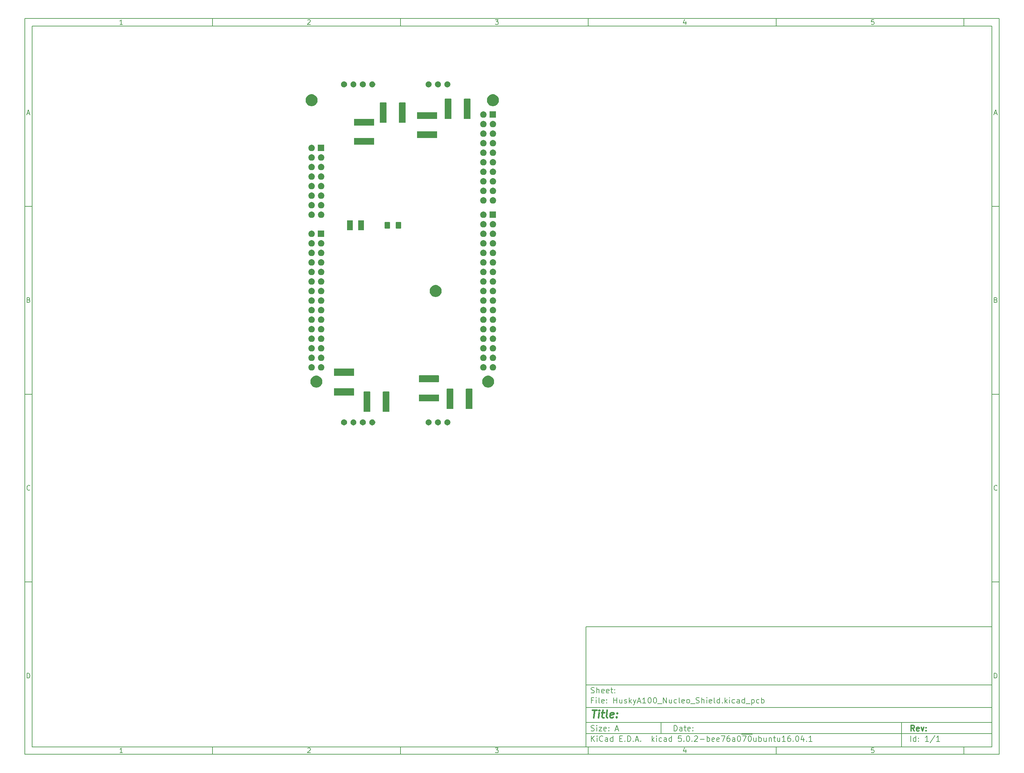
<source format=gbr>
G04 #@! TF.GenerationSoftware,KiCad,Pcbnew,5.0.2-bee76a0~70~ubuntu16.04.1*
G04 #@! TF.CreationDate,2019-02-15T17:44:48-05:00*
G04 #@! TF.ProjectId,HuskyA100_Nucleo_Shield,4875736b-7941-4313-9030-5f4e75636c65,rev?*
G04 #@! TF.SameCoordinates,Original*
G04 #@! TF.FileFunction,Soldermask,Top*
G04 #@! TF.FilePolarity,Negative*
%FSLAX46Y46*%
G04 Gerber Fmt 4.6, Leading zero omitted, Abs format (unit mm)*
G04 Created by KiCad (PCBNEW 5.0.2-bee76a0~70~ubuntu16.04.1) date Fri 15 Feb 2019 05:44:48 PM EST*
%MOMM*%
%LPD*%
G01*
G04 APERTURE LIST*
%ADD10C,0.100000*%
%ADD11C,0.150000*%
%ADD12C,0.300000*%
%ADD13C,0.400000*%
G04 APERTURE END LIST*
D10*
D11*
X159400000Y-171900000D02*
X159400000Y-203900000D01*
X267400000Y-203900000D01*
X267400000Y-171900000D01*
X159400000Y-171900000D01*
D10*
D11*
X10000000Y-10000000D02*
X10000000Y-205900000D01*
X269400000Y-205900000D01*
X269400000Y-10000000D01*
X10000000Y-10000000D01*
D10*
D11*
X12000000Y-12000000D02*
X12000000Y-203900000D01*
X267400000Y-203900000D01*
X267400000Y-12000000D01*
X12000000Y-12000000D01*
D10*
D11*
X60000000Y-12000000D02*
X60000000Y-10000000D01*
D10*
D11*
X110000000Y-12000000D02*
X110000000Y-10000000D01*
D10*
D11*
X160000000Y-12000000D02*
X160000000Y-10000000D01*
D10*
D11*
X210000000Y-12000000D02*
X210000000Y-10000000D01*
D10*
D11*
X260000000Y-12000000D02*
X260000000Y-10000000D01*
D10*
D11*
X36065476Y-11588095D02*
X35322619Y-11588095D01*
X35694047Y-11588095D02*
X35694047Y-10288095D01*
X35570238Y-10473809D01*
X35446428Y-10597619D01*
X35322619Y-10659523D01*
D10*
D11*
X85322619Y-10411904D02*
X85384523Y-10350000D01*
X85508333Y-10288095D01*
X85817857Y-10288095D01*
X85941666Y-10350000D01*
X86003571Y-10411904D01*
X86065476Y-10535714D01*
X86065476Y-10659523D01*
X86003571Y-10845238D01*
X85260714Y-11588095D01*
X86065476Y-11588095D01*
D10*
D11*
X135260714Y-10288095D02*
X136065476Y-10288095D01*
X135632142Y-10783333D01*
X135817857Y-10783333D01*
X135941666Y-10845238D01*
X136003571Y-10907142D01*
X136065476Y-11030952D01*
X136065476Y-11340476D01*
X136003571Y-11464285D01*
X135941666Y-11526190D01*
X135817857Y-11588095D01*
X135446428Y-11588095D01*
X135322619Y-11526190D01*
X135260714Y-11464285D01*
D10*
D11*
X185941666Y-10721428D02*
X185941666Y-11588095D01*
X185632142Y-10226190D02*
X185322619Y-11154761D01*
X186127380Y-11154761D01*
D10*
D11*
X236003571Y-10288095D02*
X235384523Y-10288095D01*
X235322619Y-10907142D01*
X235384523Y-10845238D01*
X235508333Y-10783333D01*
X235817857Y-10783333D01*
X235941666Y-10845238D01*
X236003571Y-10907142D01*
X236065476Y-11030952D01*
X236065476Y-11340476D01*
X236003571Y-11464285D01*
X235941666Y-11526190D01*
X235817857Y-11588095D01*
X235508333Y-11588095D01*
X235384523Y-11526190D01*
X235322619Y-11464285D01*
D10*
D11*
X60000000Y-203900000D02*
X60000000Y-205900000D01*
D10*
D11*
X110000000Y-203900000D02*
X110000000Y-205900000D01*
D10*
D11*
X160000000Y-203900000D02*
X160000000Y-205900000D01*
D10*
D11*
X210000000Y-203900000D02*
X210000000Y-205900000D01*
D10*
D11*
X260000000Y-203900000D02*
X260000000Y-205900000D01*
D10*
D11*
X36065476Y-205488095D02*
X35322619Y-205488095D01*
X35694047Y-205488095D02*
X35694047Y-204188095D01*
X35570238Y-204373809D01*
X35446428Y-204497619D01*
X35322619Y-204559523D01*
D10*
D11*
X85322619Y-204311904D02*
X85384523Y-204250000D01*
X85508333Y-204188095D01*
X85817857Y-204188095D01*
X85941666Y-204250000D01*
X86003571Y-204311904D01*
X86065476Y-204435714D01*
X86065476Y-204559523D01*
X86003571Y-204745238D01*
X85260714Y-205488095D01*
X86065476Y-205488095D01*
D10*
D11*
X135260714Y-204188095D02*
X136065476Y-204188095D01*
X135632142Y-204683333D01*
X135817857Y-204683333D01*
X135941666Y-204745238D01*
X136003571Y-204807142D01*
X136065476Y-204930952D01*
X136065476Y-205240476D01*
X136003571Y-205364285D01*
X135941666Y-205426190D01*
X135817857Y-205488095D01*
X135446428Y-205488095D01*
X135322619Y-205426190D01*
X135260714Y-205364285D01*
D10*
D11*
X185941666Y-204621428D02*
X185941666Y-205488095D01*
X185632142Y-204126190D02*
X185322619Y-205054761D01*
X186127380Y-205054761D01*
D10*
D11*
X236003571Y-204188095D02*
X235384523Y-204188095D01*
X235322619Y-204807142D01*
X235384523Y-204745238D01*
X235508333Y-204683333D01*
X235817857Y-204683333D01*
X235941666Y-204745238D01*
X236003571Y-204807142D01*
X236065476Y-204930952D01*
X236065476Y-205240476D01*
X236003571Y-205364285D01*
X235941666Y-205426190D01*
X235817857Y-205488095D01*
X235508333Y-205488095D01*
X235384523Y-205426190D01*
X235322619Y-205364285D01*
D10*
D11*
X10000000Y-60000000D02*
X12000000Y-60000000D01*
D10*
D11*
X10000000Y-110000000D02*
X12000000Y-110000000D01*
D10*
D11*
X10000000Y-160000000D02*
X12000000Y-160000000D01*
D10*
D11*
X10690476Y-35216666D02*
X11309523Y-35216666D01*
X10566666Y-35588095D02*
X11000000Y-34288095D01*
X11433333Y-35588095D01*
D10*
D11*
X11092857Y-84907142D02*
X11278571Y-84969047D01*
X11340476Y-85030952D01*
X11402380Y-85154761D01*
X11402380Y-85340476D01*
X11340476Y-85464285D01*
X11278571Y-85526190D01*
X11154761Y-85588095D01*
X10659523Y-85588095D01*
X10659523Y-84288095D01*
X11092857Y-84288095D01*
X11216666Y-84350000D01*
X11278571Y-84411904D01*
X11340476Y-84535714D01*
X11340476Y-84659523D01*
X11278571Y-84783333D01*
X11216666Y-84845238D01*
X11092857Y-84907142D01*
X10659523Y-84907142D01*
D10*
D11*
X11402380Y-135464285D02*
X11340476Y-135526190D01*
X11154761Y-135588095D01*
X11030952Y-135588095D01*
X10845238Y-135526190D01*
X10721428Y-135402380D01*
X10659523Y-135278571D01*
X10597619Y-135030952D01*
X10597619Y-134845238D01*
X10659523Y-134597619D01*
X10721428Y-134473809D01*
X10845238Y-134350000D01*
X11030952Y-134288095D01*
X11154761Y-134288095D01*
X11340476Y-134350000D01*
X11402380Y-134411904D01*
D10*
D11*
X10659523Y-185588095D02*
X10659523Y-184288095D01*
X10969047Y-184288095D01*
X11154761Y-184350000D01*
X11278571Y-184473809D01*
X11340476Y-184597619D01*
X11402380Y-184845238D01*
X11402380Y-185030952D01*
X11340476Y-185278571D01*
X11278571Y-185402380D01*
X11154761Y-185526190D01*
X10969047Y-185588095D01*
X10659523Y-185588095D01*
D10*
D11*
X269400000Y-60000000D02*
X267400000Y-60000000D01*
D10*
D11*
X269400000Y-110000000D02*
X267400000Y-110000000D01*
D10*
D11*
X269400000Y-160000000D02*
X267400000Y-160000000D01*
D10*
D11*
X268090476Y-35216666D02*
X268709523Y-35216666D01*
X267966666Y-35588095D02*
X268400000Y-34288095D01*
X268833333Y-35588095D01*
D10*
D11*
X268492857Y-84907142D02*
X268678571Y-84969047D01*
X268740476Y-85030952D01*
X268802380Y-85154761D01*
X268802380Y-85340476D01*
X268740476Y-85464285D01*
X268678571Y-85526190D01*
X268554761Y-85588095D01*
X268059523Y-85588095D01*
X268059523Y-84288095D01*
X268492857Y-84288095D01*
X268616666Y-84350000D01*
X268678571Y-84411904D01*
X268740476Y-84535714D01*
X268740476Y-84659523D01*
X268678571Y-84783333D01*
X268616666Y-84845238D01*
X268492857Y-84907142D01*
X268059523Y-84907142D01*
D10*
D11*
X268802380Y-135464285D02*
X268740476Y-135526190D01*
X268554761Y-135588095D01*
X268430952Y-135588095D01*
X268245238Y-135526190D01*
X268121428Y-135402380D01*
X268059523Y-135278571D01*
X267997619Y-135030952D01*
X267997619Y-134845238D01*
X268059523Y-134597619D01*
X268121428Y-134473809D01*
X268245238Y-134350000D01*
X268430952Y-134288095D01*
X268554761Y-134288095D01*
X268740476Y-134350000D01*
X268802380Y-134411904D01*
D10*
D11*
X268059523Y-185588095D02*
X268059523Y-184288095D01*
X268369047Y-184288095D01*
X268554761Y-184350000D01*
X268678571Y-184473809D01*
X268740476Y-184597619D01*
X268802380Y-184845238D01*
X268802380Y-185030952D01*
X268740476Y-185278571D01*
X268678571Y-185402380D01*
X268554761Y-185526190D01*
X268369047Y-185588095D01*
X268059523Y-185588095D01*
D10*
D11*
X182832142Y-199678571D02*
X182832142Y-198178571D01*
X183189285Y-198178571D01*
X183403571Y-198250000D01*
X183546428Y-198392857D01*
X183617857Y-198535714D01*
X183689285Y-198821428D01*
X183689285Y-199035714D01*
X183617857Y-199321428D01*
X183546428Y-199464285D01*
X183403571Y-199607142D01*
X183189285Y-199678571D01*
X182832142Y-199678571D01*
X184975000Y-199678571D02*
X184975000Y-198892857D01*
X184903571Y-198750000D01*
X184760714Y-198678571D01*
X184475000Y-198678571D01*
X184332142Y-198750000D01*
X184975000Y-199607142D02*
X184832142Y-199678571D01*
X184475000Y-199678571D01*
X184332142Y-199607142D01*
X184260714Y-199464285D01*
X184260714Y-199321428D01*
X184332142Y-199178571D01*
X184475000Y-199107142D01*
X184832142Y-199107142D01*
X184975000Y-199035714D01*
X185475000Y-198678571D02*
X186046428Y-198678571D01*
X185689285Y-198178571D02*
X185689285Y-199464285D01*
X185760714Y-199607142D01*
X185903571Y-199678571D01*
X186046428Y-199678571D01*
X187117857Y-199607142D02*
X186975000Y-199678571D01*
X186689285Y-199678571D01*
X186546428Y-199607142D01*
X186475000Y-199464285D01*
X186475000Y-198892857D01*
X186546428Y-198750000D01*
X186689285Y-198678571D01*
X186975000Y-198678571D01*
X187117857Y-198750000D01*
X187189285Y-198892857D01*
X187189285Y-199035714D01*
X186475000Y-199178571D01*
X187832142Y-199535714D02*
X187903571Y-199607142D01*
X187832142Y-199678571D01*
X187760714Y-199607142D01*
X187832142Y-199535714D01*
X187832142Y-199678571D01*
X187832142Y-198750000D02*
X187903571Y-198821428D01*
X187832142Y-198892857D01*
X187760714Y-198821428D01*
X187832142Y-198750000D01*
X187832142Y-198892857D01*
D10*
D11*
X159400000Y-200400000D02*
X267400000Y-200400000D01*
D10*
D11*
X160832142Y-202478571D02*
X160832142Y-200978571D01*
X161689285Y-202478571D02*
X161046428Y-201621428D01*
X161689285Y-200978571D02*
X160832142Y-201835714D01*
X162332142Y-202478571D02*
X162332142Y-201478571D01*
X162332142Y-200978571D02*
X162260714Y-201050000D01*
X162332142Y-201121428D01*
X162403571Y-201050000D01*
X162332142Y-200978571D01*
X162332142Y-201121428D01*
X163903571Y-202335714D02*
X163832142Y-202407142D01*
X163617857Y-202478571D01*
X163475000Y-202478571D01*
X163260714Y-202407142D01*
X163117857Y-202264285D01*
X163046428Y-202121428D01*
X162975000Y-201835714D01*
X162975000Y-201621428D01*
X163046428Y-201335714D01*
X163117857Y-201192857D01*
X163260714Y-201050000D01*
X163475000Y-200978571D01*
X163617857Y-200978571D01*
X163832142Y-201050000D01*
X163903571Y-201121428D01*
X165189285Y-202478571D02*
X165189285Y-201692857D01*
X165117857Y-201550000D01*
X164975000Y-201478571D01*
X164689285Y-201478571D01*
X164546428Y-201550000D01*
X165189285Y-202407142D02*
X165046428Y-202478571D01*
X164689285Y-202478571D01*
X164546428Y-202407142D01*
X164475000Y-202264285D01*
X164475000Y-202121428D01*
X164546428Y-201978571D01*
X164689285Y-201907142D01*
X165046428Y-201907142D01*
X165189285Y-201835714D01*
X166546428Y-202478571D02*
X166546428Y-200978571D01*
X166546428Y-202407142D02*
X166403571Y-202478571D01*
X166117857Y-202478571D01*
X165975000Y-202407142D01*
X165903571Y-202335714D01*
X165832142Y-202192857D01*
X165832142Y-201764285D01*
X165903571Y-201621428D01*
X165975000Y-201550000D01*
X166117857Y-201478571D01*
X166403571Y-201478571D01*
X166546428Y-201550000D01*
X168403571Y-201692857D02*
X168903571Y-201692857D01*
X169117857Y-202478571D02*
X168403571Y-202478571D01*
X168403571Y-200978571D01*
X169117857Y-200978571D01*
X169760714Y-202335714D02*
X169832142Y-202407142D01*
X169760714Y-202478571D01*
X169689285Y-202407142D01*
X169760714Y-202335714D01*
X169760714Y-202478571D01*
X170475000Y-202478571D02*
X170475000Y-200978571D01*
X170832142Y-200978571D01*
X171046428Y-201050000D01*
X171189285Y-201192857D01*
X171260714Y-201335714D01*
X171332142Y-201621428D01*
X171332142Y-201835714D01*
X171260714Y-202121428D01*
X171189285Y-202264285D01*
X171046428Y-202407142D01*
X170832142Y-202478571D01*
X170475000Y-202478571D01*
X171975000Y-202335714D02*
X172046428Y-202407142D01*
X171975000Y-202478571D01*
X171903571Y-202407142D01*
X171975000Y-202335714D01*
X171975000Y-202478571D01*
X172617857Y-202050000D02*
X173332142Y-202050000D01*
X172475000Y-202478571D02*
X172975000Y-200978571D01*
X173475000Y-202478571D01*
X173975000Y-202335714D02*
X174046428Y-202407142D01*
X173975000Y-202478571D01*
X173903571Y-202407142D01*
X173975000Y-202335714D01*
X173975000Y-202478571D01*
X176975000Y-202478571D02*
X176975000Y-200978571D01*
X177117857Y-201907142D02*
X177546428Y-202478571D01*
X177546428Y-201478571D02*
X176975000Y-202050000D01*
X178189285Y-202478571D02*
X178189285Y-201478571D01*
X178189285Y-200978571D02*
X178117857Y-201050000D01*
X178189285Y-201121428D01*
X178260714Y-201050000D01*
X178189285Y-200978571D01*
X178189285Y-201121428D01*
X179546428Y-202407142D02*
X179403571Y-202478571D01*
X179117857Y-202478571D01*
X178975000Y-202407142D01*
X178903571Y-202335714D01*
X178832142Y-202192857D01*
X178832142Y-201764285D01*
X178903571Y-201621428D01*
X178975000Y-201550000D01*
X179117857Y-201478571D01*
X179403571Y-201478571D01*
X179546428Y-201550000D01*
X180832142Y-202478571D02*
X180832142Y-201692857D01*
X180760714Y-201550000D01*
X180617857Y-201478571D01*
X180332142Y-201478571D01*
X180189285Y-201550000D01*
X180832142Y-202407142D02*
X180689285Y-202478571D01*
X180332142Y-202478571D01*
X180189285Y-202407142D01*
X180117857Y-202264285D01*
X180117857Y-202121428D01*
X180189285Y-201978571D01*
X180332142Y-201907142D01*
X180689285Y-201907142D01*
X180832142Y-201835714D01*
X182189285Y-202478571D02*
X182189285Y-200978571D01*
X182189285Y-202407142D02*
X182046428Y-202478571D01*
X181760714Y-202478571D01*
X181617857Y-202407142D01*
X181546428Y-202335714D01*
X181475000Y-202192857D01*
X181475000Y-201764285D01*
X181546428Y-201621428D01*
X181617857Y-201550000D01*
X181760714Y-201478571D01*
X182046428Y-201478571D01*
X182189285Y-201550000D01*
X184760714Y-200978571D02*
X184046428Y-200978571D01*
X183975000Y-201692857D01*
X184046428Y-201621428D01*
X184189285Y-201550000D01*
X184546428Y-201550000D01*
X184689285Y-201621428D01*
X184760714Y-201692857D01*
X184832142Y-201835714D01*
X184832142Y-202192857D01*
X184760714Y-202335714D01*
X184689285Y-202407142D01*
X184546428Y-202478571D01*
X184189285Y-202478571D01*
X184046428Y-202407142D01*
X183975000Y-202335714D01*
X185475000Y-202335714D02*
X185546428Y-202407142D01*
X185475000Y-202478571D01*
X185403571Y-202407142D01*
X185475000Y-202335714D01*
X185475000Y-202478571D01*
X186475000Y-200978571D02*
X186617857Y-200978571D01*
X186760714Y-201050000D01*
X186832142Y-201121428D01*
X186903571Y-201264285D01*
X186975000Y-201550000D01*
X186975000Y-201907142D01*
X186903571Y-202192857D01*
X186832142Y-202335714D01*
X186760714Y-202407142D01*
X186617857Y-202478571D01*
X186475000Y-202478571D01*
X186332142Y-202407142D01*
X186260714Y-202335714D01*
X186189285Y-202192857D01*
X186117857Y-201907142D01*
X186117857Y-201550000D01*
X186189285Y-201264285D01*
X186260714Y-201121428D01*
X186332142Y-201050000D01*
X186475000Y-200978571D01*
X187617857Y-202335714D02*
X187689285Y-202407142D01*
X187617857Y-202478571D01*
X187546428Y-202407142D01*
X187617857Y-202335714D01*
X187617857Y-202478571D01*
X188260714Y-201121428D02*
X188332142Y-201050000D01*
X188475000Y-200978571D01*
X188832142Y-200978571D01*
X188975000Y-201050000D01*
X189046428Y-201121428D01*
X189117857Y-201264285D01*
X189117857Y-201407142D01*
X189046428Y-201621428D01*
X188189285Y-202478571D01*
X189117857Y-202478571D01*
X189760714Y-201907142D02*
X190903571Y-201907142D01*
X191617857Y-202478571D02*
X191617857Y-200978571D01*
X191617857Y-201550000D02*
X191760714Y-201478571D01*
X192046428Y-201478571D01*
X192189285Y-201550000D01*
X192260714Y-201621428D01*
X192332142Y-201764285D01*
X192332142Y-202192857D01*
X192260714Y-202335714D01*
X192189285Y-202407142D01*
X192046428Y-202478571D01*
X191760714Y-202478571D01*
X191617857Y-202407142D01*
X193546428Y-202407142D02*
X193403571Y-202478571D01*
X193117857Y-202478571D01*
X192975000Y-202407142D01*
X192903571Y-202264285D01*
X192903571Y-201692857D01*
X192975000Y-201550000D01*
X193117857Y-201478571D01*
X193403571Y-201478571D01*
X193546428Y-201550000D01*
X193617857Y-201692857D01*
X193617857Y-201835714D01*
X192903571Y-201978571D01*
X194832142Y-202407142D02*
X194689285Y-202478571D01*
X194403571Y-202478571D01*
X194260714Y-202407142D01*
X194189285Y-202264285D01*
X194189285Y-201692857D01*
X194260714Y-201550000D01*
X194403571Y-201478571D01*
X194689285Y-201478571D01*
X194832142Y-201550000D01*
X194903571Y-201692857D01*
X194903571Y-201835714D01*
X194189285Y-201978571D01*
X195403571Y-200978571D02*
X196403571Y-200978571D01*
X195760714Y-202478571D01*
X197617857Y-200978571D02*
X197332142Y-200978571D01*
X197189285Y-201050000D01*
X197117857Y-201121428D01*
X196975000Y-201335714D01*
X196903571Y-201621428D01*
X196903571Y-202192857D01*
X196975000Y-202335714D01*
X197046428Y-202407142D01*
X197189285Y-202478571D01*
X197475000Y-202478571D01*
X197617857Y-202407142D01*
X197689285Y-202335714D01*
X197760714Y-202192857D01*
X197760714Y-201835714D01*
X197689285Y-201692857D01*
X197617857Y-201621428D01*
X197475000Y-201550000D01*
X197189285Y-201550000D01*
X197046428Y-201621428D01*
X196975000Y-201692857D01*
X196903571Y-201835714D01*
X199046428Y-202478571D02*
X199046428Y-201692857D01*
X198975000Y-201550000D01*
X198832142Y-201478571D01*
X198546428Y-201478571D01*
X198403571Y-201550000D01*
X199046428Y-202407142D02*
X198903571Y-202478571D01*
X198546428Y-202478571D01*
X198403571Y-202407142D01*
X198332142Y-202264285D01*
X198332142Y-202121428D01*
X198403571Y-201978571D01*
X198546428Y-201907142D01*
X198903571Y-201907142D01*
X199046428Y-201835714D01*
X200046428Y-200978571D02*
X200189285Y-200978571D01*
X200332142Y-201050000D01*
X200403571Y-201121428D01*
X200475000Y-201264285D01*
X200546428Y-201550000D01*
X200546428Y-201907142D01*
X200475000Y-202192857D01*
X200403571Y-202335714D01*
X200332142Y-202407142D01*
X200189285Y-202478571D01*
X200046428Y-202478571D01*
X199903571Y-202407142D01*
X199832142Y-202335714D01*
X199760714Y-202192857D01*
X199689285Y-201907142D01*
X199689285Y-201550000D01*
X199760714Y-201264285D01*
X199832142Y-201121428D01*
X199903571Y-201050000D01*
X200046428Y-200978571D01*
X200832142Y-200570000D02*
X202260714Y-200570000D01*
X201046428Y-200978571D02*
X202046428Y-200978571D01*
X201403571Y-202478571D01*
X202260714Y-200570000D02*
X203689285Y-200570000D01*
X202903571Y-200978571D02*
X203046428Y-200978571D01*
X203189285Y-201050000D01*
X203260714Y-201121428D01*
X203332142Y-201264285D01*
X203403571Y-201550000D01*
X203403571Y-201907142D01*
X203332142Y-202192857D01*
X203260714Y-202335714D01*
X203189285Y-202407142D01*
X203046428Y-202478571D01*
X202903571Y-202478571D01*
X202760714Y-202407142D01*
X202689285Y-202335714D01*
X202617857Y-202192857D01*
X202546428Y-201907142D01*
X202546428Y-201550000D01*
X202617857Y-201264285D01*
X202689285Y-201121428D01*
X202760714Y-201050000D01*
X202903571Y-200978571D01*
X204689285Y-201478571D02*
X204689285Y-202478571D01*
X204046428Y-201478571D02*
X204046428Y-202264285D01*
X204117857Y-202407142D01*
X204260714Y-202478571D01*
X204475000Y-202478571D01*
X204617857Y-202407142D01*
X204689285Y-202335714D01*
X205403571Y-202478571D02*
X205403571Y-200978571D01*
X205403571Y-201550000D02*
X205546428Y-201478571D01*
X205832142Y-201478571D01*
X205975000Y-201550000D01*
X206046428Y-201621428D01*
X206117857Y-201764285D01*
X206117857Y-202192857D01*
X206046428Y-202335714D01*
X205975000Y-202407142D01*
X205832142Y-202478571D01*
X205546428Y-202478571D01*
X205403571Y-202407142D01*
X207403571Y-201478571D02*
X207403571Y-202478571D01*
X206760714Y-201478571D02*
X206760714Y-202264285D01*
X206832142Y-202407142D01*
X206975000Y-202478571D01*
X207189285Y-202478571D01*
X207332142Y-202407142D01*
X207403571Y-202335714D01*
X208117857Y-201478571D02*
X208117857Y-202478571D01*
X208117857Y-201621428D02*
X208189285Y-201550000D01*
X208332142Y-201478571D01*
X208546428Y-201478571D01*
X208689285Y-201550000D01*
X208760714Y-201692857D01*
X208760714Y-202478571D01*
X209260714Y-201478571D02*
X209832142Y-201478571D01*
X209475000Y-200978571D02*
X209475000Y-202264285D01*
X209546428Y-202407142D01*
X209689285Y-202478571D01*
X209832142Y-202478571D01*
X210975000Y-201478571D02*
X210975000Y-202478571D01*
X210332142Y-201478571D02*
X210332142Y-202264285D01*
X210403571Y-202407142D01*
X210546428Y-202478571D01*
X210760714Y-202478571D01*
X210903571Y-202407142D01*
X210975000Y-202335714D01*
X212475000Y-202478571D02*
X211617857Y-202478571D01*
X212046428Y-202478571D02*
X212046428Y-200978571D01*
X211903571Y-201192857D01*
X211760714Y-201335714D01*
X211617857Y-201407142D01*
X213760714Y-200978571D02*
X213475000Y-200978571D01*
X213332142Y-201050000D01*
X213260714Y-201121428D01*
X213117857Y-201335714D01*
X213046428Y-201621428D01*
X213046428Y-202192857D01*
X213117857Y-202335714D01*
X213189285Y-202407142D01*
X213332142Y-202478571D01*
X213617857Y-202478571D01*
X213760714Y-202407142D01*
X213832142Y-202335714D01*
X213903571Y-202192857D01*
X213903571Y-201835714D01*
X213832142Y-201692857D01*
X213760714Y-201621428D01*
X213617857Y-201550000D01*
X213332142Y-201550000D01*
X213189285Y-201621428D01*
X213117857Y-201692857D01*
X213046428Y-201835714D01*
X214546428Y-202335714D02*
X214617857Y-202407142D01*
X214546428Y-202478571D01*
X214475000Y-202407142D01*
X214546428Y-202335714D01*
X214546428Y-202478571D01*
X215546428Y-200978571D02*
X215689285Y-200978571D01*
X215832142Y-201050000D01*
X215903571Y-201121428D01*
X215975000Y-201264285D01*
X216046428Y-201550000D01*
X216046428Y-201907142D01*
X215975000Y-202192857D01*
X215903571Y-202335714D01*
X215832142Y-202407142D01*
X215689285Y-202478571D01*
X215546428Y-202478571D01*
X215403571Y-202407142D01*
X215332142Y-202335714D01*
X215260714Y-202192857D01*
X215189285Y-201907142D01*
X215189285Y-201550000D01*
X215260714Y-201264285D01*
X215332142Y-201121428D01*
X215403571Y-201050000D01*
X215546428Y-200978571D01*
X217332142Y-201478571D02*
X217332142Y-202478571D01*
X216975000Y-200907142D02*
X216617857Y-201978571D01*
X217546428Y-201978571D01*
X218117857Y-202335714D02*
X218189285Y-202407142D01*
X218117857Y-202478571D01*
X218046428Y-202407142D01*
X218117857Y-202335714D01*
X218117857Y-202478571D01*
X219617857Y-202478571D02*
X218760714Y-202478571D01*
X219189285Y-202478571D02*
X219189285Y-200978571D01*
X219046428Y-201192857D01*
X218903571Y-201335714D01*
X218760714Y-201407142D01*
D10*
D11*
X159400000Y-197400000D02*
X267400000Y-197400000D01*
D10*
D12*
X246809285Y-199678571D02*
X246309285Y-198964285D01*
X245952142Y-199678571D02*
X245952142Y-198178571D01*
X246523571Y-198178571D01*
X246666428Y-198250000D01*
X246737857Y-198321428D01*
X246809285Y-198464285D01*
X246809285Y-198678571D01*
X246737857Y-198821428D01*
X246666428Y-198892857D01*
X246523571Y-198964285D01*
X245952142Y-198964285D01*
X248023571Y-199607142D02*
X247880714Y-199678571D01*
X247595000Y-199678571D01*
X247452142Y-199607142D01*
X247380714Y-199464285D01*
X247380714Y-198892857D01*
X247452142Y-198750000D01*
X247595000Y-198678571D01*
X247880714Y-198678571D01*
X248023571Y-198750000D01*
X248095000Y-198892857D01*
X248095000Y-199035714D01*
X247380714Y-199178571D01*
X248595000Y-198678571D02*
X248952142Y-199678571D01*
X249309285Y-198678571D01*
X249880714Y-199535714D02*
X249952142Y-199607142D01*
X249880714Y-199678571D01*
X249809285Y-199607142D01*
X249880714Y-199535714D01*
X249880714Y-199678571D01*
X249880714Y-198750000D02*
X249952142Y-198821428D01*
X249880714Y-198892857D01*
X249809285Y-198821428D01*
X249880714Y-198750000D01*
X249880714Y-198892857D01*
D10*
D11*
X160760714Y-199607142D02*
X160975000Y-199678571D01*
X161332142Y-199678571D01*
X161475000Y-199607142D01*
X161546428Y-199535714D01*
X161617857Y-199392857D01*
X161617857Y-199250000D01*
X161546428Y-199107142D01*
X161475000Y-199035714D01*
X161332142Y-198964285D01*
X161046428Y-198892857D01*
X160903571Y-198821428D01*
X160832142Y-198750000D01*
X160760714Y-198607142D01*
X160760714Y-198464285D01*
X160832142Y-198321428D01*
X160903571Y-198250000D01*
X161046428Y-198178571D01*
X161403571Y-198178571D01*
X161617857Y-198250000D01*
X162260714Y-199678571D02*
X162260714Y-198678571D01*
X162260714Y-198178571D02*
X162189285Y-198250000D01*
X162260714Y-198321428D01*
X162332142Y-198250000D01*
X162260714Y-198178571D01*
X162260714Y-198321428D01*
X162832142Y-198678571D02*
X163617857Y-198678571D01*
X162832142Y-199678571D01*
X163617857Y-199678571D01*
X164760714Y-199607142D02*
X164617857Y-199678571D01*
X164332142Y-199678571D01*
X164189285Y-199607142D01*
X164117857Y-199464285D01*
X164117857Y-198892857D01*
X164189285Y-198750000D01*
X164332142Y-198678571D01*
X164617857Y-198678571D01*
X164760714Y-198750000D01*
X164832142Y-198892857D01*
X164832142Y-199035714D01*
X164117857Y-199178571D01*
X165475000Y-199535714D02*
X165546428Y-199607142D01*
X165475000Y-199678571D01*
X165403571Y-199607142D01*
X165475000Y-199535714D01*
X165475000Y-199678571D01*
X165475000Y-198750000D02*
X165546428Y-198821428D01*
X165475000Y-198892857D01*
X165403571Y-198821428D01*
X165475000Y-198750000D01*
X165475000Y-198892857D01*
X167260714Y-199250000D02*
X167975000Y-199250000D01*
X167117857Y-199678571D02*
X167617857Y-198178571D01*
X168117857Y-199678571D01*
D10*
D11*
X245832142Y-202478571D02*
X245832142Y-200978571D01*
X247189285Y-202478571D02*
X247189285Y-200978571D01*
X247189285Y-202407142D02*
X247046428Y-202478571D01*
X246760714Y-202478571D01*
X246617857Y-202407142D01*
X246546428Y-202335714D01*
X246475000Y-202192857D01*
X246475000Y-201764285D01*
X246546428Y-201621428D01*
X246617857Y-201550000D01*
X246760714Y-201478571D01*
X247046428Y-201478571D01*
X247189285Y-201550000D01*
X247903571Y-202335714D02*
X247975000Y-202407142D01*
X247903571Y-202478571D01*
X247832142Y-202407142D01*
X247903571Y-202335714D01*
X247903571Y-202478571D01*
X247903571Y-201550000D02*
X247975000Y-201621428D01*
X247903571Y-201692857D01*
X247832142Y-201621428D01*
X247903571Y-201550000D01*
X247903571Y-201692857D01*
X250546428Y-202478571D02*
X249689285Y-202478571D01*
X250117857Y-202478571D02*
X250117857Y-200978571D01*
X249975000Y-201192857D01*
X249832142Y-201335714D01*
X249689285Y-201407142D01*
X252260714Y-200907142D02*
X250975000Y-202835714D01*
X253546428Y-202478571D02*
X252689285Y-202478571D01*
X253117857Y-202478571D02*
X253117857Y-200978571D01*
X252975000Y-201192857D01*
X252832142Y-201335714D01*
X252689285Y-201407142D01*
D10*
D11*
X159400000Y-193400000D02*
X267400000Y-193400000D01*
D10*
D13*
X161112380Y-194104761D02*
X162255238Y-194104761D01*
X161433809Y-196104761D02*
X161683809Y-194104761D01*
X162671904Y-196104761D02*
X162838571Y-194771428D01*
X162921904Y-194104761D02*
X162814761Y-194200000D01*
X162898095Y-194295238D01*
X163005238Y-194200000D01*
X162921904Y-194104761D01*
X162898095Y-194295238D01*
X163505238Y-194771428D02*
X164267142Y-194771428D01*
X163874285Y-194104761D02*
X163660000Y-195819047D01*
X163731428Y-196009523D01*
X163910000Y-196104761D01*
X164100476Y-196104761D01*
X165052857Y-196104761D02*
X164874285Y-196009523D01*
X164802857Y-195819047D01*
X165017142Y-194104761D01*
X166588571Y-196009523D02*
X166386190Y-196104761D01*
X166005238Y-196104761D01*
X165826666Y-196009523D01*
X165755238Y-195819047D01*
X165850476Y-195057142D01*
X165969523Y-194866666D01*
X166171904Y-194771428D01*
X166552857Y-194771428D01*
X166731428Y-194866666D01*
X166802857Y-195057142D01*
X166779047Y-195247619D01*
X165802857Y-195438095D01*
X167552857Y-195914285D02*
X167636190Y-196009523D01*
X167529047Y-196104761D01*
X167445714Y-196009523D01*
X167552857Y-195914285D01*
X167529047Y-196104761D01*
X167683809Y-194866666D02*
X167767142Y-194961904D01*
X167660000Y-195057142D01*
X167576666Y-194961904D01*
X167683809Y-194866666D01*
X167660000Y-195057142D01*
D10*
D11*
X161332142Y-191492857D02*
X160832142Y-191492857D01*
X160832142Y-192278571D02*
X160832142Y-190778571D01*
X161546428Y-190778571D01*
X162117857Y-192278571D02*
X162117857Y-191278571D01*
X162117857Y-190778571D02*
X162046428Y-190850000D01*
X162117857Y-190921428D01*
X162189285Y-190850000D01*
X162117857Y-190778571D01*
X162117857Y-190921428D01*
X163046428Y-192278571D02*
X162903571Y-192207142D01*
X162832142Y-192064285D01*
X162832142Y-190778571D01*
X164189285Y-192207142D02*
X164046428Y-192278571D01*
X163760714Y-192278571D01*
X163617857Y-192207142D01*
X163546428Y-192064285D01*
X163546428Y-191492857D01*
X163617857Y-191350000D01*
X163760714Y-191278571D01*
X164046428Y-191278571D01*
X164189285Y-191350000D01*
X164260714Y-191492857D01*
X164260714Y-191635714D01*
X163546428Y-191778571D01*
X164903571Y-192135714D02*
X164975000Y-192207142D01*
X164903571Y-192278571D01*
X164832142Y-192207142D01*
X164903571Y-192135714D01*
X164903571Y-192278571D01*
X164903571Y-191350000D02*
X164975000Y-191421428D01*
X164903571Y-191492857D01*
X164832142Y-191421428D01*
X164903571Y-191350000D01*
X164903571Y-191492857D01*
X166760714Y-192278571D02*
X166760714Y-190778571D01*
X166760714Y-191492857D02*
X167617857Y-191492857D01*
X167617857Y-192278571D02*
X167617857Y-190778571D01*
X168975000Y-191278571D02*
X168975000Y-192278571D01*
X168332142Y-191278571D02*
X168332142Y-192064285D01*
X168403571Y-192207142D01*
X168546428Y-192278571D01*
X168760714Y-192278571D01*
X168903571Y-192207142D01*
X168975000Y-192135714D01*
X169617857Y-192207142D02*
X169760714Y-192278571D01*
X170046428Y-192278571D01*
X170189285Y-192207142D01*
X170260714Y-192064285D01*
X170260714Y-191992857D01*
X170189285Y-191850000D01*
X170046428Y-191778571D01*
X169832142Y-191778571D01*
X169689285Y-191707142D01*
X169617857Y-191564285D01*
X169617857Y-191492857D01*
X169689285Y-191350000D01*
X169832142Y-191278571D01*
X170046428Y-191278571D01*
X170189285Y-191350000D01*
X170903571Y-192278571D02*
X170903571Y-190778571D01*
X171046428Y-191707142D02*
X171475000Y-192278571D01*
X171475000Y-191278571D02*
X170903571Y-191850000D01*
X171975000Y-191278571D02*
X172332142Y-192278571D01*
X172689285Y-191278571D02*
X172332142Y-192278571D01*
X172189285Y-192635714D01*
X172117857Y-192707142D01*
X171975000Y-192778571D01*
X173189285Y-191850000D02*
X173903571Y-191850000D01*
X173046428Y-192278571D02*
X173546428Y-190778571D01*
X174046428Y-192278571D01*
X175332142Y-192278571D02*
X174475000Y-192278571D01*
X174903571Y-192278571D02*
X174903571Y-190778571D01*
X174760714Y-190992857D01*
X174617857Y-191135714D01*
X174475000Y-191207142D01*
X176260714Y-190778571D02*
X176403571Y-190778571D01*
X176546428Y-190850000D01*
X176617857Y-190921428D01*
X176689285Y-191064285D01*
X176760714Y-191350000D01*
X176760714Y-191707142D01*
X176689285Y-191992857D01*
X176617857Y-192135714D01*
X176546428Y-192207142D01*
X176403571Y-192278571D01*
X176260714Y-192278571D01*
X176117857Y-192207142D01*
X176046428Y-192135714D01*
X175975000Y-191992857D01*
X175903571Y-191707142D01*
X175903571Y-191350000D01*
X175975000Y-191064285D01*
X176046428Y-190921428D01*
X176117857Y-190850000D01*
X176260714Y-190778571D01*
X177689285Y-190778571D02*
X177832142Y-190778571D01*
X177975000Y-190850000D01*
X178046428Y-190921428D01*
X178117857Y-191064285D01*
X178189285Y-191350000D01*
X178189285Y-191707142D01*
X178117857Y-191992857D01*
X178046428Y-192135714D01*
X177975000Y-192207142D01*
X177832142Y-192278571D01*
X177689285Y-192278571D01*
X177546428Y-192207142D01*
X177475000Y-192135714D01*
X177403571Y-191992857D01*
X177332142Y-191707142D01*
X177332142Y-191350000D01*
X177403571Y-191064285D01*
X177475000Y-190921428D01*
X177546428Y-190850000D01*
X177689285Y-190778571D01*
X178475000Y-192421428D02*
X179617857Y-192421428D01*
X179975000Y-192278571D02*
X179975000Y-190778571D01*
X180832142Y-192278571D01*
X180832142Y-190778571D01*
X182189285Y-191278571D02*
X182189285Y-192278571D01*
X181546428Y-191278571D02*
X181546428Y-192064285D01*
X181617857Y-192207142D01*
X181760714Y-192278571D01*
X181975000Y-192278571D01*
X182117857Y-192207142D01*
X182189285Y-192135714D01*
X183546428Y-192207142D02*
X183403571Y-192278571D01*
X183117857Y-192278571D01*
X182975000Y-192207142D01*
X182903571Y-192135714D01*
X182832142Y-191992857D01*
X182832142Y-191564285D01*
X182903571Y-191421428D01*
X182975000Y-191350000D01*
X183117857Y-191278571D01*
X183403571Y-191278571D01*
X183546428Y-191350000D01*
X184403571Y-192278571D02*
X184260714Y-192207142D01*
X184189285Y-192064285D01*
X184189285Y-190778571D01*
X185546428Y-192207142D02*
X185403571Y-192278571D01*
X185117857Y-192278571D01*
X184975000Y-192207142D01*
X184903571Y-192064285D01*
X184903571Y-191492857D01*
X184975000Y-191350000D01*
X185117857Y-191278571D01*
X185403571Y-191278571D01*
X185546428Y-191350000D01*
X185617857Y-191492857D01*
X185617857Y-191635714D01*
X184903571Y-191778571D01*
X186475000Y-192278571D02*
X186332142Y-192207142D01*
X186260714Y-192135714D01*
X186189285Y-191992857D01*
X186189285Y-191564285D01*
X186260714Y-191421428D01*
X186332142Y-191350000D01*
X186475000Y-191278571D01*
X186689285Y-191278571D01*
X186832142Y-191350000D01*
X186903571Y-191421428D01*
X186975000Y-191564285D01*
X186975000Y-191992857D01*
X186903571Y-192135714D01*
X186832142Y-192207142D01*
X186689285Y-192278571D01*
X186475000Y-192278571D01*
X187260714Y-192421428D02*
X188403571Y-192421428D01*
X188689285Y-192207142D02*
X188903571Y-192278571D01*
X189260714Y-192278571D01*
X189403571Y-192207142D01*
X189475000Y-192135714D01*
X189546428Y-191992857D01*
X189546428Y-191850000D01*
X189475000Y-191707142D01*
X189403571Y-191635714D01*
X189260714Y-191564285D01*
X188975000Y-191492857D01*
X188832142Y-191421428D01*
X188760714Y-191350000D01*
X188689285Y-191207142D01*
X188689285Y-191064285D01*
X188760714Y-190921428D01*
X188832142Y-190850000D01*
X188975000Y-190778571D01*
X189332142Y-190778571D01*
X189546428Y-190850000D01*
X190189285Y-192278571D02*
X190189285Y-190778571D01*
X190832142Y-192278571D02*
X190832142Y-191492857D01*
X190760714Y-191350000D01*
X190617857Y-191278571D01*
X190403571Y-191278571D01*
X190260714Y-191350000D01*
X190189285Y-191421428D01*
X191546428Y-192278571D02*
X191546428Y-191278571D01*
X191546428Y-190778571D02*
X191475000Y-190850000D01*
X191546428Y-190921428D01*
X191617857Y-190850000D01*
X191546428Y-190778571D01*
X191546428Y-190921428D01*
X192832142Y-192207142D02*
X192689285Y-192278571D01*
X192403571Y-192278571D01*
X192260714Y-192207142D01*
X192189285Y-192064285D01*
X192189285Y-191492857D01*
X192260714Y-191350000D01*
X192403571Y-191278571D01*
X192689285Y-191278571D01*
X192832142Y-191350000D01*
X192903571Y-191492857D01*
X192903571Y-191635714D01*
X192189285Y-191778571D01*
X193760714Y-192278571D02*
X193617857Y-192207142D01*
X193546428Y-192064285D01*
X193546428Y-190778571D01*
X194975000Y-192278571D02*
X194975000Y-190778571D01*
X194975000Y-192207142D02*
X194832142Y-192278571D01*
X194546428Y-192278571D01*
X194403571Y-192207142D01*
X194332142Y-192135714D01*
X194260714Y-191992857D01*
X194260714Y-191564285D01*
X194332142Y-191421428D01*
X194403571Y-191350000D01*
X194546428Y-191278571D01*
X194832142Y-191278571D01*
X194975000Y-191350000D01*
X195689285Y-192135714D02*
X195760714Y-192207142D01*
X195689285Y-192278571D01*
X195617857Y-192207142D01*
X195689285Y-192135714D01*
X195689285Y-192278571D01*
X196403571Y-192278571D02*
X196403571Y-190778571D01*
X196546428Y-191707142D02*
X196975000Y-192278571D01*
X196975000Y-191278571D02*
X196403571Y-191850000D01*
X197617857Y-192278571D02*
X197617857Y-191278571D01*
X197617857Y-190778571D02*
X197546428Y-190850000D01*
X197617857Y-190921428D01*
X197689285Y-190850000D01*
X197617857Y-190778571D01*
X197617857Y-190921428D01*
X198975000Y-192207142D02*
X198832142Y-192278571D01*
X198546428Y-192278571D01*
X198403571Y-192207142D01*
X198332142Y-192135714D01*
X198260714Y-191992857D01*
X198260714Y-191564285D01*
X198332142Y-191421428D01*
X198403571Y-191350000D01*
X198546428Y-191278571D01*
X198832142Y-191278571D01*
X198975000Y-191350000D01*
X200260714Y-192278571D02*
X200260714Y-191492857D01*
X200189285Y-191350000D01*
X200046428Y-191278571D01*
X199760714Y-191278571D01*
X199617857Y-191350000D01*
X200260714Y-192207142D02*
X200117857Y-192278571D01*
X199760714Y-192278571D01*
X199617857Y-192207142D01*
X199546428Y-192064285D01*
X199546428Y-191921428D01*
X199617857Y-191778571D01*
X199760714Y-191707142D01*
X200117857Y-191707142D01*
X200260714Y-191635714D01*
X201617857Y-192278571D02*
X201617857Y-190778571D01*
X201617857Y-192207142D02*
X201475000Y-192278571D01*
X201189285Y-192278571D01*
X201046428Y-192207142D01*
X200975000Y-192135714D01*
X200903571Y-191992857D01*
X200903571Y-191564285D01*
X200975000Y-191421428D01*
X201046428Y-191350000D01*
X201189285Y-191278571D01*
X201475000Y-191278571D01*
X201617857Y-191350000D01*
X201975000Y-192421428D02*
X203117857Y-192421428D01*
X203475000Y-191278571D02*
X203475000Y-192778571D01*
X203475000Y-191350000D02*
X203617857Y-191278571D01*
X203903571Y-191278571D01*
X204046428Y-191350000D01*
X204117857Y-191421428D01*
X204189285Y-191564285D01*
X204189285Y-191992857D01*
X204117857Y-192135714D01*
X204046428Y-192207142D01*
X203903571Y-192278571D01*
X203617857Y-192278571D01*
X203475000Y-192207142D01*
X205475000Y-192207142D02*
X205332142Y-192278571D01*
X205046428Y-192278571D01*
X204903571Y-192207142D01*
X204832142Y-192135714D01*
X204760714Y-191992857D01*
X204760714Y-191564285D01*
X204832142Y-191421428D01*
X204903571Y-191350000D01*
X205046428Y-191278571D01*
X205332142Y-191278571D01*
X205475000Y-191350000D01*
X206117857Y-192278571D02*
X206117857Y-190778571D01*
X206117857Y-191350000D02*
X206260714Y-191278571D01*
X206546428Y-191278571D01*
X206689285Y-191350000D01*
X206760714Y-191421428D01*
X206832142Y-191564285D01*
X206832142Y-191992857D01*
X206760714Y-192135714D01*
X206689285Y-192207142D01*
X206546428Y-192278571D01*
X206260714Y-192278571D01*
X206117857Y-192207142D01*
D10*
D11*
X159400000Y-187400000D02*
X267400000Y-187400000D01*
D10*
D11*
X160760714Y-189507142D02*
X160975000Y-189578571D01*
X161332142Y-189578571D01*
X161475000Y-189507142D01*
X161546428Y-189435714D01*
X161617857Y-189292857D01*
X161617857Y-189150000D01*
X161546428Y-189007142D01*
X161475000Y-188935714D01*
X161332142Y-188864285D01*
X161046428Y-188792857D01*
X160903571Y-188721428D01*
X160832142Y-188650000D01*
X160760714Y-188507142D01*
X160760714Y-188364285D01*
X160832142Y-188221428D01*
X160903571Y-188150000D01*
X161046428Y-188078571D01*
X161403571Y-188078571D01*
X161617857Y-188150000D01*
X162260714Y-189578571D02*
X162260714Y-188078571D01*
X162903571Y-189578571D02*
X162903571Y-188792857D01*
X162832142Y-188650000D01*
X162689285Y-188578571D01*
X162475000Y-188578571D01*
X162332142Y-188650000D01*
X162260714Y-188721428D01*
X164189285Y-189507142D02*
X164046428Y-189578571D01*
X163760714Y-189578571D01*
X163617857Y-189507142D01*
X163546428Y-189364285D01*
X163546428Y-188792857D01*
X163617857Y-188650000D01*
X163760714Y-188578571D01*
X164046428Y-188578571D01*
X164189285Y-188650000D01*
X164260714Y-188792857D01*
X164260714Y-188935714D01*
X163546428Y-189078571D01*
X165475000Y-189507142D02*
X165332142Y-189578571D01*
X165046428Y-189578571D01*
X164903571Y-189507142D01*
X164832142Y-189364285D01*
X164832142Y-188792857D01*
X164903571Y-188650000D01*
X165046428Y-188578571D01*
X165332142Y-188578571D01*
X165475000Y-188650000D01*
X165546428Y-188792857D01*
X165546428Y-188935714D01*
X164832142Y-189078571D01*
X165975000Y-188578571D02*
X166546428Y-188578571D01*
X166189285Y-188078571D02*
X166189285Y-189364285D01*
X166260714Y-189507142D01*
X166403571Y-189578571D01*
X166546428Y-189578571D01*
X167046428Y-189435714D02*
X167117857Y-189507142D01*
X167046428Y-189578571D01*
X166975000Y-189507142D01*
X167046428Y-189435714D01*
X167046428Y-189578571D01*
X167046428Y-188650000D02*
X167117857Y-188721428D01*
X167046428Y-188792857D01*
X166975000Y-188721428D01*
X167046428Y-188650000D01*
X167046428Y-188792857D01*
D10*
D11*
X179400000Y-197400000D02*
X179400000Y-200400000D01*
D10*
D11*
X243400000Y-197400000D02*
X243400000Y-203900000D01*
D10*
G36*
X102733352Y-116730743D02*
X102878941Y-116791048D01*
X103009973Y-116878601D01*
X103121399Y-116990027D01*
X103208952Y-117121059D01*
X103269257Y-117266648D01*
X103300000Y-117421205D01*
X103300000Y-117578795D01*
X103269257Y-117733352D01*
X103208952Y-117878941D01*
X103121399Y-118009973D01*
X103009973Y-118121399D01*
X102878941Y-118208952D01*
X102733352Y-118269257D01*
X102578795Y-118300000D01*
X102421205Y-118300000D01*
X102266648Y-118269257D01*
X102121059Y-118208952D01*
X101990027Y-118121399D01*
X101878601Y-118009973D01*
X101791048Y-117878941D01*
X101730743Y-117733352D01*
X101700000Y-117578795D01*
X101700000Y-117421205D01*
X101730743Y-117266648D01*
X101791048Y-117121059D01*
X101878601Y-116990027D01*
X101990027Y-116878601D01*
X102121059Y-116791048D01*
X102266648Y-116730743D01*
X102421205Y-116700000D01*
X102578795Y-116700000D01*
X102733352Y-116730743D01*
X102733352Y-116730743D01*
G37*
G36*
X97733352Y-116730743D02*
X97878941Y-116791048D01*
X98009973Y-116878601D01*
X98121399Y-116990027D01*
X98208952Y-117121059D01*
X98269257Y-117266648D01*
X98300000Y-117421205D01*
X98300000Y-117578795D01*
X98269257Y-117733352D01*
X98208952Y-117878941D01*
X98121399Y-118009973D01*
X98009973Y-118121399D01*
X97878941Y-118208952D01*
X97733352Y-118269257D01*
X97578795Y-118300000D01*
X97421205Y-118300000D01*
X97266648Y-118269257D01*
X97121059Y-118208952D01*
X96990027Y-118121399D01*
X96878601Y-118009973D01*
X96791048Y-117878941D01*
X96730743Y-117733352D01*
X96700000Y-117578795D01*
X96700000Y-117421205D01*
X96730743Y-117266648D01*
X96791048Y-117121059D01*
X96878601Y-116990027D01*
X96990027Y-116878601D01*
X97121059Y-116791048D01*
X97266648Y-116730743D01*
X97421205Y-116700000D01*
X97578795Y-116700000D01*
X97733352Y-116730743D01*
X97733352Y-116730743D01*
G37*
G36*
X95233352Y-116730743D02*
X95378941Y-116791048D01*
X95509973Y-116878601D01*
X95621399Y-116990027D01*
X95708952Y-117121059D01*
X95769257Y-117266648D01*
X95800000Y-117421205D01*
X95800000Y-117578795D01*
X95769257Y-117733352D01*
X95708952Y-117878941D01*
X95621399Y-118009973D01*
X95509973Y-118121399D01*
X95378941Y-118208952D01*
X95233352Y-118269257D01*
X95078795Y-118300000D01*
X94921205Y-118300000D01*
X94766648Y-118269257D01*
X94621059Y-118208952D01*
X94490027Y-118121399D01*
X94378601Y-118009973D01*
X94291048Y-117878941D01*
X94230743Y-117733352D01*
X94200000Y-117578795D01*
X94200000Y-117421205D01*
X94230743Y-117266648D01*
X94291048Y-117121059D01*
X94378601Y-116990027D01*
X94490027Y-116878601D01*
X94621059Y-116791048D01*
X94766648Y-116730743D01*
X94921205Y-116700000D01*
X95078795Y-116700000D01*
X95233352Y-116730743D01*
X95233352Y-116730743D01*
G37*
G36*
X100233352Y-116730743D02*
X100378941Y-116791048D01*
X100509973Y-116878601D01*
X100621399Y-116990027D01*
X100708952Y-117121059D01*
X100769257Y-117266648D01*
X100800000Y-117421205D01*
X100800000Y-117578795D01*
X100769257Y-117733352D01*
X100708952Y-117878941D01*
X100621399Y-118009973D01*
X100509973Y-118121399D01*
X100378941Y-118208952D01*
X100233352Y-118269257D01*
X100078795Y-118300000D01*
X99921205Y-118300000D01*
X99766648Y-118269257D01*
X99621059Y-118208952D01*
X99490027Y-118121399D01*
X99378601Y-118009973D01*
X99291048Y-117878941D01*
X99230743Y-117733352D01*
X99200000Y-117578795D01*
X99200000Y-117421205D01*
X99230743Y-117266648D01*
X99291048Y-117121059D01*
X99378601Y-116990027D01*
X99490027Y-116878601D01*
X99621059Y-116791048D01*
X99766648Y-116730743D01*
X99921205Y-116700000D01*
X100078795Y-116700000D01*
X100233352Y-116730743D01*
X100233352Y-116730743D01*
G37*
G36*
X122733352Y-116730743D02*
X122878941Y-116791048D01*
X123009973Y-116878601D01*
X123121399Y-116990027D01*
X123208952Y-117121059D01*
X123269257Y-117266648D01*
X123300000Y-117421205D01*
X123300000Y-117578795D01*
X123269257Y-117733352D01*
X123208952Y-117878941D01*
X123121399Y-118009973D01*
X123009973Y-118121399D01*
X122878941Y-118208952D01*
X122733352Y-118269257D01*
X122578795Y-118300000D01*
X122421205Y-118300000D01*
X122266648Y-118269257D01*
X122121059Y-118208952D01*
X121990027Y-118121399D01*
X121878601Y-118009973D01*
X121791048Y-117878941D01*
X121730743Y-117733352D01*
X121700000Y-117578795D01*
X121700000Y-117421205D01*
X121730743Y-117266648D01*
X121791048Y-117121059D01*
X121878601Y-116990027D01*
X121990027Y-116878601D01*
X122121059Y-116791048D01*
X122266648Y-116730743D01*
X122421205Y-116700000D01*
X122578795Y-116700000D01*
X122733352Y-116730743D01*
X122733352Y-116730743D01*
G37*
G36*
X117733352Y-116730743D02*
X117878941Y-116791048D01*
X118009973Y-116878601D01*
X118121399Y-116990027D01*
X118208952Y-117121059D01*
X118269257Y-117266648D01*
X118300000Y-117421205D01*
X118300000Y-117578795D01*
X118269257Y-117733352D01*
X118208952Y-117878941D01*
X118121399Y-118009973D01*
X118009973Y-118121399D01*
X117878941Y-118208952D01*
X117733352Y-118269257D01*
X117578795Y-118300000D01*
X117421205Y-118300000D01*
X117266648Y-118269257D01*
X117121059Y-118208952D01*
X116990027Y-118121399D01*
X116878601Y-118009973D01*
X116791048Y-117878941D01*
X116730743Y-117733352D01*
X116700000Y-117578795D01*
X116700000Y-117421205D01*
X116730743Y-117266648D01*
X116791048Y-117121059D01*
X116878601Y-116990027D01*
X116990027Y-116878601D01*
X117121059Y-116791048D01*
X117266648Y-116730743D01*
X117421205Y-116700000D01*
X117578795Y-116700000D01*
X117733352Y-116730743D01*
X117733352Y-116730743D01*
G37*
G36*
X120233352Y-116730743D02*
X120378941Y-116791048D01*
X120509973Y-116878601D01*
X120621399Y-116990027D01*
X120708952Y-117121059D01*
X120769257Y-117266648D01*
X120800000Y-117421205D01*
X120800000Y-117578795D01*
X120769257Y-117733352D01*
X120708952Y-117878941D01*
X120621399Y-118009973D01*
X120509973Y-118121399D01*
X120378941Y-118208952D01*
X120233352Y-118269257D01*
X120078795Y-118300000D01*
X119921205Y-118300000D01*
X119766648Y-118269257D01*
X119621059Y-118208952D01*
X119490027Y-118121399D01*
X119378601Y-118009973D01*
X119291048Y-117878941D01*
X119230743Y-117733352D01*
X119200000Y-117578795D01*
X119200000Y-117421205D01*
X119230743Y-117266648D01*
X119291048Y-117121059D01*
X119378601Y-116990027D01*
X119490027Y-116878601D01*
X119621059Y-116791048D01*
X119766648Y-116730743D01*
X119921205Y-116700000D01*
X120078795Y-116700000D01*
X120233352Y-116730743D01*
X120233352Y-116730743D01*
G37*
G36*
X101863319Y-109317662D02*
X101893173Y-109326718D01*
X101920679Y-109341420D01*
X101944791Y-109361209D01*
X101964580Y-109385321D01*
X101979282Y-109412827D01*
X101988338Y-109442681D01*
X101992000Y-109479862D01*
X101992000Y-114548138D01*
X101988338Y-114585319D01*
X101979282Y-114615173D01*
X101964580Y-114642679D01*
X101944791Y-114666791D01*
X101920679Y-114686580D01*
X101893173Y-114701282D01*
X101863319Y-114710338D01*
X101826138Y-114714000D01*
X100357862Y-114714000D01*
X100320681Y-114710338D01*
X100290827Y-114701282D01*
X100263321Y-114686580D01*
X100239209Y-114666791D01*
X100219420Y-114642679D01*
X100204718Y-114615173D01*
X100195662Y-114585319D01*
X100192000Y-114548138D01*
X100192000Y-109479862D01*
X100195662Y-109442681D01*
X100204718Y-109412827D01*
X100219420Y-109385321D01*
X100239209Y-109361209D01*
X100263321Y-109341420D01*
X100290827Y-109326718D01*
X100320681Y-109317662D01*
X100357862Y-109314000D01*
X101826138Y-109314000D01*
X101863319Y-109317662D01*
X101863319Y-109317662D01*
G37*
G36*
X106963319Y-109317662D02*
X106993173Y-109326718D01*
X107020679Y-109341420D01*
X107044791Y-109361209D01*
X107064580Y-109385321D01*
X107079282Y-109412827D01*
X107088338Y-109442681D01*
X107092000Y-109479862D01*
X107092000Y-114548138D01*
X107088338Y-114585319D01*
X107079282Y-114615173D01*
X107064580Y-114642679D01*
X107044791Y-114666791D01*
X107020679Y-114686580D01*
X106993173Y-114701282D01*
X106963319Y-114710338D01*
X106926138Y-114714000D01*
X105457862Y-114714000D01*
X105420681Y-114710338D01*
X105390827Y-114701282D01*
X105363321Y-114686580D01*
X105339209Y-114666791D01*
X105319420Y-114642679D01*
X105304718Y-114615173D01*
X105295662Y-114585319D01*
X105292000Y-114548138D01*
X105292000Y-109479862D01*
X105295662Y-109442681D01*
X105304718Y-109412827D01*
X105319420Y-109385321D01*
X105339209Y-109361209D01*
X105363321Y-109341420D01*
X105390827Y-109326718D01*
X105420681Y-109317662D01*
X105457862Y-109314000D01*
X106926138Y-109314000D01*
X106963319Y-109317662D01*
X106963319Y-109317662D01*
G37*
G36*
X129061319Y-108555662D02*
X129091173Y-108564718D01*
X129118679Y-108579420D01*
X129142791Y-108599209D01*
X129162580Y-108623321D01*
X129177282Y-108650827D01*
X129186338Y-108680681D01*
X129190000Y-108717862D01*
X129190000Y-113786138D01*
X129186338Y-113823319D01*
X129177282Y-113853173D01*
X129162580Y-113880679D01*
X129142791Y-113904791D01*
X129118679Y-113924580D01*
X129091173Y-113939282D01*
X129061319Y-113948338D01*
X129024138Y-113952000D01*
X127555862Y-113952000D01*
X127518681Y-113948338D01*
X127488827Y-113939282D01*
X127461321Y-113924580D01*
X127437209Y-113904791D01*
X127417420Y-113880679D01*
X127402718Y-113853173D01*
X127393662Y-113823319D01*
X127390000Y-113786138D01*
X127390000Y-108717862D01*
X127393662Y-108680681D01*
X127402718Y-108650827D01*
X127417420Y-108623321D01*
X127437209Y-108599209D01*
X127461321Y-108579420D01*
X127488827Y-108564718D01*
X127518681Y-108555662D01*
X127555862Y-108552000D01*
X129024138Y-108552000D01*
X129061319Y-108555662D01*
X129061319Y-108555662D01*
G37*
G36*
X123961319Y-108555662D02*
X123991173Y-108564718D01*
X124018679Y-108579420D01*
X124042791Y-108599209D01*
X124062580Y-108623321D01*
X124077282Y-108650827D01*
X124086338Y-108680681D01*
X124090000Y-108717862D01*
X124090000Y-113786138D01*
X124086338Y-113823319D01*
X124077282Y-113853173D01*
X124062580Y-113880679D01*
X124042791Y-113904791D01*
X124018679Y-113924580D01*
X123991173Y-113939282D01*
X123961319Y-113948338D01*
X123924138Y-113952000D01*
X122455862Y-113952000D01*
X122418681Y-113948338D01*
X122388827Y-113939282D01*
X122361321Y-113924580D01*
X122337209Y-113904791D01*
X122317420Y-113880679D01*
X122302718Y-113853173D01*
X122293662Y-113823319D01*
X122290000Y-113786138D01*
X122290000Y-108717862D01*
X122293662Y-108680681D01*
X122302718Y-108650827D01*
X122317420Y-108623321D01*
X122337209Y-108599209D01*
X122361321Y-108579420D01*
X122388827Y-108564718D01*
X122418681Y-108555662D01*
X122455862Y-108552000D01*
X123924138Y-108552000D01*
X123961319Y-108555662D01*
X123961319Y-108555662D01*
G37*
G36*
X120173319Y-110101662D02*
X120203173Y-110110718D01*
X120230679Y-110125420D01*
X120254791Y-110145209D01*
X120274580Y-110169321D01*
X120289282Y-110196827D01*
X120298338Y-110226681D01*
X120302000Y-110263862D01*
X120302000Y-111732138D01*
X120298338Y-111769319D01*
X120289282Y-111799173D01*
X120274580Y-111826679D01*
X120254791Y-111850791D01*
X120230679Y-111870580D01*
X120203173Y-111885282D01*
X120173319Y-111894338D01*
X120136138Y-111898000D01*
X115067862Y-111898000D01*
X115030681Y-111894338D01*
X115000827Y-111885282D01*
X114973321Y-111870580D01*
X114949209Y-111850791D01*
X114929420Y-111826679D01*
X114914718Y-111799173D01*
X114905662Y-111769319D01*
X114902000Y-111732138D01*
X114902000Y-110263862D01*
X114905662Y-110226681D01*
X114914718Y-110196827D01*
X114929420Y-110169321D01*
X114949209Y-110145209D01*
X114973321Y-110125420D01*
X115000827Y-110110718D01*
X115030681Y-110101662D01*
X115067862Y-110098000D01*
X120136138Y-110098000D01*
X120173319Y-110101662D01*
X120173319Y-110101662D01*
G37*
G36*
X97569795Y-108431103D02*
X97599071Y-108439984D01*
X97626048Y-108454403D01*
X97649692Y-108473808D01*
X97669097Y-108497452D01*
X97683516Y-108524429D01*
X97692397Y-108553705D01*
X97696000Y-108590285D01*
X97696000Y-110239715D01*
X97692397Y-110276295D01*
X97683516Y-110305571D01*
X97669097Y-110332548D01*
X97649692Y-110356192D01*
X97626048Y-110375597D01*
X97599071Y-110390016D01*
X97569795Y-110398897D01*
X97533215Y-110402500D01*
X92458785Y-110402500D01*
X92422205Y-110398897D01*
X92392929Y-110390016D01*
X92365952Y-110375597D01*
X92342308Y-110356192D01*
X92322903Y-110332548D01*
X92308484Y-110305571D01*
X92299603Y-110276295D01*
X92296000Y-110239715D01*
X92296000Y-108590285D01*
X92299603Y-108553705D01*
X92308484Y-108524429D01*
X92322903Y-108497452D01*
X92342308Y-108473808D01*
X92365952Y-108454403D01*
X92392929Y-108439984D01*
X92422205Y-108431103D01*
X92458785Y-108427500D01*
X97533215Y-108427500D01*
X97569795Y-108431103D01*
X97569795Y-108431103D01*
G37*
G36*
X133816703Y-105141486D02*
X134107883Y-105262097D01*
X134369944Y-105437201D01*
X134592799Y-105660056D01*
X134767903Y-105922117D01*
X134888514Y-106213297D01*
X134950000Y-106522412D01*
X134950000Y-106837588D01*
X134888514Y-107146703D01*
X134767903Y-107437883D01*
X134592799Y-107699944D01*
X134369944Y-107922799D01*
X134107883Y-108097903D01*
X133816703Y-108218514D01*
X133507588Y-108280000D01*
X133192412Y-108280000D01*
X132883297Y-108218514D01*
X132592117Y-108097903D01*
X132330056Y-107922799D01*
X132107201Y-107699944D01*
X131932097Y-107437883D01*
X131811486Y-107146703D01*
X131750000Y-106837588D01*
X131750000Y-106522412D01*
X131811486Y-106213297D01*
X131932097Y-105922117D01*
X132107201Y-105660056D01*
X132330056Y-105437201D01*
X132592117Y-105262097D01*
X132883297Y-105141486D01*
X133192412Y-105080000D01*
X133507588Y-105080000D01*
X133816703Y-105141486D01*
X133816703Y-105141486D01*
G37*
G36*
X88096703Y-105141486D02*
X88387883Y-105262097D01*
X88649944Y-105437201D01*
X88872799Y-105660056D01*
X89047903Y-105922117D01*
X89168514Y-106213297D01*
X89230000Y-106522412D01*
X89230000Y-106837588D01*
X89168514Y-107146703D01*
X89047903Y-107437883D01*
X88872799Y-107699944D01*
X88649944Y-107922799D01*
X88387883Y-108097903D01*
X88096703Y-108218514D01*
X87787588Y-108280000D01*
X87472412Y-108280000D01*
X87163297Y-108218514D01*
X86872117Y-108097903D01*
X86610056Y-107922799D01*
X86387201Y-107699944D01*
X86212097Y-107437883D01*
X86091486Y-107146703D01*
X86030000Y-106837588D01*
X86030000Y-106522412D01*
X86091486Y-106213297D01*
X86212097Y-105922117D01*
X86387201Y-105660056D01*
X86610056Y-105437201D01*
X86872117Y-105262097D01*
X87163297Y-105141486D01*
X87472412Y-105080000D01*
X87787588Y-105080000D01*
X88096703Y-105141486D01*
X88096703Y-105141486D01*
G37*
G36*
X120173319Y-105001662D02*
X120203173Y-105010718D01*
X120230679Y-105025420D01*
X120254791Y-105045209D01*
X120274580Y-105069321D01*
X120289282Y-105096827D01*
X120298338Y-105126681D01*
X120302000Y-105163862D01*
X120302000Y-106632138D01*
X120298338Y-106669319D01*
X120289282Y-106699173D01*
X120274580Y-106726679D01*
X120254791Y-106750791D01*
X120230679Y-106770580D01*
X120203173Y-106785282D01*
X120173319Y-106794338D01*
X120136138Y-106798000D01*
X115067862Y-106798000D01*
X115030681Y-106794338D01*
X115000827Y-106785282D01*
X114973321Y-106770580D01*
X114949209Y-106750791D01*
X114929420Y-106726679D01*
X114914718Y-106699173D01*
X114905662Y-106669319D01*
X114902000Y-106632138D01*
X114902000Y-105163862D01*
X114905662Y-105126681D01*
X114914718Y-105096827D01*
X114929420Y-105069321D01*
X114949209Y-105045209D01*
X114973321Y-105025420D01*
X115000827Y-105010718D01*
X115030681Y-105001662D01*
X115067862Y-104998000D01*
X120136138Y-104998000D01*
X120173319Y-105001662D01*
X120173319Y-105001662D01*
G37*
G36*
X97569795Y-103156103D02*
X97599071Y-103164984D01*
X97626048Y-103179403D01*
X97649692Y-103198808D01*
X97669097Y-103222452D01*
X97683516Y-103249429D01*
X97692397Y-103278705D01*
X97696000Y-103315285D01*
X97696000Y-104964715D01*
X97692397Y-105001295D01*
X97683516Y-105030571D01*
X97669097Y-105057548D01*
X97649692Y-105081192D01*
X97626048Y-105100597D01*
X97599071Y-105115016D01*
X97569795Y-105123897D01*
X97533215Y-105127500D01*
X92458785Y-105127500D01*
X92422205Y-105123897D01*
X92392929Y-105115016D01*
X92365952Y-105100597D01*
X92342308Y-105081192D01*
X92322903Y-105057548D01*
X92308484Y-105030571D01*
X92299603Y-105001295D01*
X92296000Y-104964715D01*
X92296000Y-103315285D01*
X92299603Y-103278705D01*
X92308484Y-103249429D01*
X92322903Y-103222452D01*
X92342308Y-103198808D01*
X92365952Y-103179403D01*
X92392929Y-103164984D01*
X92422205Y-103156103D01*
X92458785Y-103152500D01*
X97533215Y-103152500D01*
X97569795Y-103156103D01*
X97569795Y-103156103D01*
G37*
G36*
X89066630Y-102032299D02*
X89226855Y-102080903D01*
X89374520Y-102159831D01*
X89503949Y-102266051D01*
X89610169Y-102395480D01*
X89689097Y-102543145D01*
X89737701Y-102703370D01*
X89754112Y-102870000D01*
X89737701Y-103036630D01*
X89689097Y-103196855D01*
X89610169Y-103344520D01*
X89503949Y-103473949D01*
X89374520Y-103580169D01*
X89226855Y-103659097D01*
X89066630Y-103707701D01*
X88941752Y-103720000D01*
X88858248Y-103720000D01*
X88733370Y-103707701D01*
X88573145Y-103659097D01*
X88425480Y-103580169D01*
X88296051Y-103473949D01*
X88189831Y-103344520D01*
X88110903Y-103196855D01*
X88062299Y-103036630D01*
X88045888Y-102870000D01*
X88062299Y-102703370D01*
X88110903Y-102543145D01*
X88189831Y-102395480D01*
X88296051Y-102266051D01*
X88425480Y-102159831D01*
X88573145Y-102080903D01*
X88733370Y-102032299D01*
X88858248Y-102020000D01*
X88941752Y-102020000D01*
X89066630Y-102032299D01*
X89066630Y-102032299D01*
G37*
G36*
X86526630Y-102032299D02*
X86686855Y-102080903D01*
X86834520Y-102159831D01*
X86963949Y-102266051D01*
X87070169Y-102395480D01*
X87149097Y-102543145D01*
X87197701Y-102703370D01*
X87214112Y-102870000D01*
X87197701Y-103036630D01*
X87149097Y-103196855D01*
X87070169Y-103344520D01*
X86963949Y-103473949D01*
X86834520Y-103580169D01*
X86686855Y-103659097D01*
X86526630Y-103707701D01*
X86401752Y-103720000D01*
X86318248Y-103720000D01*
X86193370Y-103707701D01*
X86033145Y-103659097D01*
X85885480Y-103580169D01*
X85756051Y-103473949D01*
X85649831Y-103344520D01*
X85570903Y-103196855D01*
X85522299Y-103036630D01*
X85505888Y-102870000D01*
X85522299Y-102703370D01*
X85570903Y-102543145D01*
X85649831Y-102395480D01*
X85756051Y-102266051D01*
X85885480Y-102159831D01*
X86033145Y-102080903D01*
X86193370Y-102032299D01*
X86318248Y-102020000D01*
X86401752Y-102020000D01*
X86526630Y-102032299D01*
X86526630Y-102032299D01*
G37*
G36*
X134786630Y-102032299D02*
X134946855Y-102080903D01*
X135094520Y-102159831D01*
X135223949Y-102266051D01*
X135330169Y-102395480D01*
X135409097Y-102543145D01*
X135457701Y-102703370D01*
X135474112Y-102870000D01*
X135457701Y-103036630D01*
X135409097Y-103196855D01*
X135330169Y-103344520D01*
X135223949Y-103473949D01*
X135094520Y-103580169D01*
X134946855Y-103659097D01*
X134786630Y-103707701D01*
X134661752Y-103720000D01*
X134578248Y-103720000D01*
X134453370Y-103707701D01*
X134293145Y-103659097D01*
X134145480Y-103580169D01*
X134016051Y-103473949D01*
X133909831Y-103344520D01*
X133830903Y-103196855D01*
X133782299Y-103036630D01*
X133765888Y-102870000D01*
X133782299Y-102703370D01*
X133830903Y-102543145D01*
X133909831Y-102395480D01*
X134016051Y-102266051D01*
X134145480Y-102159831D01*
X134293145Y-102080903D01*
X134453370Y-102032299D01*
X134578248Y-102020000D01*
X134661752Y-102020000D01*
X134786630Y-102032299D01*
X134786630Y-102032299D01*
G37*
G36*
X132246630Y-102032299D02*
X132406855Y-102080903D01*
X132554520Y-102159831D01*
X132683949Y-102266051D01*
X132790169Y-102395480D01*
X132869097Y-102543145D01*
X132917701Y-102703370D01*
X132934112Y-102870000D01*
X132917701Y-103036630D01*
X132869097Y-103196855D01*
X132790169Y-103344520D01*
X132683949Y-103473949D01*
X132554520Y-103580169D01*
X132406855Y-103659097D01*
X132246630Y-103707701D01*
X132121752Y-103720000D01*
X132038248Y-103720000D01*
X131913370Y-103707701D01*
X131753145Y-103659097D01*
X131605480Y-103580169D01*
X131476051Y-103473949D01*
X131369831Y-103344520D01*
X131290903Y-103196855D01*
X131242299Y-103036630D01*
X131225888Y-102870000D01*
X131242299Y-102703370D01*
X131290903Y-102543145D01*
X131369831Y-102395480D01*
X131476051Y-102266051D01*
X131605480Y-102159831D01*
X131753145Y-102080903D01*
X131913370Y-102032299D01*
X132038248Y-102020000D01*
X132121752Y-102020000D01*
X132246630Y-102032299D01*
X132246630Y-102032299D01*
G37*
G36*
X89066630Y-99492299D02*
X89226855Y-99540903D01*
X89374520Y-99619831D01*
X89503949Y-99726051D01*
X89610169Y-99855480D01*
X89689097Y-100003145D01*
X89737701Y-100163370D01*
X89754112Y-100330000D01*
X89737701Y-100496630D01*
X89689097Y-100656855D01*
X89610169Y-100804520D01*
X89503949Y-100933949D01*
X89374520Y-101040169D01*
X89226855Y-101119097D01*
X89066630Y-101167701D01*
X88941752Y-101180000D01*
X88858248Y-101180000D01*
X88733370Y-101167701D01*
X88573145Y-101119097D01*
X88425480Y-101040169D01*
X88296051Y-100933949D01*
X88189831Y-100804520D01*
X88110903Y-100656855D01*
X88062299Y-100496630D01*
X88045888Y-100330000D01*
X88062299Y-100163370D01*
X88110903Y-100003145D01*
X88189831Y-99855480D01*
X88296051Y-99726051D01*
X88425480Y-99619831D01*
X88573145Y-99540903D01*
X88733370Y-99492299D01*
X88858248Y-99480000D01*
X88941752Y-99480000D01*
X89066630Y-99492299D01*
X89066630Y-99492299D01*
G37*
G36*
X86526630Y-99492299D02*
X86686855Y-99540903D01*
X86834520Y-99619831D01*
X86963949Y-99726051D01*
X87070169Y-99855480D01*
X87149097Y-100003145D01*
X87197701Y-100163370D01*
X87214112Y-100330000D01*
X87197701Y-100496630D01*
X87149097Y-100656855D01*
X87070169Y-100804520D01*
X86963949Y-100933949D01*
X86834520Y-101040169D01*
X86686855Y-101119097D01*
X86526630Y-101167701D01*
X86401752Y-101180000D01*
X86318248Y-101180000D01*
X86193370Y-101167701D01*
X86033145Y-101119097D01*
X85885480Y-101040169D01*
X85756051Y-100933949D01*
X85649831Y-100804520D01*
X85570903Y-100656855D01*
X85522299Y-100496630D01*
X85505888Y-100330000D01*
X85522299Y-100163370D01*
X85570903Y-100003145D01*
X85649831Y-99855480D01*
X85756051Y-99726051D01*
X85885480Y-99619831D01*
X86033145Y-99540903D01*
X86193370Y-99492299D01*
X86318248Y-99480000D01*
X86401752Y-99480000D01*
X86526630Y-99492299D01*
X86526630Y-99492299D01*
G37*
G36*
X134786630Y-99492299D02*
X134946855Y-99540903D01*
X135094520Y-99619831D01*
X135223949Y-99726051D01*
X135330169Y-99855480D01*
X135409097Y-100003145D01*
X135457701Y-100163370D01*
X135474112Y-100330000D01*
X135457701Y-100496630D01*
X135409097Y-100656855D01*
X135330169Y-100804520D01*
X135223949Y-100933949D01*
X135094520Y-101040169D01*
X134946855Y-101119097D01*
X134786630Y-101167701D01*
X134661752Y-101180000D01*
X134578248Y-101180000D01*
X134453370Y-101167701D01*
X134293145Y-101119097D01*
X134145480Y-101040169D01*
X134016051Y-100933949D01*
X133909831Y-100804520D01*
X133830903Y-100656855D01*
X133782299Y-100496630D01*
X133765888Y-100330000D01*
X133782299Y-100163370D01*
X133830903Y-100003145D01*
X133909831Y-99855480D01*
X134016051Y-99726051D01*
X134145480Y-99619831D01*
X134293145Y-99540903D01*
X134453370Y-99492299D01*
X134578248Y-99480000D01*
X134661752Y-99480000D01*
X134786630Y-99492299D01*
X134786630Y-99492299D01*
G37*
G36*
X132246630Y-99492299D02*
X132406855Y-99540903D01*
X132554520Y-99619831D01*
X132683949Y-99726051D01*
X132790169Y-99855480D01*
X132869097Y-100003145D01*
X132917701Y-100163370D01*
X132934112Y-100330000D01*
X132917701Y-100496630D01*
X132869097Y-100656855D01*
X132790169Y-100804520D01*
X132683949Y-100933949D01*
X132554520Y-101040169D01*
X132406855Y-101119097D01*
X132246630Y-101167701D01*
X132121752Y-101180000D01*
X132038248Y-101180000D01*
X131913370Y-101167701D01*
X131753145Y-101119097D01*
X131605480Y-101040169D01*
X131476051Y-100933949D01*
X131369831Y-100804520D01*
X131290903Y-100656855D01*
X131242299Y-100496630D01*
X131225888Y-100330000D01*
X131242299Y-100163370D01*
X131290903Y-100003145D01*
X131369831Y-99855480D01*
X131476051Y-99726051D01*
X131605480Y-99619831D01*
X131753145Y-99540903D01*
X131913370Y-99492299D01*
X132038248Y-99480000D01*
X132121752Y-99480000D01*
X132246630Y-99492299D01*
X132246630Y-99492299D01*
G37*
G36*
X86526630Y-96952299D02*
X86686855Y-97000903D01*
X86834520Y-97079831D01*
X86963949Y-97186051D01*
X87070169Y-97315480D01*
X87149097Y-97463145D01*
X87197701Y-97623370D01*
X87214112Y-97790000D01*
X87197701Y-97956630D01*
X87149097Y-98116855D01*
X87070169Y-98264520D01*
X86963949Y-98393949D01*
X86834520Y-98500169D01*
X86686855Y-98579097D01*
X86526630Y-98627701D01*
X86401752Y-98640000D01*
X86318248Y-98640000D01*
X86193370Y-98627701D01*
X86033145Y-98579097D01*
X85885480Y-98500169D01*
X85756051Y-98393949D01*
X85649831Y-98264520D01*
X85570903Y-98116855D01*
X85522299Y-97956630D01*
X85505888Y-97790000D01*
X85522299Y-97623370D01*
X85570903Y-97463145D01*
X85649831Y-97315480D01*
X85756051Y-97186051D01*
X85885480Y-97079831D01*
X86033145Y-97000903D01*
X86193370Y-96952299D01*
X86318248Y-96940000D01*
X86401752Y-96940000D01*
X86526630Y-96952299D01*
X86526630Y-96952299D01*
G37*
G36*
X89066630Y-96952299D02*
X89226855Y-97000903D01*
X89374520Y-97079831D01*
X89503949Y-97186051D01*
X89610169Y-97315480D01*
X89689097Y-97463145D01*
X89737701Y-97623370D01*
X89754112Y-97790000D01*
X89737701Y-97956630D01*
X89689097Y-98116855D01*
X89610169Y-98264520D01*
X89503949Y-98393949D01*
X89374520Y-98500169D01*
X89226855Y-98579097D01*
X89066630Y-98627701D01*
X88941752Y-98640000D01*
X88858248Y-98640000D01*
X88733370Y-98627701D01*
X88573145Y-98579097D01*
X88425480Y-98500169D01*
X88296051Y-98393949D01*
X88189831Y-98264520D01*
X88110903Y-98116855D01*
X88062299Y-97956630D01*
X88045888Y-97790000D01*
X88062299Y-97623370D01*
X88110903Y-97463145D01*
X88189831Y-97315480D01*
X88296051Y-97186051D01*
X88425480Y-97079831D01*
X88573145Y-97000903D01*
X88733370Y-96952299D01*
X88858248Y-96940000D01*
X88941752Y-96940000D01*
X89066630Y-96952299D01*
X89066630Y-96952299D01*
G37*
G36*
X134786630Y-96952299D02*
X134946855Y-97000903D01*
X135094520Y-97079831D01*
X135223949Y-97186051D01*
X135330169Y-97315480D01*
X135409097Y-97463145D01*
X135457701Y-97623370D01*
X135474112Y-97790000D01*
X135457701Y-97956630D01*
X135409097Y-98116855D01*
X135330169Y-98264520D01*
X135223949Y-98393949D01*
X135094520Y-98500169D01*
X134946855Y-98579097D01*
X134786630Y-98627701D01*
X134661752Y-98640000D01*
X134578248Y-98640000D01*
X134453370Y-98627701D01*
X134293145Y-98579097D01*
X134145480Y-98500169D01*
X134016051Y-98393949D01*
X133909831Y-98264520D01*
X133830903Y-98116855D01*
X133782299Y-97956630D01*
X133765888Y-97790000D01*
X133782299Y-97623370D01*
X133830903Y-97463145D01*
X133909831Y-97315480D01*
X134016051Y-97186051D01*
X134145480Y-97079831D01*
X134293145Y-97000903D01*
X134453370Y-96952299D01*
X134578248Y-96940000D01*
X134661752Y-96940000D01*
X134786630Y-96952299D01*
X134786630Y-96952299D01*
G37*
G36*
X132246630Y-96952299D02*
X132406855Y-97000903D01*
X132554520Y-97079831D01*
X132683949Y-97186051D01*
X132790169Y-97315480D01*
X132869097Y-97463145D01*
X132917701Y-97623370D01*
X132934112Y-97790000D01*
X132917701Y-97956630D01*
X132869097Y-98116855D01*
X132790169Y-98264520D01*
X132683949Y-98393949D01*
X132554520Y-98500169D01*
X132406855Y-98579097D01*
X132246630Y-98627701D01*
X132121752Y-98640000D01*
X132038248Y-98640000D01*
X131913370Y-98627701D01*
X131753145Y-98579097D01*
X131605480Y-98500169D01*
X131476051Y-98393949D01*
X131369831Y-98264520D01*
X131290903Y-98116855D01*
X131242299Y-97956630D01*
X131225888Y-97790000D01*
X131242299Y-97623370D01*
X131290903Y-97463145D01*
X131369831Y-97315480D01*
X131476051Y-97186051D01*
X131605480Y-97079831D01*
X131753145Y-97000903D01*
X131913370Y-96952299D01*
X132038248Y-96940000D01*
X132121752Y-96940000D01*
X132246630Y-96952299D01*
X132246630Y-96952299D01*
G37*
G36*
X134786630Y-94412299D02*
X134946855Y-94460903D01*
X135094520Y-94539831D01*
X135223949Y-94646051D01*
X135330169Y-94775480D01*
X135409097Y-94923145D01*
X135457701Y-95083370D01*
X135474112Y-95250000D01*
X135457701Y-95416630D01*
X135409097Y-95576855D01*
X135330169Y-95724520D01*
X135223949Y-95853949D01*
X135094520Y-95960169D01*
X134946855Y-96039097D01*
X134786630Y-96087701D01*
X134661752Y-96100000D01*
X134578248Y-96100000D01*
X134453370Y-96087701D01*
X134293145Y-96039097D01*
X134145480Y-95960169D01*
X134016051Y-95853949D01*
X133909831Y-95724520D01*
X133830903Y-95576855D01*
X133782299Y-95416630D01*
X133765888Y-95250000D01*
X133782299Y-95083370D01*
X133830903Y-94923145D01*
X133909831Y-94775480D01*
X134016051Y-94646051D01*
X134145480Y-94539831D01*
X134293145Y-94460903D01*
X134453370Y-94412299D01*
X134578248Y-94400000D01*
X134661752Y-94400000D01*
X134786630Y-94412299D01*
X134786630Y-94412299D01*
G37*
G36*
X132246630Y-94412299D02*
X132406855Y-94460903D01*
X132554520Y-94539831D01*
X132683949Y-94646051D01*
X132790169Y-94775480D01*
X132869097Y-94923145D01*
X132917701Y-95083370D01*
X132934112Y-95250000D01*
X132917701Y-95416630D01*
X132869097Y-95576855D01*
X132790169Y-95724520D01*
X132683949Y-95853949D01*
X132554520Y-95960169D01*
X132406855Y-96039097D01*
X132246630Y-96087701D01*
X132121752Y-96100000D01*
X132038248Y-96100000D01*
X131913370Y-96087701D01*
X131753145Y-96039097D01*
X131605480Y-95960169D01*
X131476051Y-95853949D01*
X131369831Y-95724520D01*
X131290903Y-95576855D01*
X131242299Y-95416630D01*
X131225888Y-95250000D01*
X131242299Y-95083370D01*
X131290903Y-94923145D01*
X131369831Y-94775480D01*
X131476051Y-94646051D01*
X131605480Y-94539831D01*
X131753145Y-94460903D01*
X131913370Y-94412299D01*
X132038248Y-94400000D01*
X132121752Y-94400000D01*
X132246630Y-94412299D01*
X132246630Y-94412299D01*
G37*
G36*
X89066630Y-94412299D02*
X89226855Y-94460903D01*
X89374520Y-94539831D01*
X89503949Y-94646051D01*
X89610169Y-94775480D01*
X89689097Y-94923145D01*
X89737701Y-95083370D01*
X89754112Y-95250000D01*
X89737701Y-95416630D01*
X89689097Y-95576855D01*
X89610169Y-95724520D01*
X89503949Y-95853949D01*
X89374520Y-95960169D01*
X89226855Y-96039097D01*
X89066630Y-96087701D01*
X88941752Y-96100000D01*
X88858248Y-96100000D01*
X88733370Y-96087701D01*
X88573145Y-96039097D01*
X88425480Y-95960169D01*
X88296051Y-95853949D01*
X88189831Y-95724520D01*
X88110903Y-95576855D01*
X88062299Y-95416630D01*
X88045888Y-95250000D01*
X88062299Y-95083370D01*
X88110903Y-94923145D01*
X88189831Y-94775480D01*
X88296051Y-94646051D01*
X88425480Y-94539831D01*
X88573145Y-94460903D01*
X88733370Y-94412299D01*
X88858248Y-94400000D01*
X88941752Y-94400000D01*
X89066630Y-94412299D01*
X89066630Y-94412299D01*
G37*
G36*
X86526630Y-94412299D02*
X86686855Y-94460903D01*
X86834520Y-94539831D01*
X86963949Y-94646051D01*
X87070169Y-94775480D01*
X87149097Y-94923145D01*
X87197701Y-95083370D01*
X87214112Y-95250000D01*
X87197701Y-95416630D01*
X87149097Y-95576855D01*
X87070169Y-95724520D01*
X86963949Y-95853949D01*
X86834520Y-95960169D01*
X86686855Y-96039097D01*
X86526630Y-96087701D01*
X86401752Y-96100000D01*
X86318248Y-96100000D01*
X86193370Y-96087701D01*
X86033145Y-96039097D01*
X85885480Y-95960169D01*
X85756051Y-95853949D01*
X85649831Y-95724520D01*
X85570903Y-95576855D01*
X85522299Y-95416630D01*
X85505888Y-95250000D01*
X85522299Y-95083370D01*
X85570903Y-94923145D01*
X85649831Y-94775480D01*
X85756051Y-94646051D01*
X85885480Y-94539831D01*
X86033145Y-94460903D01*
X86193370Y-94412299D01*
X86318248Y-94400000D01*
X86401752Y-94400000D01*
X86526630Y-94412299D01*
X86526630Y-94412299D01*
G37*
G36*
X86526630Y-91872299D02*
X86686855Y-91920903D01*
X86834520Y-91999831D01*
X86963949Y-92106051D01*
X87070169Y-92235480D01*
X87149097Y-92383145D01*
X87197701Y-92543370D01*
X87214112Y-92710000D01*
X87197701Y-92876630D01*
X87149097Y-93036855D01*
X87070169Y-93184520D01*
X86963949Y-93313949D01*
X86834520Y-93420169D01*
X86686855Y-93499097D01*
X86526630Y-93547701D01*
X86401752Y-93560000D01*
X86318248Y-93560000D01*
X86193370Y-93547701D01*
X86033145Y-93499097D01*
X85885480Y-93420169D01*
X85756051Y-93313949D01*
X85649831Y-93184520D01*
X85570903Y-93036855D01*
X85522299Y-92876630D01*
X85505888Y-92710000D01*
X85522299Y-92543370D01*
X85570903Y-92383145D01*
X85649831Y-92235480D01*
X85756051Y-92106051D01*
X85885480Y-91999831D01*
X86033145Y-91920903D01*
X86193370Y-91872299D01*
X86318248Y-91860000D01*
X86401752Y-91860000D01*
X86526630Y-91872299D01*
X86526630Y-91872299D01*
G37*
G36*
X134786630Y-91872299D02*
X134946855Y-91920903D01*
X135094520Y-91999831D01*
X135223949Y-92106051D01*
X135330169Y-92235480D01*
X135409097Y-92383145D01*
X135457701Y-92543370D01*
X135474112Y-92710000D01*
X135457701Y-92876630D01*
X135409097Y-93036855D01*
X135330169Y-93184520D01*
X135223949Y-93313949D01*
X135094520Y-93420169D01*
X134946855Y-93499097D01*
X134786630Y-93547701D01*
X134661752Y-93560000D01*
X134578248Y-93560000D01*
X134453370Y-93547701D01*
X134293145Y-93499097D01*
X134145480Y-93420169D01*
X134016051Y-93313949D01*
X133909831Y-93184520D01*
X133830903Y-93036855D01*
X133782299Y-92876630D01*
X133765888Y-92710000D01*
X133782299Y-92543370D01*
X133830903Y-92383145D01*
X133909831Y-92235480D01*
X134016051Y-92106051D01*
X134145480Y-91999831D01*
X134293145Y-91920903D01*
X134453370Y-91872299D01*
X134578248Y-91860000D01*
X134661752Y-91860000D01*
X134786630Y-91872299D01*
X134786630Y-91872299D01*
G37*
G36*
X89066630Y-91872299D02*
X89226855Y-91920903D01*
X89374520Y-91999831D01*
X89503949Y-92106051D01*
X89610169Y-92235480D01*
X89689097Y-92383145D01*
X89737701Y-92543370D01*
X89754112Y-92710000D01*
X89737701Y-92876630D01*
X89689097Y-93036855D01*
X89610169Y-93184520D01*
X89503949Y-93313949D01*
X89374520Y-93420169D01*
X89226855Y-93499097D01*
X89066630Y-93547701D01*
X88941752Y-93560000D01*
X88858248Y-93560000D01*
X88733370Y-93547701D01*
X88573145Y-93499097D01*
X88425480Y-93420169D01*
X88296051Y-93313949D01*
X88189831Y-93184520D01*
X88110903Y-93036855D01*
X88062299Y-92876630D01*
X88045888Y-92710000D01*
X88062299Y-92543370D01*
X88110903Y-92383145D01*
X88189831Y-92235480D01*
X88296051Y-92106051D01*
X88425480Y-91999831D01*
X88573145Y-91920903D01*
X88733370Y-91872299D01*
X88858248Y-91860000D01*
X88941752Y-91860000D01*
X89066630Y-91872299D01*
X89066630Y-91872299D01*
G37*
G36*
X132246630Y-91872299D02*
X132406855Y-91920903D01*
X132554520Y-91999831D01*
X132683949Y-92106051D01*
X132790169Y-92235480D01*
X132869097Y-92383145D01*
X132917701Y-92543370D01*
X132934112Y-92710000D01*
X132917701Y-92876630D01*
X132869097Y-93036855D01*
X132790169Y-93184520D01*
X132683949Y-93313949D01*
X132554520Y-93420169D01*
X132406855Y-93499097D01*
X132246630Y-93547701D01*
X132121752Y-93560000D01*
X132038248Y-93560000D01*
X131913370Y-93547701D01*
X131753145Y-93499097D01*
X131605480Y-93420169D01*
X131476051Y-93313949D01*
X131369831Y-93184520D01*
X131290903Y-93036855D01*
X131242299Y-92876630D01*
X131225888Y-92710000D01*
X131242299Y-92543370D01*
X131290903Y-92383145D01*
X131369831Y-92235480D01*
X131476051Y-92106051D01*
X131605480Y-91999831D01*
X131753145Y-91920903D01*
X131913370Y-91872299D01*
X132038248Y-91860000D01*
X132121752Y-91860000D01*
X132246630Y-91872299D01*
X132246630Y-91872299D01*
G37*
G36*
X89066630Y-89332299D02*
X89226855Y-89380903D01*
X89374520Y-89459831D01*
X89503949Y-89566051D01*
X89610169Y-89695480D01*
X89689097Y-89843145D01*
X89737701Y-90003370D01*
X89754112Y-90170000D01*
X89737701Y-90336630D01*
X89689097Y-90496855D01*
X89610169Y-90644520D01*
X89503949Y-90773949D01*
X89374520Y-90880169D01*
X89226855Y-90959097D01*
X89066630Y-91007701D01*
X88941752Y-91020000D01*
X88858248Y-91020000D01*
X88733370Y-91007701D01*
X88573145Y-90959097D01*
X88425480Y-90880169D01*
X88296051Y-90773949D01*
X88189831Y-90644520D01*
X88110903Y-90496855D01*
X88062299Y-90336630D01*
X88045888Y-90170000D01*
X88062299Y-90003370D01*
X88110903Y-89843145D01*
X88189831Y-89695480D01*
X88296051Y-89566051D01*
X88425480Y-89459831D01*
X88573145Y-89380903D01*
X88733370Y-89332299D01*
X88858248Y-89320000D01*
X88941752Y-89320000D01*
X89066630Y-89332299D01*
X89066630Y-89332299D01*
G37*
G36*
X134786630Y-89332299D02*
X134946855Y-89380903D01*
X135094520Y-89459831D01*
X135223949Y-89566051D01*
X135330169Y-89695480D01*
X135409097Y-89843145D01*
X135457701Y-90003370D01*
X135474112Y-90170000D01*
X135457701Y-90336630D01*
X135409097Y-90496855D01*
X135330169Y-90644520D01*
X135223949Y-90773949D01*
X135094520Y-90880169D01*
X134946855Y-90959097D01*
X134786630Y-91007701D01*
X134661752Y-91020000D01*
X134578248Y-91020000D01*
X134453370Y-91007701D01*
X134293145Y-90959097D01*
X134145480Y-90880169D01*
X134016051Y-90773949D01*
X133909831Y-90644520D01*
X133830903Y-90496855D01*
X133782299Y-90336630D01*
X133765888Y-90170000D01*
X133782299Y-90003370D01*
X133830903Y-89843145D01*
X133909831Y-89695480D01*
X134016051Y-89566051D01*
X134145480Y-89459831D01*
X134293145Y-89380903D01*
X134453370Y-89332299D01*
X134578248Y-89320000D01*
X134661752Y-89320000D01*
X134786630Y-89332299D01*
X134786630Y-89332299D01*
G37*
G36*
X132246630Y-89332299D02*
X132406855Y-89380903D01*
X132554520Y-89459831D01*
X132683949Y-89566051D01*
X132790169Y-89695480D01*
X132869097Y-89843145D01*
X132917701Y-90003370D01*
X132934112Y-90170000D01*
X132917701Y-90336630D01*
X132869097Y-90496855D01*
X132790169Y-90644520D01*
X132683949Y-90773949D01*
X132554520Y-90880169D01*
X132406855Y-90959097D01*
X132246630Y-91007701D01*
X132121752Y-91020000D01*
X132038248Y-91020000D01*
X131913370Y-91007701D01*
X131753145Y-90959097D01*
X131605480Y-90880169D01*
X131476051Y-90773949D01*
X131369831Y-90644520D01*
X131290903Y-90496855D01*
X131242299Y-90336630D01*
X131225888Y-90170000D01*
X131242299Y-90003370D01*
X131290903Y-89843145D01*
X131369831Y-89695480D01*
X131476051Y-89566051D01*
X131605480Y-89459831D01*
X131753145Y-89380903D01*
X131913370Y-89332299D01*
X132038248Y-89320000D01*
X132121752Y-89320000D01*
X132246630Y-89332299D01*
X132246630Y-89332299D01*
G37*
G36*
X86526630Y-89332299D02*
X86686855Y-89380903D01*
X86834520Y-89459831D01*
X86963949Y-89566051D01*
X87070169Y-89695480D01*
X87149097Y-89843145D01*
X87197701Y-90003370D01*
X87214112Y-90170000D01*
X87197701Y-90336630D01*
X87149097Y-90496855D01*
X87070169Y-90644520D01*
X86963949Y-90773949D01*
X86834520Y-90880169D01*
X86686855Y-90959097D01*
X86526630Y-91007701D01*
X86401752Y-91020000D01*
X86318248Y-91020000D01*
X86193370Y-91007701D01*
X86033145Y-90959097D01*
X85885480Y-90880169D01*
X85756051Y-90773949D01*
X85649831Y-90644520D01*
X85570903Y-90496855D01*
X85522299Y-90336630D01*
X85505888Y-90170000D01*
X85522299Y-90003370D01*
X85570903Y-89843145D01*
X85649831Y-89695480D01*
X85756051Y-89566051D01*
X85885480Y-89459831D01*
X86033145Y-89380903D01*
X86193370Y-89332299D01*
X86318248Y-89320000D01*
X86401752Y-89320000D01*
X86526630Y-89332299D01*
X86526630Y-89332299D01*
G37*
G36*
X132246630Y-86792299D02*
X132406855Y-86840903D01*
X132554520Y-86919831D01*
X132683949Y-87026051D01*
X132790169Y-87155480D01*
X132869097Y-87303145D01*
X132917701Y-87463370D01*
X132934112Y-87630000D01*
X132917701Y-87796630D01*
X132869097Y-87956855D01*
X132790169Y-88104520D01*
X132683949Y-88233949D01*
X132554520Y-88340169D01*
X132406855Y-88419097D01*
X132246630Y-88467701D01*
X132121752Y-88480000D01*
X132038248Y-88480000D01*
X131913370Y-88467701D01*
X131753145Y-88419097D01*
X131605480Y-88340169D01*
X131476051Y-88233949D01*
X131369831Y-88104520D01*
X131290903Y-87956855D01*
X131242299Y-87796630D01*
X131225888Y-87630000D01*
X131242299Y-87463370D01*
X131290903Y-87303145D01*
X131369831Y-87155480D01*
X131476051Y-87026051D01*
X131605480Y-86919831D01*
X131753145Y-86840903D01*
X131913370Y-86792299D01*
X132038248Y-86780000D01*
X132121752Y-86780000D01*
X132246630Y-86792299D01*
X132246630Y-86792299D01*
G37*
G36*
X134786630Y-86792299D02*
X134946855Y-86840903D01*
X135094520Y-86919831D01*
X135223949Y-87026051D01*
X135330169Y-87155480D01*
X135409097Y-87303145D01*
X135457701Y-87463370D01*
X135474112Y-87630000D01*
X135457701Y-87796630D01*
X135409097Y-87956855D01*
X135330169Y-88104520D01*
X135223949Y-88233949D01*
X135094520Y-88340169D01*
X134946855Y-88419097D01*
X134786630Y-88467701D01*
X134661752Y-88480000D01*
X134578248Y-88480000D01*
X134453370Y-88467701D01*
X134293145Y-88419097D01*
X134145480Y-88340169D01*
X134016051Y-88233949D01*
X133909831Y-88104520D01*
X133830903Y-87956855D01*
X133782299Y-87796630D01*
X133765888Y-87630000D01*
X133782299Y-87463370D01*
X133830903Y-87303145D01*
X133909831Y-87155480D01*
X134016051Y-87026051D01*
X134145480Y-86919831D01*
X134293145Y-86840903D01*
X134453370Y-86792299D01*
X134578248Y-86780000D01*
X134661752Y-86780000D01*
X134786630Y-86792299D01*
X134786630Y-86792299D01*
G37*
G36*
X89066630Y-86792299D02*
X89226855Y-86840903D01*
X89374520Y-86919831D01*
X89503949Y-87026051D01*
X89610169Y-87155480D01*
X89689097Y-87303145D01*
X89737701Y-87463370D01*
X89754112Y-87630000D01*
X89737701Y-87796630D01*
X89689097Y-87956855D01*
X89610169Y-88104520D01*
X89503949Y-88233949D01*
X89374520Y-88340169D01*
X89226855Y-88419097D01*
X89066630Y-88467701D01*
X88941752Y-88480000D01*
X88858248Y-88480000D01*
X88733370Y-88467701D01*
X88573145Y-88419097D01*
X88425480Y-88340169D01*
X88296051Y-88233949D01*
X88189831Y-88104520D01*
X88110903Y-87956855D01*
X88062299Y-87796630D01*
X88045888Y-87630000D01*
X88062299Y-87463370D01*
X88110903Y-87303145D01*
X88189831Y-87155480D01*
X88296051Y-87026051D01*
X88425480Y-86919831D01*
X88573145Y-86840903D01*
X88733370Y-86792299D01*
X88858248Y-86780000D01*
X88941752Y-86780000D01*
X89066630Y-86792299D01*
X89066630Y-86792299D01*
G37*
G36*
X86526630Y-86792299D02*
X86686855Y-86840903D01*
X86834520Y-86919831D01*
X86963949Y-87026051D01*
X87070169Y-87155480D01*
X87149097Y-87303145D01*
X87197701Y-87463370D01*
X87214112Y-87630000D01*
X87197701Y-87796630D01*
X87149097Y-87956855D01*
X87070169Y-88104520D01*
X86963949Y-88233949D01*
X86834520Y-88340169D01*
X86686855Y-88419097D01*
X86526630Y-88467701D01*
X86401752Y-88480000D01*
X86318248Y-88480000D01*
X86193370Y-88467701D01*
X86033145Y-88419097D01*
X85885480Y-88340169D01*
X85756051Y-88233949D01*
X85649831Y-88104520D01*
X85570903Y-87956855D01*
X85522299Y-87796630D01*
X85505888Y-87630000D01*
X85522299Y-87463370D01*
X85570903Y-87303145D01*
X85649831Y-87155480D01*
X85756051Y-87026051D01*
X85885480Y-86919831D01*
X86033145Y-86840903D01*
X86193370Y-86792299D01*
X86318248Y-86780000D01*
X86401752Y-86780000D01*
X86526630Y-86792299D01*
X86526630Y-86792299D01*
G37*
G36*
X134786630Y-84252299D02*
X134946855Y-84300903D01*
X135094520Y-84379831D01*
X135223949Y-84486051D01*
X135330169Y-84615480D01*
X135409097Y-84763145D01*
X135457701Y-84923370D01*
X135474112Y-85090000D01*
X135457701Y-85256630D01*
X135409097Y-85416855D01*
X135330169Y-85564520D01*
X135223949Y-85693949D01*
X135094520Y-85800169D01*
X134946855Y-85879097D01*
X134786630Y-85927701D01*
X134661752Y-85940000D01*
X134578248Y-85940000D01*
X134453370Y-85927701D01*
X134293145Y-85879097D01*
X134145480Y-85800169D01*
X134016051Y-85693949D01*
X133909831Y-85564520D01*
X133830903Y-85416855D01*
X133782299Y-85256630D01*
X133765888Y-85090000D01*
X133782299Y-84923370D01*
X133830903Y-84763145D01*
X133909831Y-84615480D01*
X134016051Y-84486051D01*
X134145480Y-84379831D01*
X134293145Y-84300903D01*
X134453370Y-84252299D01*
X134578248Y-84240000D01*
X134661752Y-84240000D01*
X134786630Y-84252299D01*
X134786630Y-84252299D01*
G37*
G36*
X132246630Y-84252299D02*
X132406855Y-84300903D01*
X132554520Y-84379831D01*
X132683949Y-84486051D01*
X132790169Y-84615480D01*
X132869097Y-84763145D01*
X132917701Y-84923370D01*
X132934112Y-85090000D01*
X132917701Y-85256630D01*
X132869097Y-85416855D01*
X132790169Y-85564520D01*
X132683949Y-85693949D01*
X132554520Y-85800169D01*
X132406855Y-85879097D01*
X132246630Y-85927701D01*
X132121752Y-85940000D01*
X132038248Y-85940000D01*
X131913370Y-85927701D01*
X131753145Y-85879097D01*
X131605480Y-85800169D01*
X131476051Y-85693949D01*
X131369831Y-85564520D01*
X131290903Y-85416855D01*
X131242299Y-85256630D01*
X131225888Y-85090000D01*
X131242299Y-84923370D01*
X131290903Y-84763145D01*
X131369831Y-84615480D01*
X131476051Y-84486051D01*
X131605480Y-84379831D01*
X131753145Y-84300903D01*
X131913370Y-84252299D01*
X132038248Y-84240000D01*
X132121752Y-84240000D01*
X132246630Y-84252299D01*
X132246630Y-84252299D01*
G37*
G36*
X89066630Y-84252299D02*
X89226855Y-84300903D01*
X89374520Y-84379831D01*
X89503949Y-84486051D01*
X89610169Y-84615480D01*
X89689097Y-84763145D01*
X89737701Y-84923370D01*
X89754112Y-85090000D01*
X89737701Y-85256630D01*
X89689097Y-85416855D01*
X89610169Y-85564520D01*
X89503949Y-85693949D01*
X89374520Y-85800169D01*
X89226855Y-85879097D01*
X89066630Y-85927701D01*
X88941752Y-85940000D01*
X88858248Y-85940000D01*
X88733370Y-85927701D01*
X88573145Y-85879097D01*
X88425480Y-85800169D01*
X88296051Y-85693949D01*
X88189831Y-85564520D01*
X88110903Y-85416855D01*
X88062299Y-85256630D01*
X88045888Y-85090000D01*
X88062299Y-84923370D01*
X88110903Y-84763145D01*
X88189831Y-84615480D01*
X88296051Y-84486051D01*
X88425480Y-84379831D01*
X88573145Y-84300903D01*
X88733370Y-84252299D01*
X88858248Y-84240000D01*
X88941752Y-84240000D01*
X89066630Y-84252299D01*
X89066630Y-84252299D01*
G37*
G36*
X86526630Y-84252299D02*
X86686855Y-84300903D01*
X86834520Y-84379831D01*
X86963949Y-84486051D01*
X87070169Y-84615480D01*
X87149097Y-84763145D01*
X87197701Y-84923370D01*
X87214112Y-85090000D01*
X87197701Y-85256630D01*
X87149097Y-85416855D01*
X87070169Y-85564520D01*
X86963949Y-85693949D01*
X86834520Y-85800169D01*
X86686855Y-85879097D01*
X86526630Y-85927701D01*
X86401752Y-85940000D01*
X86318248Y-85940000D01*
X86193370Y-85927701D01*
X86033145Y-85879097D01*
X85885480Y-85800169D01*
X85756051Y-85693949D01*
X85649831Y-85564520D01*
X85570903Y-85416855D01*
X85522299Y-85256630D01*
X85505888Y-85090000D01*
X85522299Y-84923370D01*
X85570903Y-84763145D01*
X85649831Y-84615480D01*
X85756051Y-84486051D01*
X85885480Y-84379831D01*
X86033145Y-84300903D01*
X86193370Y-84252299D01*
X86318248Y-84240000D01*
X86401752Y-84240000D01*
X86526630Y-84252299D01*
X86526630Y-84252299D01*
G37*
G36*
X119846703Y-81011486D02*
X120137883Y-81132097D01*
X120399944Y-81307201D01*
X120622799Y-81530056D01*
X120797903Y-81792117D01*
X120918514Y-82083297D01*
X120980000Y-82392412D01*
X120980000Y-82707588D01*
X120918514Y-83016703D01*
X120797903Y-83307883D01*
X120622799Y-83569944D01*
X120399944Y-83792799D01*
X120137883Y-83967903D01*
X119846703Y-84088514D01*
X119537588Y-84150000D01*
X119222412Y-84150000D01*
X118913297Y-84088514D01*
X118622117Y-83967903D01*
X118360056Y-83792799D01*
X118137201Y-83569944D01*
X117962097Y-83307883D01*
X117841486Y-83016703D01*
X117780000Y-82707588D01*
X117780000Y-82392412D01*
X117841486Y-82083297D01*
X117962097Y-81792117D01*
X118137201Y-81530056D01*
X118360056Y-81307201D01*
X118622117Y-81132097D01*
X118913297Y-81011486D01*
X119222412Y-80950000D01*
X119537588Y-80950000D01*
X119846703Y-81011486D01*
X119846703Y-81011486D01*
G37*
G36*
X132246630Y-81712299D02*
X132406855Y-81760903D01*
X132554520Y-81839831D01*
X132683949Y-81946051D01*
X132790169Y-82075480D01*
X132869097Y-82223145D01*
X132917701Y-82383370D01*
X132934112Y-82550000D01*
X132917701Y-82716630D01*
X132869097Y-82876855D01*
X132790169Y-83024520D01*
X132683949Y-83153949D01*
X132554520Y-83260169D01*
X132406855Y-83339097D01*
X132246630Y-83387701D01*
X132121752Y-83400000D01*
X132038248Y-83400000D01*
X131913370Y-83387701D01*
X131753145Y-83339097D01*
X131605480Y-83260169D01*
X131476051Y-83153949D01*
X131369831Y-83024520D01*
X131290903Y-82876855D01*
X131242299Y-82716630D01*
X131225888Y-82550000D01*
X131242299Y-82383370D01*
X131290903Y-82223145D01*
X131369831Y-82075480D01*
X131476051Y-81946051D01*
X131605480Y-81839831D01*
X131753145Y-81760903D01*
X131913370Y-81712299D01*
X132038248Y-81700000D01*
X132121752Y-81700000D01*
X132246630Y-81712299D01*
X132246630Y-81712299D01*
G37*
G36*
X134786630Y-81712299D02*
X134946855Y-81760903D01*
X135094520Y-81839831D01*
X135223949Y-81946051D01*
X135330169Y-82075480D01*
X135409097Y-82223145D01*
X135457701Y-82383370D01*
X135474112Y-82550000D01*
X135457701Y-82716630D01*
X135409097Y-82876855D01*
X135330169Y-83024520D01*
X135223949Y-83153949D01*
X135094520Y-83260169D01*
X134946855Y-83339097D01*
X134786630Y-83387701D01*
X134661752Y-83400000D01*
X134578248Y-83400000D01*
X134453370Y-83387701D01*
X134293145Y-83339097D01*
X134145480Y-83260169D01*
X134016051Y-83153949D01*
X133909831Y-83024520D01*
X133830903Y-82876855D01*
X133782299Y-82716630D01*
X133765888Y-82550000D01*
X133782299Y-82383370D01*
X133830903Y-82223145D01*
X133909831Y-82075480D01*
X134016051Y-81946051D01*
X134145480Y-81839831D01*
X134293145Y-81760903D01*
X134453370Y-81712299D01*
X134578248Y-81700000D01*
X134661752Y-81700000D01*
X134786630Y-81712299D01*
X134786630Y-81712299D01*
G37*
G36*
X86526630Y-81712299D02*
X86686855Y-81760903D01*
X86834520Y-81839831D01*
X86963949Y-81946051D01*
X87070169Y-82075480D01*
X87149097Y-82223145D01*
X87197701Y-82383370D01*
X87214112Y-82550000D01*
X87197701Y-82716630D01*
X87149097Y-82876855D01*
X87070169Y-83024520D01*
X86963949Y-83153949D01*
X86834520Y-83260169D01*
X86686855Y-83339097D01*
X86526630Y-83387701D01*
X86401752Y-83400000D01*
X86318248Y-83400000D01*
X86193370Y-83387701D01*
X86033145Y-83339097D01*
X85885480Y-83260169D01*
X85756051Y-83153949D01*
X85649831Y-83024520D01*
X85570903Y-82876855D01*
X85522299Y-82716630D01*
X85505888Y-82550000D01*
X85522299Y-82383370D01*
X85570903Y-82223145D01*
X85649831Y-82075480D01*
X85756051Y-81946051D01*
X85885480Y-81839831D01*
X86033145Y-81760903D01*
X86193370Y-81712299D01*
X86318248Y-81700000D01*
X86401752Y-81700000D01*
X86526630Y-81712299D01*
X86526630Y-81712299D01*
G37*
G36*
X89066630Y-81712299D02*
X89226855Y-81760903D01*
X89374520Y-81839831D01*
X89503949Y-81946051D01*
X89610169Y-82075480D01*
X89689097Y-82223145D01*
X89737701Y-82383370D01*
X89754112Y-82550000D01*
X89737701Y-82716630D01*
X89689097Y-82876855D01*
X89610169Y-83024520D01*
X89503949Y-83153949D01*
X89374520Y-83260169D01*
X89226855Y-83339097D01*
X89066630Y-83387701D01*
X88941752Y-83400000D01*
X88858248Y-83400000D01*
X88733370Y-83387701D01*
X88573145Y-83339097D01*
X88425480Y-83260169D01*
X88296051Y-83153949D01*
X88189831Y-83024520D01*
X88110903Y-82876855D01*
X88062299Y-82716630D01*
X88045888Y-82550000D01*
X88062299Y-82383370D01*
X88110903Y-82223145D01*
X88189831Y-82075480D01*
X88296051Y-81946051D01*
X88425480Y-81839831D01*
X88573145Y-81760903D01*
X88733370Y-81712299D01*
X88858248Y-81700000D01*
X88941752Y-81700000D01*
X89066630Y-81712299D01*
X89066630Y-81712299D01*
G37*
G36*
X89066630Y-79172299D02*
X89226855Y-79220903D01*
X89374520Y-79299831D01*
X89503949Y-79406051D01*
X89610169Y-79535480D01*
X89689097Y-79683145D01*
X89737701Y-79843370D01*
X89754112Y-80010000D01*
X89737701Y-80176630D01*
X89689097Y-80336855D01*
X89610169Y-80484520D01*
X89503949Y-80613949D01*
X89374520Y-80720169D01*
X89226855Y-80799097D01*
X89066630Y-80847701D01*
X88941752Y-80860000D01*
X88858248Y-80860000D01*
X88733370Y-80847701D01*
X88573145Y-80799097D01*
X88425480Y-80720169D01*
X88296051Y-80613949D01*
X88189831Y-80484520D01*
X88110903Y-80336855D01*
X88062299Y-80176630D01*
X88045888Y-80010000D01*
X88062299Y-79843370D01*
X88110903Y-79683145D01*
X88189831Y-79535480D01*
X88296051Y-79406051D01*
X88425480Y-79299831D01*
X88573145Y-79220903D01*
X88733370Y-79172299D01*
X88858248Y-79160000D01*
X88941752Y-79160000D01*
X89066630Y-79172299D01*
X89066630Y-79172299D01*
G37*
G36*
X86526630Y-79172299D02*
X86686855Y-79220903D01*
X86834520Y-79299831D01*
X86963949Y-79406051D01*
X87070169Y-79535480D01*
X87149097Y-79683145D01*
X87197701Y-79843370D01*
X87214112Y-80010000D01*
X87197701Y-80176630D01*
X87149097Y-80336855D01*
X87070169Y-80484520D01*
X86963949Y-80613949D01*
X86834520Y-80720169D01*
X86686855Y-80799097D01*
X86526630Y-80847701D01*
X86401752Y-80860000D01*
X86318248Y-80860000D01*
X86193370Y-80847701D01*
X86033145Y-80799097D01*
X85885480Y-80720169D01*
X85756051Y-80613949D01*
X85649831Y-80484520D01*
X85570903Y-80336855D01*
X85522299Y-80176630D01*
X85505888Y-80010000D01*
X85522299Y-79843370D01*
X85570903Y-79683145D01*
X85649831Y-79535480D01*
X85756051Y-79406051D01*
X85885480Y-79299831D01*
X86033145Y-79220903D01*
X86193370Y-79172299D01*
X86318248Y-79160000D01*
X86401752Y-79160000D01*
X86526630Y-79172299D01*
X86526630Y-79172299D01*
G37*
G36*
X132246630Y-79172299D02*
X132406855Y-79220903D01*
X132554520Y-79299831D01*
X132683949Y-79406051D01*
X132790169Y-79535480D01*
X132869097Y-79683145D01*
X132917701Y-79843370D01*
X132934112Y-80010000D01*
X132917701Y-80176630D01*
X132869097Y-80336855D01*
X132790169Y-80484520D01*
X132683949Y-80613949D01*
X132554520Y-80720169D01*
X132406855Y-80799097D01*
X132246630Y-80847701D01*
X132121752Y-80860000D01*
X132038248Y-80860000D01*
X131913370Y-80847701D01*
X131753145Y-80799097D01*
X131605480Y-80720169D01*
X131476051Y-80613949D01*
X131369831Y-80484520D01*
X131290903Y-80336855D01*
X131242299Y-80176630D01*
X131225888Y-80010000D01*
X131242299Y-79843370D01*
X131290903Y-79683145D01*
X131369831Y-79535480D01*
X131476051Y-79406051D01*
X131605480Y-79299831D01*
X131753145Y-79220903D01*
X131913370Y-79172299D01*
X132038248Y-79160000D01*
X132121752Y-79160000D01*
X132246630Y-79172299D01*
X132246630Y-79172299D01*
G37*
G36*
X134786630Y-79172299D02*
X134946855Y-79220903D01*
X135094520Y-79299831D01*
X135223949Y-79406051D01*
X135330169Y-79535480D01*
X135409097Y-79683145D01*
X135457701Y-79843370D01*
X135474112Y-80010000D01*
X135457701Y-80176630D01*
X135409097Y-80336855D01*
X135330169Y-80484520D01*
X135223949Y-80613949D01*
X135094520Y-80720169D01*
X134946855Y-80799097D01*
X134786630Y-80847701D01*
X134661752Y-80860000D01*
X134578248Y-80860000D01*
X134453370Y-80847701D01*
X134293145Y-80799097D01*
X134145480Y-80720169D01*
X134016051Y-80613949D01*
X133909831Y-80484520D01*
X133830903Y-80336855D01*
X133782299Y-80176630D01*
X133765888Y-80010000D01*
X133782299Y-79843370D01*
X133830903Y-79683145D01*
X133909831Y-79535480D01*
X134016051Y-79406051D01*
X134145480Y-79299831D01*
X134293145Y-79220903D01*
X134453370Y-79172299D01*
X134578248Y-79160000D01*
X134661752Y-79160000D01*
X134786630Y-79172299D01*
X134786630Y-79172299D01*
G37*
G36*
X132246630Y-76632299D02*
X132406855Y-76680903D01*
X132554520Y-76759831D01*
X132683949Y-76866051D01*
X132790169Y-76995480D01*
X132869097Y-77143145D01*
X132917701Y-77303370D01*
X132934112Y-77470000D01*
X132917701Y-77636630D01*
X132869097Y-77796855D01*
X132790169Y-77944520D01*
X132683949Y-78073949D01*
X132554520Y-78180169D01*
X132406855Y-78259097D01*
X132246630Y-78307701D01*
X132121752Y-78320000D01*
X132038248Y-78320000D01*
X131913370Y-78307701D01*
X131753145Y-78259097D01*
X131605480Y-78180169D01*
X131476051Y-78073949D01*
X131369831Y-77944520D01*
X131290903Y-77796855D01*
X131242299Y-77636630D01*
X131225888Y-77470000D01*
X131242299Y-77303370D01*
X131290903Y-77143145D01*
X131369831Y-76995480D01*
X131476051Y-76866051D01*
X131605480Y-76759831D01*
X131753145Y-76680903D01*
X131913370Y-76632299D01*
X132038248Y-76620000D01*
X132121752Y-76620000D01*
X132246630Y-76632299D01*
X132246630Y-76632299D01*
G37*
G36*
X134786630Y-76632299D02*
X134946855Y-76680903D01*
X135094520Y-76759831D01*
X135223949Y-76866051D01*
X135330169Y-76995480D01*
X135409097Y-77143145D01*
X135457701Y-77303370D01*
X135474112Y-77470000D01*
X135457701Y-77636630D01*
X135409097Y-77796855D01*
X135330169Y-77944520D01*
X135223949Y-78073949D01*
X135094520Y-78180169D01*
X134946855Y-78259097D01*
X134786630Y-78307701D01*
X134661752Y-78320000D01*
X134578248Y-78320000D01*
X134453370Y-78307701D01*
X134293145Y-78259097D01*
X134145480Y-78180169D01*
X134016051Y-78073949D01*
X133909831Y-77944520D01*
X133830903Y-77796855D01*
X133782299Y-77636630D01*
X133765888Y-77470000D01*
X133782299Y-77303370D01*
X133830903Y-77143145D01*
X133909831Y-76995480D01*
X134016051Y-76866051D01*
X134145480Y-76759831D01*
X134293145Y-76680903D01*
X134453370Y-76632299D01*
X134578248Y-76620000D01*
X134661752Y-76620000D01*
X134786630Y-76632299D01*
X134786630Y-76632299D01*
G37*
G36*
X86526630Y-76632299D02*
X86686855Y-76680903D01*
X86834520Y-76759831D01*
X86963949Y-76866051D01*
X87070169Y-76995480D01*
X87149097Y-77143145D01*
X87197701Y-77303370D01*
X87214112Y-77470000D01*
X87197701Y-77636630D01*
X87149097Y-77796855D01*
X87070169Y-77944520D01*
X86963949Y-78073949D01*
X86834520Y-78180169D01*
X86686855Y-78259097D01*
X86526630Y-78307701D01*
X86401752Y-78320000D01*
X86318248Y-78320000D01*
X86193370Y-78307701D01*
X86033145Y-78259097D01*
X85885480Y-78180169D01*
X85756051Y-78073949D01*
X85649831Y-77944520D01*
X85570903Y-77796855D01*
X85522299Y-77636630D01*
X85505888Y-77470000D01*
X85522299Y-77303370D01*
X85570903Y-77143145D01*
X85649831Y-76995480D01*
X85756051Y-76866051D01*
X85885480Y-76759831D01*
X86033145Y-76680903D01*
X86193370Y-76632299D01*
X86318248Y-76620000D01*
X86401752Y-76620000D01*
X86526630Y-76632299D01*
X86526630Y-76632299D01*
G37*
G36*
X89066630Y-76632299D02*
X89226855Y-76680903D01*
X89374520Y-76759831D01*
X89503949Y-76866051D01*
X89610169Y-76995480D01*
X89689097Y-77143145D01*
X89737701Y-77303370D01*
X89754112Y-77470000D01*
X89737701Y-77636630D01*
X89689097Y-77796855D01*
X89610169Y-77944520D01*
X89503949Y-78073949D01*
X89374520Y-78180169D01*
X89226855Y-78259097D01*
X89066630Y-78307701D01*
X88941752Y-78320000D01*
X88858248Y-78320000D01*
X88733370Y-78307701D01*
X88573145Y-78259097D01*
X88425480Y-78180169D01*
X88296051Y-78073949D01*
X88189831Y-77944520D01*
X88110903Y-77796855D01*
X88062299Y-77636630D01*
X88045888Y-77470000D01*
X88062299Y-77303370D01*
X88110903Y-77143145D01*
X88189831Y-76995480D01*
X88296051Y-76866051D01*
X88425480Y-76759831D01*
X88573145Y-76680903D01*
X88733370Y-76632299D01*
X88858248Y-76620000D01*
X88941752Y-76620000D01*
X89066630Y-76632299D01*
X89066630Y-76632299D01*
G37*
G36*
X89066630Y-74092299D02*
X89226855Y-74140903D01*
X89374520Y-74219831D01*
X89503949Y-74326051D01*
X89610169Y-74455480D01*
X89689097Y-74603145D01*
X89737701Y-74763370D01*
X89754112Y-74930000D01*
X89737701Y-75096630D01*
X89689097Y-75256855D01*
X89610169Y-75404520D01*
X89503949Y-75533949D01*
X89374520Y-75640169D01*
X89226855Y-75719097D01*
X89066630Y-75767701D01*
X88941752Y-75780000D01*
X88858248Y-75780000D01*
X88733370Y-75767701D01*
X88573145Y-75719097D01*
X88425480Y-75640169D01*
X88296051Y-75533949D01*
X88189831Y-75404520D01*
X88110903Y-75256855D01*
X88062299Y-75096630D01*
X88045888Y-74930000D01*
X88062299Y-74763370D01*
X88110903Y-74603145D01*
X88189831Y-74455480D01*
X88296051Y-74326051D01*
X88425480Y-74219831D01*
X88573145Y-74140903D01*
X88733370Y-74092299D01*
X88858248Y-74080000D01*
X88941752Y-74080000D01*
X89066630Y-74092299D01*
X89066630Y-74092299D01*
G37*
G36*
X86526630Y-74092299D02*
X86686855Y-74140903D01*
X86834520Y-74219831D01*
X86963949Y-74326051D01*
X87070169Y-74455480D01*
X87149097Y-74603145D01*
X87197701Y-74763370D01*
X87214112Y-74930000D01*
X87197701Y-75096630D01*
X87149097Y-75256855D01*
X87070169Y-75404520D01*
X86963949Y-75533949D01*
X86834520Y-75640169D01*
X86686855Y-75719097D01*
X86526630Y-75767701D01*
X86401752Y-75780000D01*
X86318248Y-75780000D01*
X86193370Y-75767701D01*
X86033145Y-75719097D01*
X85885480Y-75640169D01*
X85756051Y-75533949D01*
X85649831Y-75404520D01*
X85570903Y-75256855D01*
X85522299Y-75096630D01*
X85505888Y-74930000D01*
X85522299Y-74763370D01*
X85570903Y-74603145D01*
X85649831Y-74455480D01*
X85756051Y-74326051D01*
X85885480Y-74219831D01*
X86033145Y-74140903D01*
X86193370Y-74092299D01*
X86318248Y-74080000D01*
X86401752Y-74080000D01*
X86526630Y-74092299D01*
X86526630Y-74092299D01*
G37*
G36*
X132246630Y-74092299D02*
X132406855Y-74140903D01*
X132554520Y-74219831D01*
X132683949Y-74326051D01*
X132790169Y-74455480D01*
X132869097Y-74603145D01*
X132917701Y-74763370D01*
X132934112Y-74930000D01*
X132917701Y-75096630D01*
X132869097Y-75256855D01*
X132790169Y-75404520D01*
X132683949Y-75533949D01*
X132554520Y-75640169D01*
X132406855Y-75719097D01*
X132246630Y-75767701D01*
X132121752Y-75780000D01*
X132038248Y-75780000D01*
X131913370Y-75767701D01*
X131753145Y-75719097D01*
X131605480Y-75640169D01*
X131476051Y-75533949D01*
X131369831Y-75404520D01*
X131290903Y-75256855D01*
X131242299Y-75096630D01*
X131225888Y-74930000D01*
X131242299Y-74763370D01*
X131290903Y-74603145D01*
X131369831Y-74455480D01*
X131476051Y-74326051D01*
X131605480Y-74219831D01*
X131753145Y-74140903D01*
X131913370Y-74092299D01*
X132038248Y-74080000D01*
X132121752Y-74080000D01*
X132246630Y-74092299D01*
X132246630Y-74092299D01*
G37*
G36*
X134786630Y-74092299D02*
X134946855Y-74140903D01*
X135094520Y-74219831D01*
X135223949Y-74326051D01*
X135330169Y-74455480D01*
X135409097Y-74603145D01*
X135457701Y-74763370D01*
X135474112Y-74930000D01*
X135457701Y-75096630D01*
X135409097Y-75256855D01*
X135330169Y-75404520D01*
X135223949Y-75533949D01*
X135094520Y-75640169D01*
X134946855Y-75719097D01*
X134786630Y-75767701D01*
X134661752Y-75780000D01*
X134578248Y-75780000D01*
X134453370Y-75767701D01*
X134293145Y-75719097D01*
X134145480Y-75640169D01*
X134016051Y-75533949D01*
X133909831Y-75404520D01*
X133830903Y-75256855D01*
X133782299Y-75096630D01*
X133765888Y-74930000D01*
X133782299Y-74763370D01*
X133830903Y-74603145D01*
X133909831Y-74455480D01*
X134016051Y-74326051D01*
X134145480Y-74219831D01*
X134293145Y-74140903D01*
X134453370Y-74092299D01*
X134578248Y-74080000D01*
X134661752Y-74080000D01*
X134786630Y-74092299D01*
X134786630Y-74092299D01*
G37*
G36*
X134786630Y-71552299D02*
X134946855Y-71600903D01*
X135094520Y-71679831D01*
X135223949Y-71786051D01*
X135330169Y-71915480D01*
X135409097Y-72063145D01*
X135457701Y-72223370D01*
X135474112Y-72390000D01*
X135457701Y-72556630D01*
X135409097Y-72716855D01*
X135330169Y-72864520D01*
X135223949Y-72993949D01*
X135094520Y-73100169D01*
X134946855Y-73179097D01*
X134786630Y-73227701D01*
X134661752Y-73240000D01*
X134578248Y-73240000D01*
X134453370Y-73227701D01*
X134293145Y-73179097D01*
X134145480Y-73100169D01*
X134016051Y-72993949D01*
X133909831Y-72864520D01*
X133830903Y-72716855D01*
X133782299Y-72556630D01*
X133765888Y-72390000D01*
X133782299Y-72223370D01*
X133830903Y-72063145D01*
X133909831Y-71915480D01*
X134016051Y-71786051D01*
X134145480Y-71679831D01*
X134293145Y-71600903D01*
X134453370Y-71552299D01*
X134578248Y-71540000D01*
X134661752Y-71540000D01*
X134786630Y-71552299D01*
X134786630Y-71552299D01*
G37*
G36*
X132246630Y-71552299D02*
X132406855Y-71600903D01*
X132554520Y-71679831D01*
X132683949Y-71786051D01*
X132790169Y-71915480D01*
X132869097Y-72063145D01*
X132917701Y-72223370D01*
X132934112Y-72390000D01*
X132917701Y-72556630D01*
X132869097Y-72716855D01*
X132790169Y-72864520D01*
X132683949Y-72993949D01*
X132554520Y-73100169D01*
X132406855Y-73179097D01*
X132246630Y-73227701D01*
X132121752Y-73240000D01*
X132038248Y-73240000D01*
X131913370Y-73227701D01*
X131753145Y-73179097D01*
X131605480Y-73100169D01*
X131476051Y-72993949D01*
X131369831Y-72864520D01*
X131290903Y-72716855D01*
X131242299Y-72556630D01*
X131225888Y-72390000D01*
X131242299Y-72223370D01*
X131290903Y-72063145D01*
X131369831Y-71915480D01*
X131476051Y-71786051D01*
X131605480Y-71679831D01*
X131753145Y-71600903D01*
X131913370Y-71552299D01*
X132038248Y-71540000D01*
X132121752Y-71540000D01*
X132246630Y-71552299D01*
X132246630Y-71552299D01*
G37*
G36*
X86526630Y-71552299D02*
X86686855Y-71600903D01*
X86834520Y-71679831D01*
X86963949Y-71786051D01*
X87070169Y-71915480D01*
X87149097Y-72063145D01*
X87197701Y-72223370D01*
X87214112Y-72390000D01*
X87197701Y-72556630D01*
X87149097Y-72716855D01*
X87070169Y-72864520D01*
X86963949Y-72993949D01*
X86834520Y-73100169D01*
X86686855Y-73179097D01*
X86526630Y-73227701D01*
X86401752Y-73240000D01*
X86318248Y-73240000D01*
X86193370Y-73227701D01*
X86033145Y-73179097D01*
X85885480Y-73100169D01*
X85756051Y-72993949D01*
X85649831Y-72864520D01*
X85570903Y-72716855D01*
X85522299Y-72556630D01*
X85505888Y-72390000D01*
X85522299Y-72223370D01*
X85570903Y-72063145D01*
X85649831Y-71915480D01*
X85756051Y-71786051D01*
X85885480Y-71679831D01*
X86033145Y-71600903D01*
X86193370Y-71552299D01*
X86318248Y-71540000D01*
X86401752Y-71540000D01*
X86526630Y-71552299D01*
X86526630Y-71552299D01*
G37*
G36*
X89066630Y-71552299D02*
X89226855Y-71600903D01*
X89374520Y-71679831D01*
X89503949Y-71786051D01*
X89610169Y-71915480D01*
X89689097Y-72063145D01*
X89737701Y-72223370D01*
X89754112Y-72390000D01*
X89737701Y-72556630D01*
X89689097Y-72716855D01*
X89610169Y-72864520D01*
X89503949Y-72993949D01*
X89374520Y-73100169D01*
X89226855Y-73179097D01*
X89066630Y-73227701D01*
X88941752Y-73240000D01*
X88858248Y-73240000D01*
X88733370Y-73227701D01*
X88573145Y-73179097D01*
X88425480Y-73100169D01*
X88296051Y-72993949D01*
X88189831Y-72864520D01*
X88110903Y-72716855D01*
X88062299Y-72556630D01*
X88045888Y-72390000D01*
X88062299Y-72223370D01*
X88110903Y-72063145D01*
X88189831Y-71915480D01*
X88296051Y-71786051D01*
X88425480Y-71679831D01*
X88573145Y-71600903D01*
X88733370Y-71552299D01*
X88858248Y-71540000D01*
X88941752Y-71540000D01*
X89066630Y-71552299D01*
X89066630Y-71552299D01*
G37*
G36*
X132246630Y-69012299D02*
X132406855Y-69060903D01*
X132554520Y-69139831D01*
X132683949Y-69246051D01*
X132790169Y-69375480D01*
X132869097Y-69523145D01*
X132917701Y-69683370D01*
X132934112Y-69850000D01*
X132917701Y-70016630D01*
X132869097Y-70176855D01*
X132790169Y-70324520D01*
X132683949Y-70453949D01*
X132554520Y-70560169D01*
X132406855Y-70639097D01*
X132246630Y-70687701D01*
X132121752Y-70700000D01*
X132038248Y-70700000D01*
X131913370Y-70687701D01*
X131753145Y-70639097D01*
X131605480Y-70560169D01*
X131476051Y-70453949D01*
X131369831Y-70324520D01*
X131290903Y-70176855D01*
X131242299Y-70016630D01*
X131225888Y-69850000D01*
X131242299Y-69683370D01*
X131290903Y-69523145D01*
X131369831Y-69375480D01*
X131476051Y-69246051D01*
X131605480Y-69139831D01*
X131753145Y-69060903D01*
X131913370Y-69012299D01*
X132038248Y-69000000D01*
X132121752Y-69000000D01*
X132246630Y-69012299D01*
X132246630Y-69012299D01*
G37*
G36*
X86526630Y-69012299D02*
X86686855Y-69060903D01*
X86834520Y-69139831D01*
X86963949Y-69246051D01*
X87070169Y-69375480D01*
X87149097Y-69523145D01*
X87197701Y-69683370D01*
X87214112Y-69850000D01*
X87197701Y-70016630D01*
X87149097Y-70176855D01*
X87070169Y-70324520D01*
X86963949Y-70453949D01*
X86834520Y-70560169D01*
X86686855Y-70639097D01*
X86526630Y-70687701D01*
X86401752Y-70700000D01*
X86318248Y-70700000D01*
X86193370Y-70687701D01*
X86033145Y-70639097D01*
X85885480Y-70560169D01*
X85756051Y-70453949D01*
X85649831Y-70324520D01*
X85570903Y-70176855D01*
X85522299Y-70016630D01*
X85505888Y-69850000D01*
X85522299Y-69683370D01*
X85570903Y-69523145D01*
X85649831Y-69375480D01*
X85756051Y-69246051D01*
X85885480Y-69139831D01*
X86033145Y-69060903D01*
X86193370Y-69012299D01*
X86318248Y-69000000D01*
X86401752Y-69000000D01*
X86526630Y-69012299D01*
X86526630Y-69012299D01*
G37*
G36*
X134786630Y-69012299D02*
X134946855Y-69060903D01*
X135094520Y-69139831D01*
X135223949Y-69246051D01*
X135330169Y-69375480D01*
X135409097Y-69523145D01*
X135457701Y-69683370D01*
X135474112Y-69850000D01*
X135457701Y-70016630D01*
X135409097Y-70176855D01*
X135330169Y-70324520D01*
X135223949Y-70453949D01*
X135094520Y-70560169D01*
X134946855Y-70639097D01*
X134786630Y-70687701D01*
X134661752Y-70700000D01*
X134578248Y-70700000D01*
X134453370Y-70687701D01*
X134293145Y-70639097D01*
X134145480Y-70560169D01*
X134016051Y-70453949D01*
X133909831Y-70324520D01*
X133830903Y-70176855D01*
X133782299Y-70016630D01*
X133765888Y-69850000D01*
X133782299Y-69683370D01*
X133830903Y-69523145D01*
X133909831Y-69375480D01*
X134016051Y-69246051D01*
X134145480Y-69139831D01*
X134293145Y-69060903D01*
X134453370Y-69012299D01*
X134578248Y-69000000D01*
X134661752Y-69000000D01*
X134786630Y-69012299D01*
X134786630Y-69012299D01*
G37*
G36*
X89066630Y-69012299D02*
X89226855Y-69060903D01*
X89374520Y-69139831D01*
X89503949Y-69246051D01*
X89610169Y-69375480D01*
X89689097Y-69523145D01*
X89737701Y-69683370D01*
X89754112Y-69850000D01*
X89737701Y-70016630D01*
X89689097Y-70176855D01*
X89610169Y-70324520D01*
X89503949Y-70453949D01*
X89374520Y-70560169D01*
X89226855Y-70639097D01*
X89066630Y-70687701D01*
X88941752Y-70700000D01*
X88858248Y-70700000D01*
X88733370Y-70687701D01*
X88573145Y-70639097D01*
X88425480Y-70560169D01*
X88296051Y-70453949D01*
X88189831Y-70324520D01*
X88110903Y-70176855D01*
X88062299Y-70016630D01*
X88045888Y-69850000D01*
X88062299Y-69683370D01*
X88110903Y-69523145D01*
X88189831Y-69375480D01*
X88296051Y-69246051D01*
X88425480Y-69139831D01*
X88573145Y-69060903D01*
X88733370Y-69012299D01*
X88858248Y-69000000D01*
X88941752Y-69000000D01*
X89066630Y-69012299D01*
X89066630Y-69012299D01*
G37*
G36*
X132246630Y-66472299D02*
X132406855Y-66520903D01*
X132554520Y-66599831D01*
X132683949Y-66706051D01*
X132790169Y-66835480D01*
X132869097Y-66983145D01*
X132917701Y-67143370D01*
X132934112Y-67310000D01*
X132917701Y-67476630D01*
X132869097Y-67636855D01*
X132790169Y-67784520D01*
X132683949Y-67913949D01*
X132554520Y-68020169D01*
X132406855Y-68099097D01*
X132246630Y-68147701D01*
X132121752Y-68160000D01*
X132038248Y-68160000D01*
X131913370Y-68147701D01*
X131753145Y-68099097D01*
X131605480Y-68020169D01*
X131476051Y-67913949D01*
X131369831Y-67784520D01*
X131290903Y-67636855D01*
X131242299Y-67476630D01*
X131225888Y-67310000D01*
X131242299Y-67143370D01*
X131290903Y-66983145D01*
X131369831Y-66835480D01*
X131476051Y-66706051D01*
X131605480Y-66599831D01*
X131753145Y-66520903D01*
X131913370Y-66472299D01*
X132038248Y-66460000D01*
X132121752Y-66460000D01*
X132246630Y-66472299D01*
X132246630Y-66472299D01*
G37*
G36*
X134786630Y-66472299D02*
X134946855Y-66520903D01*
X135094520Y-66599831D01*
X135223949Y-66706051D01*
X135330169Y-66835480D01*
X135409097Y-66983145D01*
X135457701Y-67143370D01*
X135474112Y-67310000D01*
X135457701Y-67476630D01*
X135409097Y-67636855D01*
X135330169Y-67784520D01*
X135223949Y-67913949D01*
X135094520Y-68020169D01*
X134946855Y-68099097D01*
X134786630Y-68147701D01*
X134661752Y-68160000D01*
X134578248Y-68160000D01*
X134453370Y-68147701D01*
X134293145Y-68099097D01*
X134145480Y-68020169D01*
X134016051Y-67913949D01*
X133909831Y-67784520D01*
X133830903Y-67636855D01*
X133782299Y-67476630D01*
X133765888Y-67310000D01*
X133782299Y-67143370D01*
X133830903Y-66983145D01*
X133909831Y-66835480D01*
X134016051Y-66706051D01*
X134145480Y-66599831D01*
X134293145Y-66520903D01*
X134453370Y-66472299D01*
X134578248Y-66460000D01*
X134661752Y-66460000D01*
X134786630Y-66472299D01*
X134786630Y-66472299D01*
G37*
G36*
X86526630Y-66472299D02*
X86686855Y-66520903D01*
X86834520Y-66599831D01*
X86963949Y-66706051D01*
X87070169Y-66835480D01*
X87149097Y-66983145D01*
X87197701Y-67143370D01*
X87214112Y-67310000D01*
X87197701Y-67476630D01*
X87149097Y-67636855D01*
X87070169Y-67784520D01*
X86963949Y-67913949D01*
X86834520Y-68020169D01*
X86686855Y-68099097D01*
X86526630Y-68147701D01*
X86401752Y-68160000D01*
X86318248Y-68160000D01*
X86193370Y-68147701D01*
X86033145Y-68099097D01*
X85885480Y-68020169D01*
X85756051Y-67913949D01*
X85649831Y-67784520D01*
X85570903Y-67636855D01*
X85522299Y-67476630D01*
X85505888Y-67310000D01*
X85522299Y-67143370D01*
X85570903Y-66983145D01*
X85649831Y-66835480D01*
X85756051Y-66706051D01*
X85885480Y-66599831D01*
X86033145Y-66520903D01*
X86193370Y-66472299D01*
X86318248Y-66460000D01*
X86401752Y-66460000D01*
X86526630Y-66472299D01*
X86526630Y-66472299D01*
G37*
G36*
X89750000Y-68160000D02*
X88050000Y-68160000D01*
X88050000Y-66460000D01*
X89750000Y-66460000D01*
X89750000Y-68160000D01*
X89750000Y-68160000D01*
G37*
G36*
X97294000Y-66324000D02*
X95794000Y-66324000D01*
X95794000Y-63724000D01*
X97294000Y-63724000D01*
X97294000Y-66324000D01*
X97294000Y-66324000D01*
G37*
G36*
X100294000Y-66324000D02*
X98794000Y-66324000D01*
X98794000Y-63724000D01*
X100294000Y-63724000D01*
X100294000Y-66324000D01*
X100294000Y-66324000D01*
G37*
G36*
X107075464Y-64152837D02*
X107107028Y-64162412D01*
X107136117Y-64177960D01*
X107161614Y-64198886D01*
X107182540Y-64224383D01*
X107198088Y-64253472D01*
X107207663Y-64285036D01*
X107211500Y-64323998D01*
X107211500Y-65724002D01*
X107207663Y-65762964D01*
X107198088Y-65794528D01*
X107182540Y-65823617D01*
X107161614Y-65849114D01*
X107136117Y-65870040D01*
X107107028Y-65885588D01*
X107075464Y-65895163D01*
X107036502Y-65899000D01*
X105961498Y-65899000D01*
X105922536Y-65895163D01*
X105890972Y-65885588D01*
X105861883Y-65870040D01*
X105836386Y-65849114D01*
X105815460Y-65823617D01*
X105799912Y-65794528D01*
X105790337Y-65762964D01*
X105786500Y-65724002D01*
X105786500Y-64323998D01*
X105790337Y-64285036D01*
X105799912Y-64253472D01*
X105815460Y-64224383D01*
X105836386Y-64198886D01*
X105861883Y-64177960D01*
X105890972Y-64162412D01*
X105922536Y-64152837D01*
X105961498Y-64149000D01*
X107036502Y-64149000D01*
X107075464Y-64152837D01*
X107075464Y-64152837D01*
G37*
G36*
X110050464Y-64152837D02*
X110082028Y-64162412D01*
X110111117Y-64177960D01*
X110136614Y-64198886D01*
X110157540Y-64224383D01*
X110173088Y-64253472D01*
X110182663Y-64285036D01*
X110186500Y-64323998D01*
X110186500Y-65724002D01*
X110182663Y-65762964D01*
X110173088Y-65794528D01*
X110157540Y-65823617D01*
X110136614Y-65849114D01*
X110111117Y-65870040D01*
X110082028Y-65885588D01*
X110050464Y-65895163D01*
X110011502Y-65899000D01*
X108936498Y-65899000D01*
X108897536Y-65895163D01*
X108865972Y-65885588D01*
X108836883Y-65870040D01*
X108811386Y-65849114D01*
X108790460Y-65823617D01*
X108774912Y-65794528D01*
X108765337Y-65762964D01*
X108761500Y-65724002D01*
X108761500Y-64323998D01*
X108765337Y-64285036D01*
X108774912Y-64253472D01*
X108790460Y-64224383D01*
X108811386Y-64198886D01*
X108836883Y-64177960D01*
X108865972Y-64162412D01*
X108897536Y-64152837D01*
X108936498Y-64149000D01*
X110011502Y-64149000D01*
X110050464Y-64152837D01*
X110050464Y-64152837D01*
G37*
G36*
X134786630Y-63932299D02*
X134946855Y-63980903D01*
X135094520Y-64059831D01*
X135223949Y-64166051D01*
X135330169Y-64295480D01*
X135409097Y-64443145D01*
X135457701Y-64603370D01*
X135474112Y-64770000D01*
X135457701Y-64936630D01*
X135409097Y-65096855D01*
X135330169Y-65244520D01*
X135223949Y-65373949D01*
X135094520Y-65480169D01*
X134946855Y-65559097D01*
X134786630Y-65607701D01*
X134661752Y-65620000D01*
X134578248Y-65620000D01*
X134453370Y-65607701D01*
X134293145Y-65559097D01*
X134145480Y-65480169D01*
X134016051Y-65373949D01*
X133909831Y-65244520D01*
X133830903Y-65096855D01*
X133782299Y-64936630D01*
X133765888Y-64770000D01*
X133782299Y-64603370D01*
X133830903Y-64443145D01*
X133909831Y-64295480D01*
X134016051Y-64166051D01*
X134145480Y-64059831D01*
X134293145Y-63980903D01*
X134453370Y-63932299D01*
X134578248Y-63920000D01*
X134661752Y-63920000D01*
X134786630Y-63932299D01*
X134786630Y-63932299D01*
G37*
G36*
X132246630Y-63932299D02*
X132406855Y-63980903D01*
X132554520Y-64059831D01*
X132683949Y-64166051D01*
X132790169Y-64295480D01*
X132869097Y-64443145D01*
X132917701Y-64603370D01*
X132934112Y-64770000D01*
X132917701Y-64936630D01*
X132869097Y-65096855D01*
X132790169Y-65244520D01*
X132683949Y-65373949D01*
X132554520Y-65480169D01*
X132406855Y-65559097D01*
X132246630Y-65607701D01*
X132121752Y-65620000D01*
X132038248Y-65620000D01*
X131913370Y-65607701D01*
X131753145Y-65559097D01*
X131605480Y-65480169D01*
X131476051Y-65373949D01*
X131369831Y-65244520D01*
X131290903Y-65096855D01*
X131242299Y-64936630D01*
X131225888Y-64770000D01*
X131242299Y-64603370D01*
X131290903Y-64443145D01*
X131369831Y-64295480D01*
X131476051Y-64166051D01*
X131605480Y-64059831D01*
X131753145Y-63980903D01*
X131913370Y-63932299D01*
X132038248Y-63920000D01*
X132121752Y-63920000D01*
X132246630Y-63932299D01*
X132246630Y-63932299D01*
G37*
G36*
X86526630Y-61392299D02*
X86686855Y-61440903D01*
X86834520Y-61519831D01*
X86963949Y-61626051D01*
X87070169Y-61755480D01*
X87149097Y-61903145D01*
X87197701Y-62063370D01*
X87214112Y-62230000D01*
X87197701Y-62396630D01*
X87149097Y-62556855D01*
X87070169Y-62704520D01*
X86963949Y-62833949D01*
X86834520Y-62940169D01*
X86686855Y-63019097D01*
X86526630Y-63067701D01*
X86401752Y-63080000D01*
X86318248Y-63080000D01*
X86193370Y-63067701D01*
X86033145Y-63019097D01*
X85885480Y-62940169D01*
X85756051Y-62833949D01*
X85649831Y-62704520D01*
X85570903Y-62556855D01*
X85522299Y-62396630D01*
X85505888Y-62230000D01*
X85522299Y-62063370D01*
X85570903Y-61903145D01*
X85649831Y-61755480D01*
X85756051Y-61626051D01*
X85885480Y-61519831D01*
X86033145Y-61440903D01*
X86193370Y-61392299D01*
X86318248Y-61380000D01*
X86401752Y-61380000D01*
X86526630Y-61392299D01*
X86526630Y-61392299D01*
G37*
G36*
X89066630Y-61392299D02*
X89226855Y-61440903D01*
X89374520Y-61519831D01*
X89503949Y-61626051D01*
X89610169Y-61755480D01*
X89689097Y-61903145D01*
X89737701Y-62063370D01*
X89754112Y-62230000D01*
X89737701Y-62396630D01*
X89689097Y-62556855D01*
X89610169Y-62704520D01*
X89503949Y-62833949D01*
X89374520Y-62940169D01*
X89226855Y-63019097D01*
X89066630Y-63067701D01*
X88941752Y-63080000D01*
X88858248Y-63080000D01*
X88733370Y-63067701D01*
X88573145Y-63019097D01*
X88425480Y-62940169D01*
X88296051Y-62833949D01*
X88189831Y-62704520D01*
X88110903Y-62556855D01*
X88062299Y-62396630D01*
X88045888Y-62230000D01*
X88062299Y-62063370D01*
X88110903Y-61903145D01*
X88189831Y-61755480D01*
X88296051Y-61626051D01*
X88425480Y-61519831D01*
X88573145Y-61440903D01*
X88733370Y-61392299D01*
X88858248Y-61380000D01*
X88941752Y-61380000D01*
X89066630Y-61392299D01*
X89066630Y-61392299D01*
G37*
G36*
X132246630Y-61392299D02*
X132406855Y-61440903D01*
X132554520Y-61519831D01*
X132683949Y-61626051D01*
X132790169Y-61755480D01*
X132869097Y-61903145D01*
X132917701Y-62063370D01*
X132934112Y-62230000D01*
X132917701Y-62396630D01*
X132869097Y-62556855D01*
X132790169Y-62704520D01*
X132683949Y-62833949D01*
X132554520Y-62940169D01*
X132406855Y-63019097D01*
X132246630Y-63067701D01*
X132121752Y-63080000D01*
X132038248Y-63080000D01*
X131913370Y-63067701D01*
X131753145Y-63019097D01*
X131605480Y-62940169D01*
X131476051Y-62833949D01*
X131369831Y-62704520D01*
X131290903Y-62556855D01*
X131242299Y-62396630D01*
X131225888Y-62230000D01*
X131242299Y-62063370D01*
X131290903Y-61903145D01*
X131369831Y-61755480D01*
X131476051Y-61626051D01*
X131605480Y-61519831D01*
X131753145Y-61440903D01*
X131913370Y-61392299D01*
X132038248Y-61380000D01*
X132121752Y-61380000D01*
X132246630Y-61392299D01*
X132246630Y-61392299D01*
G37*
G36*
X135470000Y-63080000D02*
X133770000Y-63080000D01*
X133770000Y-61380000D01*
X135470000Y-61380000D01*
X135470000Y-63080000D01*
X135470000Y-63080000D01*
G37*
G36*
X86526630Y-58852299D02*
X86686855Y-58900903D01*
X86834520Y-58979831D01*
X86963949Y-59086051D01*
X87070169Y-59215480D01*
X87149097Y-59363145D01*
X87197701Y-59523370D01*
X87214112Y-59690000D01*
X87197701Y-59856630D01*
X87149097Y-60016855D01*
X87070169Y-60164520D01*
X86963949Y-60293949D01*
X86834520Y-60400169D01*
X86686855Y-60479097D01*
X86526630Y-60527701D01*
X86401752Y-60540000D01*
X86318248Y-60540000D01*
X86193370Y-60527701D01*
X86033145Y-60479097D01*
X85885480Y-60400169D01*
X85756051Y-60293949D01*
X85649831Y-60164520D01*
X85570903Y-60016855D01*
X85522299Y-59856630D01*
X85505888Y-59690000D01*
X85522299Y-59523370D01*
X85570903Y-59363145D01*
X85649831Y-59215480D01*
X85756051Y-59086051D01*
X85885480Y-58979831D01*
X86033145Y-58900903D01*
X86193370Y-58852299D01*
X86318248Y-58840000D01*
X86401752Y-58840000D01*
X86526630Y-58852299D01*
X86526630Y-58852299D01*
G37*
G36*
X89066630Y-58852299D02*
X89226855Y-58900903D01*
X89374520Y-58979831D01*
X89503949Y-59086051D01*
X89610169Y-59215480D01*
X89689097Y-59363145D01*
X89737701Y-59523370D01*
X89754112Y-59690000D01*
X89737701Y-59856630D01*
X89689097Y-60016855D01*
X89610169Y-60164520D01*
X89503949Y-60293949D01*
X89374520Y-60400169D01*
X89226855Y-60479097D01*
X89066630Y-60527701D01*
X88941752Y-60540000D01*
X88858248Y-60540000D01*
X88733370Y-60527701D01*
X88573145Y-60479097D01*
X88425480Y-60400169D01*
X88296051Y-60293949D01*
X88189831Y-60164520D01*
X88110903Y-60016855D01*
X88062299Y-59856630D01*
X88045888Y-59690000D01*
X88062299Y-59523370D01*
X88110903Y-59363145D01*
X88189831Y-59215480D01*
X88296051Y-59086051D01*
X88425480Y-58979831D01*
X88573145Y-58900903D01*
X88733370Y-58852299D01*
X88858248Y-58840000D01*
X88941752Y-58840000D01*
X89066630Y-58852299D01*
X89066630Y-58852299D01*
G37*
G36*
X132246630Y-57582299D02*
X132406855Y-57630903D01*
X132554520Y-57709831D01*
X132683949Y-57816051D01*
X132790169Y-57945480D01*
X132869097Y-58093145D01*
X132917701Y-58253370D01*
X132934112Y-58420000D01*
X132917701Y-58586630D01*
X132869097Y-58746855D01*
X132790169Y-58894520D01*
X132683949Y-59023949D01*
X132554520Y-59130169D01*
X132406855Y-59209097D01*
X132246630Y-59257701D01*
X132121752Y-59270000D01*
X132038248Y-59270000D01*
X131913370Y-59257701D01*
X131753145Y-59209097D01*
X131605480Y-59130169D01*
X131476051Y-59023949D01*
X131369831Y-58894520D01*
X131290903Y-58746855D01*
X131242299Y-58586630D01*
X131225888Y-58420000D01*
X131242299Y-58253370D01*
X131290903Y-58093145D01*
X131369831Y-57945480D01*
X131476051Y-57816051D01*
X131605480Y-57709831D01*
X131753145Y-57630903D01*
X131913370Y-57582299D01*
X132038248Y-57570000D01*
X132121752Y-57570000D01*
X132246630Y-57582299D01*
X132246630Y-57582299D01*
G37*
G36*
X134786630Y-57582299D02*
X134946855Y-57630903D01*
X135094520Y-57709831D01*
X135223949Y-57816051D01*
X135330169Y-57945480D01*
X135409097Y-58093145D01*
X135457701Y-58253370D01*
X135474112Y-58420000D01*
X135457701Y-58586630D01*
X135409097Y-58746855D01*
X135330169Y-58894520D01*
X135223949Y-59023949D01*
X135094520Y-59130169D01*
X134946855Y-59209097D01*
X134786630Y-59257701D01*
X134661752Y-59270000D01*
X134578248Y-59270000D01*
X134453370Y-59257701D01*
X134293145Y-59209097D01*
X134145480Y-59130169D01*
X134016051Y-59023949D01*
X133909831Y-58894520D01*
X133830903Y-58746855D01*
X133782299Y-58586630D01*
X133765888Y-58420000D01*
X133782299Y-58253370D01*
X133830903Y-58093145D01*
X133909831Y-57945480D01*
X134016051Y-57816051D01*
X134145480Y-57709831D01*
X134293145Y-57630903D01*
X134453370Y-57582299D01*
X134578248Y-57570000D01*
X134661752Y-57570000D01*
X134786630Y-57582299D01*
X134786630Y-57582299D01*
G37*
G36*
X86526630Y-56312299D02*
X86686855Y-56360903D01*
X86834520Y-56439831D01*
X86963949Y-56546051D01*
X87070169Y-56675480D01*
X87149097Y-56823145D01*
X87197701Y-56983370D01*
X87214112Y-57150000D01*
X87197701Y-57316630D01*
X87149097Y-57476855D01*
X87070169Y-57624520D01*
X86963949Y-57753949D01*
X86834520Y-57860169D01*
X86686855Y-57939097D01*
X86526630Y-57987701D01*
X86401752Y-58000000D01*
X86318248Y-58000000D01*
X86193370Y-57987701D01*
X86033145Y-57939097D01*
X85885480Y-57860169D01*
X85756051Y-57753949D01*
X85649831Y-57624520D01*
X85570903Y-57476855D01*
X85522299Y-57316630D01*
X85505888Y-57150000D01*
X85522299Y-56983370D01*
X85570903Y-56823145D01*
X85649831Y-56675480D01*
X85756051Y-56546051D01*
X85885480Y-56439831D01*
X86033145Y-56360903D01*
X86193370Y-56312299D01*
X86318248Y-56300000D01*
X86401752Y-56300000D01*
X86526630Y-56312299D01*
X86526630Y-56312299D01*
G37*
G36*
X89066630Y-56312299D02*
X89226855Y-56360903D01*
X89374520Y-56439831D01*
X89503949Y-56546051D01*
X89610169Y-56675480D01*
X89689097Y-56823145D01*
X89737701Y-56983370D01*
X89754112Y-57150000D01*
X89737701Y-57316630D01*
X89689097Y-57476855D01*
X89610169Y-57624520D01*
X89503949Y-57753949D01*
X89374520Y-57860169D01*
X89226855Y-57939097D01*
X89066630Y-57987701D01*
X88941752Y-58000000D01*
X88858248Y-58000000D01*
X88733370Y-57987701D01*
X88573145Y-57939097D01*
X88425480Y-57860169D01*
X88296051Y-57753949D01*
X88189831Y-57624520D01*
X88110903Y-57476855D01*
X88062299Y-57316630D01*
X88045888Y-57150000D01*
X88062299Y-56983370D01*
X88110903Y-56823145D01*
X88189831Y-56675480D01*
X88296051Y-56546051D01*
X88425480Y-56439831D01*
X88573145Y-56360903D01*
X88733370Y-56312299D01*
X88858248Y-56300000D01*
X88941752Y-56300000D01*
X89066630Y-56312299D01*
X89066630Y-56312299D01*
G37*
G36*
X132246630Y-55042299D02*
X132406855Y-55090903D01*
X132554520Y-55169831D01*
X132683949Y-55276051D01*
X132790169Y-55405480D01*
X132869097Y-55553145D01*
X132917701Y-55713370D01*
X132934112Y-55880000D01*
X132917701Y-56046630D01*
X132869097Y-56206855D01*
X132790169Y-56354520D01*
X132683949Y-56483949D01*
X132554520Y-56590169D01*
X132406855Y-56669097D01*
X132246630Y-56717701D01*
X132121752Y-56730000D01*
X132038248Y-56730000D01*
X131913370Y-56717701D01*
X131753145Y-56669097D01*
X131605480Y-56590169D01*
X131476051Y-56483949D01*
X131369831Y-56354520D01*
X131290903Y-56206855D01*
X131242299Y-56046630D01*
X131225888Y-55880000D01*
X131242299Y-55713370D01*
X131290903Y-55553145D01*
X131369831Y-55405480D01*
X131476051Y-55276051D01*
X131605480Y-55169831D01*
X131753145Y-55090903D01*
X131913370Y-55042299D01*
X132038248Y-55030000D01*
X132121752Y-55030000D01*
X132246630Y-55042299D01*
X132246630Y-55042299D01*
G37*
G36*
X134786630Y-55042299D02*
X134946855Y-55090903D01*
X135094520Y-55169831D01*
X135223949Y-55276051D01*
X135330169Y-55405480D01*
X135409097Y-55553145D01*
X135457701Y-55713370D01*
X135474112Y-55880000D01*
X135457701Y-56046630D01*
X135409097Y-56206855D01*
X135330169Y-56354520D01*
X135223949Y-56483949D01*
X135094520Y-56590169D01*
X134946855Y-56669097D01*
X134786630Y-56717701D01*
X134661752Y-56730000D01*
X134578248Y-56730000D01*
X134453370Y-56717701D01*
X134293145Y-56669097D01*
X134145480Y-56590169D01*
X134016051Y-56483949D01*
X133909831Y-56354520D01*
X133830903Y-56206855D01*
X133782299Y-56046630D01*
X133765888Y-55880000D01*
X133782299Y-55713370D01*
X133830903Y-55553145D01*
X133909831Y-55405480D01*
X134016051Y-55276051D01*
X134145480Y-55169831D01*
X134293145Y-55090903D01*
X134453370Y-55042299D01*
X134578248Y-55030000D01*
X134661752Y-55030000D01*
X134786630Y-55042299D01*
X134786630Y-55042299D01*
G37*
G36*
X86526630Y-53772299D02*
X86686855Y-53820903D01*
X86834520Y-53899831D01*
X86963949Y-54006051D01*
X87070169Y-54135480D01*
X87149097Y-54283145D01*
X87197701Y-54443370D01*
X87214112Y-54610000D01*
X87197701Y-54776630D01*
X87149097Y-54936855D01*
X87070169Y-55084520D01*
X86963949Y-55213949D01*
X86834520Y-55320169D01*
X86686855Y-55399097D01*
X86526630Y-55447701D01*
X86401752Y-55460000D01*
X86318248Y-55460000D01*
X86193370Y-55447701D01*
X86033145Y-55399097D01*
X85885480Y-55320169D01*
X85756051Y-55213949D01*
X85649831Y-55084520D01*
X85570903Y-54936855D01*
X85522299Y-54776630D01*
X85505888Y-54610000D01*
X85522299Y-54443370D01*
X85570903Y-54283145D01*
X85649831Y-54135480D01*
X85756051Y-54006051D01*
X85885480Y-53899831D01*
X86033145Y-53820903D01*
X86193370Y-53772299D01*
X86318248Y-53760000D01*
X86401752Y-53760000D01*
X86526630Y-53772299D01*
X86526630Y-53772299D01*
G37*
G36*
X89066630Y-53772299D02*
X89226855Y-53820903D01*
X89374520Y-53899831D01*
X89503949Y-54006051D01*
X89610169Y-54135480D01*
X89689097Y-54283145D01*
X89737701Y-54443370D01*
X89754112Y-54610000D01*
X89737701Y-54776630D01*
X89689097Y-54936855D01*
X89610169Y-55084520D01*
X89503949Y-55213949D01*
X89374520Y-55320169D01*
X89226855Y-55399097D01*
X89066630Y-55447701D01*
X88941752Y-55460000D01*
X88858248Y-55460000D01*
X88733370Y-55447701D01*
X88573145Y-55399097D01*
X88425480Y-55320169D01*
X88296051Y-55213949D01*
X88189831Y-55084520D01*
X88110903Y-54936855D01*
X88062299Y-54776630D01*
X88045888Y-54610000D01*
X88062299Y-54443370D01*
X88110903Y-54283145D01*
X88189831Y-54135480D01*
X88296051Y-54006051D01*
X88425480Y-53899831D01*
X88573145Y-53820903D01*
X88733370Y-53772299D01*
X88858248Y-53760000D01*
X88941752Y-53760000D01*
X89066630Y-53772299D01*
X89066630Y-53772299D01*
G37*
G36*
X134786630Y-52502299D02*
X134946855Y-52550903D01*
X135094520Y-52629831D01*
X135223949Y-52736051D01*
X135330169Y-52865480D01*
X135409097Y-53013145D01*
X135457701Y-53173370D01*
X135474112Y-53340000D01*
X135457701Y-53506630D01*
X135409097Y-53666855D01*
X135330169Y-53814520D01*
X135223949Y-53943949D01*
X135094520Y-54050169D01*
X134946855Y-54129097D01*
X134786630Y-54177701D01*
X134661752Y-54190000D01*
X134578248Y-54190000D01*
X134453370Y-54177701D01*
X134293145Y-54129097D01*
X134145480Y-54050169D01*
X134016051Y-53943949D01*
X133909831Y-53814520D01*
X133830903Y-53666855D01*
X133782299Y-53506630D01*
X133765888Y-53340000D01*
X133782299Y-53173370D01*
X133830903Y-53013145D01*
X133909831Y-52865480D01*
X134016051Y-52736051D01*
X134145480Y-52629831D01*
X134293145Y-52550903D01*
X134453370Y-52502299D01*
X134578248Y-52490000D01*
X134661752Y-52490000D01*
X134786630Y-52502299D01*
X134786630Y-52502299D01*
G37*
G36*
X132246630Y-52502299D02*
X132406855Y-52550903D01*
X132554520Y-52629831D01*
X132683949Y-52736051D01*
X132790169Y-52865480D01*
X132869097Y-53013145D01*
X132917701Y-53173370D01*
X132934112Y-53340000D01*
X132917701Y-53506630D01*
X132869097Y-53666855D01*
X132790169Y-53814520D01*
X132683949Y-53943949D01*
X132554520Y-54050169D01*
X132406855Y-54129097D01*
X132246630Y-54177701D01*
X132121752Y-54190000D01*
X132038248Y-54190000D01*
X131913370Y-54177701D01*
X131753145Y-54129097D01*
X131605480Y-54050169D01*
X131476051Y-53943949D01*
X131369831Y-53814520D01*
X131290903Y-53666855D01*
X131242299Y-53506630D01*
X131225888Y-53340000D01*
X131242299Y-53173370D01*
X131290903Y-53013145D01*
X131369831Y-52865480D01*
X131476051Y-52736051D01*
X131605480Y-52629831D01*
X131753145Y-52550903D01*
X131913370Y-52502299D01*
X132038248Y-52490000D01*
X132121752Y-52490000D01*
X132246630Y-52502299D01*
X132246630Y-52502299D01*
G37*
G36*
X89066630Y-51232299D02*
X89226855Y-51280903D01*
X89374520Y-51359831D01*
X89503949Y-51466051D01*
X89610169Y-51595480D01*
X89689097Y-51743145D01*
X89737701Y-51903370D01*
X89754112Y-52070000D01*
X89737701Y-52236630D01*
X89689097Y-52396855D01*
X89610169Y-52544520D01*
X89503949Y-52673949D01*
X89374520Y-52780169D01*
X89226855Y-52859097D01*
X89066630Y-52907701D01*
X88941752Y-52920000D01*
X88858248Y-52920000D01*
X88733370Y-52907701D01*
X88573145Y-52859097D01*
X88425480Y-52780169D01*
X88296051Y-52673949D01*
X88189831Y-52544520D01*
X88110903Y-52396855D01*
X88062299Y-52236630D01*
X88045888Y-52070000D01*
X88062299Y-51903370D01*
X88110903Y-51743145D01*
X88189831Y-51595480D01*
X88296051Y-51466051D01*
X88425480Y-51359831D01*
X88573145Y-51280903D01*
X88733370Y-51232299D01*
X88858248Y-51220000D01*
X88941752Y-51220000D01*
X89066630Y-51232299D01*
X89066630Y-51232299D01*
G37*
G36*
X86526630Y-51232299D02*
X86686855Y-51280903D01*
X86834520Y-51359831D01*
X86963949Y-51466051D01*
X87070169Y-51595480D01*
X87149097Y-51743145D01*
X87197701Y-51903370D01*
X87214112Y-52070000D01*
X87197701Y-52236630D01*
X87149097Y-52396855D01*
X87070169Y-52544520D01*
X86963949Y-52673949D01*
X86834520Y-52780169D01*
X86686855Y-52859097D01*
X86526630Y-52907701D01*
X86401752Y-52920000D01*
X86318248Y-52920000D01*
X86193370Y-52907701D01*
X86033145Y-52859097D01*
X85885480Y-52780169D01*
X85756051Y-52673949D01*
X85649831Y-52544520D01*
X85570903Y-52396855D01*
X85522299Y-52236630D01*
X85505888Y-52070000D01*
X85522299Y-51903370D01*
X85570903Y-51743145D01*
X85649831Y-51595480D01*
X85756051Y-51466051D01*
X85885480Y-51359831D01*
X86033145Y-51280903D01*
X86193370Y-51232299D01*
X86318248Y-51220000D01*
X86401752Y-51220000D01*
X86526630Y-51232299D01*
X86526630Y-51232299D01*
G37*
G36*
X132246630Y-49962299D02*
X132406855Y-50010903D01*
X132554520Y-50089831D01*
X132683949Y-50196051D01*
X132790169Y-50325480D01*
X132869097Y-50473145D01*
X132917701Y-50633370D01*
X132934112Y-50800000D01*
X132917701Y-50966630D01*
X132869097Y-51126855D01*
X132790169Y-51274520D01*
X132683949Y-51403949D01*
X132554520Y-51510169D01*
X132406855Y-51589097D01*
X132246630Y-51637701D01*
X132121752Y-51650000D01*
X132038248Y-51650000D01*
X131913370Y-51637701D01*
X131753145Y-51589097D01*
X131605480Y-51510169D01*
X131476051Y-51403949D01*
X131369831Y-51274520D01*
X131290903Y-51126855D01*
X131242299Y-50966630D01*
X131225888Y-50800000D01*
X131242299Y-50633370D01*
X131290903Y-50473145D01*
X131369831Y-50325480D01*
X131476051Y-50196051D01*
X131605480Y-50089831D01*
X131753145Y-50010903D01*
X131913370Y-49962299D01*
X132038248Y-49950000D01*
X132121752Y-49950000D01*
X132246630Y-49962299D01*
X132246630Y-49962299D01*
G37*
G36*
X134786630Y-49962299D02*
X134946855Y-50010903D01*
X135094520Y-50089831D01*
X135223949Y-50196051D01*
X135330169Y-50325480D01*
X135409097Y-50473145D01*
X135457701Y-50633370D01*
X135474112Y-50800000D01*
X135457701Y-50966630D01*
X135409097Y-51126855D01*
X135330169Y-51274520D01*
X135223949Y-51403949D01*
X135094520Y-51510169D01*
X134946855Y-51589097D01*
X134786630Y-51637701D01*
X134661752Y-51650000D01*
X134578248Y-51650000D01*
X134453370Y-51637701D01*
X134293145Y-51589097D01*
X134145480Y-51510169D01*
X134016051Y-51403949D01*
X133909831Y-51274520D01*
X133830903Y-51126855D01*
X133782299Y-50966630D01*
X133765888Y-50800000D01*
X133782299Y-50633370D01*
X133830903Y-50473145D01*
X133909831Y-50325480D01*
X134016051Y-50196051D01*
X134145480Y-50089831D01*
X134293145Y-50010903D01*
X134453370Y-49962299D01*
X134578248Y-49950000D01*
X134661752Y-49950000D01*
X134786630Y-49962299D01*
X134786630Y-49962299D01*
G37*
G36*
X86526630Y-48692299D02*
X86686855Y-48740903D01*
X86834520Y-48819831D01*
X86963949Y-48926051D01*
X87070169Y-49055480D01*
X87149097Y-49203145D01*
X87197701Y-49363370D01*
X87214112Y-49530000D01*
X87197701Y-49696630D01*
X87149097Y-49856855D01*
X87070169Y-50004520D01*
X86963949Y-50133949D01*
X86834520Y-50240169D01*
X86686855Y-50319097D01*
X86526630Y-50367701D01*
X86401752Y-50380000D01*
X86318248Y-50380000D01*
X86193370Y-50367701D01*
X86033145Y-50319097D01*
X85885480Y-50240169D01*
X85756051Y-50133949D01*
X85649831Y-50004520D01*
X85570903Y-49856855D01*
X85522299Y-49696630D01*
X85505888Y-49530000D01*
X85522299Y-49363370D01*
X85570903Y-49203145D01*
X85649831Y-49055480D01*
X85756051Y-48926051D01*
X85885480Y-48819831D01*
X86033145Y-48740903D01*
X86193370Y-48692299D01*
X86318248Y-48680000D01*
X86401752Y-48680000D01*
X86526630Y-48692299D01*
X86526630Y-48692299D01*
G37*
G36*
X89066630Y-48692299D02*
X89226855Y-48740903D01*
X89374520Y-48819831D01*
X89503949Y-48926051D01*
X89610169Y-49055480D01*
X89689097Y-49203145D01*
X89737701Y-49363370D01*
X89754112Y-49530000D01*
X89737701Y-49696630D01*
X89689097Y-49856855D01*
X89610169Y-50004520D01*
X89503949Y-50133949D01*
X89374520Y-50240169D01*
X89226855Y-50319097D01*
X89066630Y-50367701D01*
X88941752Y-50380000D01*
X88858248Y-50380000D01*
X88733370Y-50367701D01*
X88573145Y-50319097D01*
X88425480Y-50240169D01*
X88296051Y-50133949D01*
X88189831Y-50004520D01*
X88110903Y-49856855D01*
X88062299Y-49696630D01*
X88045888Y-49530000D01*
X88062299Y-49363370D01*
X88110903Y-49203145D01*
X88189831Y-49055480D01*
X88296051Y-48926051D01*
X88425480Y-48819831D01*
X88573145Y-48740903D01*
X88733370Y-48692299D01*
X88858248Y-48680000D01*
X88941752Y-48680000D01*
X89066630Y-48692299D01*
X89066630Y-48692299D01*
G37*
G36*
X134786630Y-47422299D02*
X134946855Y-47470903D01*
X135094520Y-47549831D01*
X135223949Y-47656051D01*
X135330169Y-47785480D01*
X135409097Y-47933145D01*
X135457701Y-48093370D01*
X135474112Y-48260000D01*
X135457701Y-48426630D01*
X135409097Y-48586855D01*
X135330169Y-48734520D01*
X135223949Y-48863949D01*
X135094520Y-48970169D01*
X134946855Y-49049097D01*
X134786630Y-49097701D01*
X134661752Y-49110000D01*
X134578248Y-49110000D01*
X134453370Y-49097701D01*
X134293145Y-49049097D01*
X134145480Y-48970169D01*
X134016051Y-48863949D01*
X133909831Y-48734520D01*
X133830903Y-48586855D01*
X133782299Y-48426630D01*
X133765888Y-48260000D01*
X133782299Y-48093370D01*
X133830903Y-47933145D01*
X133909831Y-47785480D01*
X134016051Y-47656051D01*
X134145480Y-47549831D01*
X134293145Y-47470903D01*
X134453370Y-47422299D01*
X134578248Y-47410000D01*
X134661752Y-47410000D01*
X134786630Y-47422299D01*
X134786630Y-47422299D01*
G37*
G36*
X132246630Y-47422299D02*
X132406855Y-47470903D01*
X132554520Y-47549831D01*
X132683949Y-47656051D01*
X132790169Y-47785480D01*
X132869097Y-47933145D01*
X132917701Y-48093370D01*
X132934112Y-48260000D01*
X132917701Y-48426630D01*
X132869097Y-48586855D01*
X132790169Y-48734520D01*
X132683949Y-48863949D01*
X132554520Y-48970169D01*
X132406855Y-49049097D01*
X132246630Y-49097701D01*
X132121752Y-49110000D01*
X132038248Y-49110000D01*
X131913370Y-49097701D01*
X131753145Y-49049097D01*
X131605480Y-48970169D01*
X131476051Y-48863949D01*
X131369831Y-48734520D01*
X131290903Y-48586855D01*
X131242299Y-48426630D01*
X131225888Y-48260000D01*
X131242299Y-48093370D01*
X131290903Y-47933145D01*
X131369831Y-47785480D01*
X131476051Y-47656051D01*
X131605480Y-47549831D01*
X131753145Y-47470903D01*
X131913370Y-47422299D01*
X132038248Y-47410000D01*
X132121752Y-47410000D01*
X132246630Y-47422299D01*
X132246630Y-47422299D01*
G37*
G36*
X86526630Y-46152299D02*
X86686855Y-46200903D01*
X86834520Y-46279831D01*
X86963949Y-46386051D01*
X87070169Y-46515480D01*
X87149097Y-46663145D01*
X87197701Y-46823370D01*
X87214112Y-46990000D01*
X87197701Y-47156630D01*
X87149097Y-47316855D01*
X87070169Y-47464520D01*
X86963949Y-47593949D01*
X86834520Y-47700169D01*
X86686855Y-47779097D01*
X86526630Y-47827701D01*
X86401752Y-47840000D01*
X86318248Y-47840000D01*
X86193370Y-47827701D01*
X86033145Y-47779097D01*
X85885480Y-47700169D01*
X85756051Y-47593949D01*
X85649831Y-47464520D01*
X85570903Y-47316855D01*
X85522299Y-47156630D01*
X85505888Y-46990000D01*
X85522299Y-46823370D01*
X85570903Y-46663145D01*
X85649831Y-46515480D01*
X85756051Y-46386051D01*
X85885480Y-46279831D01*
X86033145Y-46200903D01*
X86193370Y-46152299D01*
X86318248Y-46140000D01*
X86401752Y-46140000D01*
X86526630Y-46152299D01*
X86526630Y-46152299D01*
G37*
G36*
X89066630Y-46152299D02*
X89226855Y-46200903D01*
X89374520Y-46279831D01*
X89503949Y-46386051D01*
X89610169Y-46515480D01*
X89689097Y-46663145D01*
X89737701Y-46823370D01*
X89754112Y-46990000D01*
X89737701Y-47156630D01*
X89689097Y-47316855D01*
X89610169Y-47464520D01*
X89503949Y-47593949D01*
X89374520Y-47700169D01*
X89226855Y-47779097D01*
X89066630Y-47827701D01*
X88941752Y-47840000D01*
X88858248Y-47840000D01*
X88733370Y-47827701D01*
X88573145Y-47779097D01*
X88425480Y-47700169D01*
X88296051Y-47593949D01*
X88189831Y-47464520D01*
X88110903Y-47316855D01*
X88062299Y-47156630D01*
X88045888Y-46990000D01*
X88062299Y-46823370D01*
X88110903Y-46663145D01*
X88189831Y-46515480D01*
X88296051Y-46386051D01*
X88425480Y-46279831D01*
X88573145Y-46200903D01*
X88733370Y-46152299D01*
X88858248Y-46140000D01*
X88941752Y-46140000D01*
X89066630Y-46152299D01*
X89066630Y-46152299D01*
G37*
G36*
X132246630Y-44882299D02*
X132406855Y-44930903D01*
X132554520Y-45009831D01*
X132683949Y-45116051D01*
X132790169Y-45245480D01*
X132869097Y-45393145D01*
X132917701Y-45553370D01*
X132934112Y-45720000D01*
X132917701Y-45886630D01*
X132869097Y-46046855D01*
X132790169Y-46194520D01*
X132683949Y-46323949D01*
X132554520Y-46430169D01*
X132406855Y-46509097D01*
X132246630Y-46557701D01*
X132121752Y-46570000D01*
X132038248Y-46570000D01*
X131913370Y-46557701D01*
X131753145Y-46509097D01*
X131605480Y-46430169D01*
X131476051Y-46323949D01*
X131369831Y-46194520D01*
X131290903Y-46046855D01*
X131242299Y-45886630D01*
X131225888Y-45720000D01*
X131242299Y-45553370D01*
X131290903Y-45393145D01*
X131369831Y-45245480D01*
X131476051Y-45116051D01*
X131605480Y-45009831D01*
X131753145Y-44930903D01*
X131913370Y-44882299D01*
X132038248Y-44870000D01*
X132121752Y-44870000D01*
X132246630Y-44882299D01*
X132246630Y-44882299D01*
G37*
G36*
X134786630Y-44882299D02*
X134946855Y-44930903D01*
X135094520Y-45009831D01*
X135223949Y-45116051D01*
X135330169Y-45245480D01*
X135409097Y-45393145D01*
X135457701Y-45553370D01*
X135474112Y-45720000D01*
X135457701Y-45886630D01*
X135409097Y-46046855D01*
X135330169Y-46194520D01*
X135223949Y-46323949D01*
X135094520Y-46430169D01*
X134946855Y-46509097D01*
X134786630Y-46557701D01*
X134661752Y-46570000D01*
X134578248Y-46570000D01*
X134453370Y-46557701D01*
X134293145Y-46509097D01*
X134145480Y-46430169D01*
X134016051Y-46323949D01*
X133909831Y-46194520D01*
X133830903Y-46046855D01*
X133782299Y-45886630D01*
X133765888Y-45720000D01*
X133782299Y-45553370D01*
X133830903Y-45393145D01*
X133909831Y-45245480D01*
X134016051Y-45116051D01*
X134145480Y-45009831D01*
X134293145Y-44930903D01*
X134453370Y-44882299D01*
X134578248Y-44870000D01*
X134661752Y-44870000D01*
X134786630Y-44882299D01*
X134786630Y-44882299D01*
G37*
G36*
X89750000Y-45300000D02*
X88050000Y-45300000D01*
X88050000Y-43600000D01*
X89750000Y-43600000D01*
X89750000Y-45300000D01*
X89750000Y-45300000D01*
G37*
G36*
X86526630Y-43612299D02*
X86686855Y-43660903D01*
X86834520Y-43739831D01*
X86963949Y-43846051D01*
X87070169Y-43975480D01*
X87149097Y-44123145D01*
X87197701Y-44283370D01*
X87214112Y-44450000D01*
X87197701Y-44616630D01*
X87149097Y-44776855D01*
X87070169Y-44924520D01*
X86963949Y-45053949D01*
X86834520Y-45160169D01*
X86686855Y-45239097D01*
X86526630Y-45287701D01*
X86401752Y-45300000D01*
X86318248Y-45300000D01*
X86193370Y-45287701D01*
X86033145Y-45239097D01*
X85885480Y-45160169D01*
X85756051Y-45053949D01*
X85649831Y-44924520D01*
X85570903Y-44776855D01*
X85522299Y-44616630D01*
X85505888Y-44450000D01*
X85522299Y-44283370D01*
X85570903Y-44123145D01*
X85649831Y-43975480D01*
X85756051Y-43846051D01*
X85885480Y-43739831D01*
X86033145Y-43660903D01*
X86193370Y-43612299D01*
X86318248Y-43600000D01*
X86401752Y-43600000D01*
X86526630Y-43612299D01*
X86526630Y-43612299D01*
G37*
G36*
X132246630Y-42342299D02*
X132406855Y-42390903D01*
X132554520Y-42469831D01*
X132683949Y-42576051D01*
X132790169Y-42705480D01*
X132869097Y-42853145D01*
X132917701Y-43013370D01*
X132934112Y-43180000D01*
X132917701Y-43346630D01*
X132869097Y-43506855D01*
X132790169Y-43654520D01*
X132683949Y-43783949D01*
X132554520Y-43890169D01*
X132406855Y-43969097D01*
X132246630Y-44017701D01*
X132121752Y-44030000D01*
X132038248Y-44030000D01*
X131913370Y-44017701D01*
X131753145Y-43969097D01*
X131605480Y-43890169D01*
X131476051Y-43783949D01*
X131369831Y-43654520D01*
X131290903Y-43506855D01*
X131242299Y-43346630D01*
X131225888Y-43180000D01*
X131242299Y-43013370D01*
X131290903Y-42853145D01*
X131369831Y-42705480D01*
X131476051Y-42576051D01*
X131605480Y-42469831D01*
X131753145Y-42390903D01*
X131913370Y-42342299D01*
X132038248Y-42330000D01*
X132121752Y-42330000D01*
X132246630Y-42342299D01*
X132246630Y-42342299D01*
G37*
G36*
X134786630Y-42342299D02*
X134946855Y-42390903D01*
X135094520Y-42469831D01*
X135223949Y-42576051D01*
X135330169Y-42705480D01*
X135409097Y-42853145D01*
X135457701Y-43013370D01*
X135474112Y-43180000D01*
X135457701Y-43346630D01*
X135409097Y-43506855D01*
X135330169Y-43654520D01*
X135223949Y-43783949D01*
X135094520Y-43890169D01*
X134946855Y-43969097D01*
X134786630Y-44017701D01*
X134661752Y-44030000D01*
X134578248Y-44030000D01*
X134453370Y-44017701D01*
X134293145Y-43969097D01*
X134145480Y-43890169D01*
X134016051Y-43783949D01*
X133909831Y-43654520D01*
X133830903Y-43506855D01*
X133782299Y-43346630D01*
X133765888Y-43180000D01*
X133782299Y-43013370D01*
X133830903Y-42853145D01*
X133909831Y-42705480D01*
X134016051Y-42576051D01*
X134145480Y-42469831D01*
X134293145Y-42390903D01*
X134453370Y-42342299D01*
X134578248Y-42330000D01*
X134661752Y-42330000D01*
X134786630Y-42342299D01*
X134786630Y-42342299D01*
G37*
G36*
X102901319Y-41795662D02*
X102931173Y-41804718D01*
X102958679Y-41819420D01*
X102982791Y-41839209D01*
X103002580Y-41863321D01*
X103017282Y-41890827D01*
X103026338Y-41920681D01*
X103030000Y-41957862D01*
X103030000Y-43426138D01*
X103026338Y-43463319D01*
X103017282Y-43493173D01*
X103002580Y-43520679D01*
X102982791Y-43544791D01*
X102958679Y-43564580D01*
X102931173Y-43579282D01*
X102901319Y-43588338D01*
X102864138Y-43592000D01*
X97795862Y-43592000D01*
X97758681Y-43588338D01*
X97728827Y-43579282D01*
X97701321Y-43564580D01*
X97677209Y-43544791D01*
X97657420Y-43520679D01*
X97642718Y-43493173D01*
X97633662Y-43463319D01*
X97630000Y-43426138D01*
X97630000Y-41957862D01*
X97633662Y-41920681D01*
X97642718Y-41890827D01*
X97657420Y-41863321D01*
X97677209Y-41839209D01*
X97701321Y-41819420D01*
X97728827Y-41804718D01*
X97758681Y-41795662D01*
X97795862Y-41792000D01*
X102864138Y-41792000D01*
X102901319Y-41795662D01*
X102901319Y-41795662D01*
G37*
G36*
X119665319Y-40017662D02*
X119695173Y-40026718D01*
X119722679Y-40041420D01*
X119746791Y-40061209D01*
X119766580Y-40085321D01*
X119781282Y-40112827D01*
X119790338Y-40142681D01*
X119794000Y-40179862D01*
X119794000Y-41648138D01*
X119790338Y-41685319D01*
X119781282Y-41715173D01*
X119766580Y-41742679D01*
X119746791Y-41766791D01*
X119722679Y-41786580D01*
X119695173Y-41801282D01*
X119665319Y-41810338D01*
X119628138Y-41814000D01*
X114559862Y-41814000D01*
X114522681Y-41810338D01*
X114492827Y-41801282D01*
X114465321Y-41786580D01*
X114441209Y-41766791D01*
X114421420Y-41742679D01*
X114406718Y-41715173D01*
X114397662Y-41685319D01*
X114394000Y-41648138D01*
X114394000Y-40179862D01*
X114397662Y-40142681D01*
X114406718Y-40112827D01*
X114421420Y-40085321D01*
X114441209Y-40061209D01*
X114465321Y-40041420D01*
X114492827Y-40026718D01*
X114522681Y-40017662D01*
X114559862Y-40014000D01*
X119628138Y-40014000D01*
X119665319Y-40017662D01*
X119665319Y-40017662D01*
G37*
G36*
X134786630Y-39802299D02*
X134946855Y-39850903D01*
X135094520Y-39929831D01*
X135223949Y-40036051D01*
X135330169Y-40165480D01*
X135409097Y-40313145D01*
X135457701Y-40473370D01*
X135474112Y-40640000D01*
X135457701Y-40806630D01*
X135409097Y-40966855D01*
X135330169Y-41114520D01*
X135223949Y-41243949D01*
X135094520Y-41350169D01*
X134946855Y-41429097D01*
X134786630Y-41477701D01*
X134661752Y-41490000D01*
X134578248Y-41490000D01*
X134453370Y-41477701D01*
X134293145Y-41429097D01*
X134145480Y-41350169D01*
X134016051Y-41243949D01*
X133909831Y-41114520D01*
X133830903Y-40966855D01*
X133782299Y-40806630D01*
X133765888Y-40640000D01*
X133782299Y-40473370D01*
X133830903Y-40313145D01*
X133909831Y-40165480D01*
X134016051Y-40036051D01*
X134145480Y-39929831D01*
X134293145Y-39850903D01*
X134453370Y-39802299D01*
X134578248Y-39790000D01*
X134661752Y-39790000D01*
X134786630Y-39802299D01*
X134786630Y-39802299D01*
G37*
G36*
X132246630Y-39802299D02*
X132406855Y-39850903D01*
X132554520Y-39929831D01*
X132683949Y-40036051D01*
X132790169Y-40165480D01*
X132869097Y-40313145D01*
X132917701Y-40473370D01*
X132934112Y-40640000D01*
X132917701Y-40806630D01*
X132869097Y-40966855D01*
X132790169Y-41114520D01*
X132683949Y-41243949D01*
X132554520Y-41350169D01*
X132406855Y-41429097D01*
X132246630Y-41477701D01*
X132121752Y-41490000D01*
X132038248Y-41490000D01*
X131913370Y-41477701D01*
X131753145Y-41429097D01*
X131605480Y-41350169D01*
X131476051Y-41243949D01*
X131369831Y-41114520D01*
X131290903Y-40966855D01*
X131242299Y-40806630D01*
X131225888Y-40640000D01*
X131242299Y-40473370D01*
X131290903Y-40313145D01*
X131369831Y-40165480D01*
X131476051Y-40036051D01*
X131605480Y-39929831D01*
X131753145Y-39850903D01*
X131913370Y-39802299D01*
X132038248Y-39790000D01*
X132121752Y-39790000D01*
X132246630Y-39802299D01*
X132246630Y-39802299D01*
G37*
G36*
X132246630Y-37262299D02*
X132406855Y-37310903D01*
X132554520Y-37389831D01*
X132683949Y-37496051D01*
X132790169Y-37625480D01*
X132869097Y-37773145D01*
X132917701Y-37933370D01*
X132934112Y-38100000D01*
X132917701Y-38266630D01*
X132869097Y-38426855D01*
X132790169Y-38574520D01*
X132683949Y-38703949D01*
X132554520Y-38810169D01*
X132406855Y-38889097D01*
X132246630Y-38937701D01*
X132121752Y-38950000D01*
X132038248Y-38950000D01*
X131913370Y-38937701D01*
X131753145Y-38889097D01*
X131605480Y-38810169D01*
X131476051Y-38703949D01*
X131369831Y-38574520D01*
X131290903Y-38426855D01*
X131242299Y-38266630D01*
X131225888Y-38100000D01*
X131242299Y-37933370D01*
X131290903Y-37773145D01*
X131369831Y-37625480D01*
X131476051Y-37496051D01*
X131605480Y-37389831D01*
X131753145Y-37310903D01*
X131913370Y-37262299D01*
X132038248Y-37250000D01*
X132121752Y-37250000D01*
X132246630Y-37262299D01*
X132246630Y-37262299D01*
G37*
G36*
X134786630Y-37262299D02*
X134946855Y-37310903D01*
X135094520Y-37389831D01*
X135223949Y-37496051D01*
X135330169Y-37625480D01*
X135409097Y-37773145D01*
X135457701Y-37933370D01*
X135474112Y-38100000D01*
X135457701Y-38266630D01*
X135409097Y-38426855D01*
X135330169Y-38574520D01*
X135223949Y-38703949D01*
X135094520Y-38810169D01*
X134946855Y-38889097D01*
X134786630Y-38937701D01*
X134661752Y-38950000D01*
X134578248Y-38950000D01*
X134453370Y-38937701D01*
X134293145Y-38889097D01*
X134145480Y-38810169D01*
X134016051Y-38703949D01*
X133909831Y-38574520D01*
X133830903Y-38426855D01*
X133782299Y-38266630D01*
X133765888Y-38100000D01*
X133782299Y-37933370D01*
X133830903Y-37773145D01*
X133909831Y-37625480D01*
X134016051Y-37496051D01*
X134145480Y-37389831D01*
X134293145Y-37310903D01*
X134453370Y-37262299D01*
X134578248Y-37250000D01*
X134661752Y-37250000D01*
X134786630Y-37262299D01*
X134786630Y-37262299D01*
G37*
G36*
X102901319Y-36695662D02*
X102931173Y-36704718D01*
X102958679Y-36719420D01*
X102982791Y-36739209D01*
X103002580Y-36763321D01*
X103017282Y-36790827D01*
X103026338Y-36820681D01*
X103030000Y-36857862D01*
X103030000Y-38326138D01*
X103026338Y-38363319D01*
X103017282Y-38393173D01*
X103002580Y-38420679D01*
X102982791Y-38444791D01*
X102958679Y-38464580D01*
X102931173Y-38479282D01*
X102901319Y-38488338D01*
X102864138Y-38492000D01*
X97795862Y-38492000D01*
X97758681Y-38488338D01*
X97728827Y-38479282D01*
X97701321Y-38464580D01*
X97677209Y-38444791D01*
X97657420Y-38420679D01*
X97642718Y-38393173D01*
X97633662Y-38363319D01*
X97630000Y-38326138D01*
X97630000Y-36857862D01*
X97633662Y-36820681D01*
X97642718Y-36790827D01*
X97657420Y-36763321D01*
X97677209Y-36739209D01*
X97701321Y-36719420D01*
X97728827Y-36704718D01*
X97758681Y-36695662D01*
X97795862Y-36692000D01*
X102864138Y-36692000D01*
X102901319Y-36695662D01*
X102901319Y-36695662D01*
G37*
G36*
X111281319Y-32355662D02*
X111311173Y-32364718D01*
X111338679Y-32379420D01*
X111362791Y-32399209D01*
X111382580Y-32423321D01*
X111397282Y-32450827D01*
X111406338Y-32480681D01*
X111410000Y-32517862D01*
X111410000Y-37586138D01*
X111406338Y-37623319D01*
X111397282Y-37653173D01*
X111382580Y-37680679D01*
X111362791Y-37704791D01*
X111338679Y-37724580D01*
X111311173Y-37739282D01*
X111281319Y-37748338D01*
X111244138Y-37752000D01*
X109775862Y-37752000D01*
X109738681Y-37748338D01*
X109708827Y-37739282D01*
X109681321Y-37724580D01*
X109657209Y-37704791D01*
X109637420Y-37680679D01*
X109622718Y-37653173D01*
X109613662Y-37623319D01*
X109610000Y-37586138D01*
X109610000Y-32517862D01*
X109613662Y-32480681D01*
X109622718Y-32450827D01*
X109637420Y-32423321D01*
X109657209Y-32399209D01*
X109681321Y-32379420D01*
X109708827Y-32364718D01*
X109738681Y-32355662D01*
X109775862Y-32352000D01*
X111244138Y-32352000D01*
X111281319Y-32355662D01*
X111281319Y-32355662D01*
G37*
G36*
X106181319Y-32355662D02*
X106211173Y-32364718D01*
X106238679Y-32379420D01*
X106262791Y-32399209D01*
X106282580Y-32423321D01*
X106297282Y-32450827D01*
X106306338Y-32480681D01*
X106310000Y-32517862D01*
X106310000Y-37586138D01*
X106306338Y-37623319D01*
X106297282Y-37653173D01*
X106282580Y-37680679D01*
X106262791Y-37704791D01*
X106238679Y-37724580D01*
X106211173Y-37739282D01*
X106181319Y-37748338D01*
X106144138Y-37752000D01*
X104675862Y-37752000D01*
X104638681Y-37748338D01*
X104608827Y-37739282D01*
X104581321Y-37724580D01*
X104557209Y-37704791D01*
X104537420Y-37680679D01*
X104522718Y-37653173D01*
X104513662Y-37623319D01*
X104510000Y-37586138D01*
X104510000Y-32517862D01*
X104513662Y-32480681D01*
X104522718Y-32450827D01*
X104537420Y-32423321D01*
X104557209Y-32399209D01*
X104581321Y-32379420D01*
X104608827Y-32364718D01*
X104638681Y-32355662D01*
X104675862Y-32352000D01*
X106144138Y-32352000D01*
X106181319Y-32355662D01*
X106181319Y-32355662D01*
G37*
G36*
X128553319Y-31339662D02*
X128583173Y-31348718D01*
X128610679Y-31363420D01*
X128634791Y-31383209D01*
X128654580Y-31407321D01*
X128669282Y-31434827D01*
X128678338Y-31464681D01*
X128682000Y-31501862D01*
X128682000Y-36570138D01*
X128678338Y-36607319D01*
X128669282Y-36637173D01*
X128654580Y-36664679D01*
X128634791Y-36688791D01*
X128610679Y-36708580D01*
X128583173Y-36723282D01*
X128553319Y-36732338D01*
X128516138Y-36736000D01*
X127047862Y-36736000D01*
X127010681Y-36732338D01*
X126980827Y-36723282D01*
X126953321Y-36708580D01*
X126929209Y-36688791D01*
X126909420Y-36664679D01*
X126894718Y-36637173D01*
X126885662Y-36607319D01*
X126882000Y-36570138D01*
X126882000Y-31501862D01*
X126885662Y-31464681D01*
X126894718Y-31434827D01*
X126909420Y-31407321D01*
X126929209Y-31383209D01*
X126953321Y-31363420D01*
X126980827Y-31348718D01*
X127010681Y-31339662D01*
X127047862Y-31336000D01*
X128516138Y-31336000D01*
X128553319Y-31339662D01*
X128553319Y-31339662D01*
G37*
G36*
X123453319Y-31339662D02*
X123483173Y-31348718D01*
X123510679Y-31363420D01*
X123534791Y-31383209D01*
X123554580Y-31407321D01*
X123569282Y-31434827D01*
X123578338Y-31464681D01*
X123582000Y-31501862D01*
X123582000Y-36570138D01*
X123578338Y-36607319D01*
X123569282Y-36637173D01*
X123554580Y-36664679D01*
X123534791Y-36688791D01*
X123510679Y-36708580D01*
X123483173Y-36723282D01*
X123453319Y-36732338D01*
X123416138Y-36736000D01*
X121947862Y-36736000D01*
X121910681Y-36732338D01*
X121880827Y-36723282D01*
X121853321Y-36708580D01*
X121829209Y-36688791D01*
X121809420Y-36664679D01*
X121794718Y-36637173D01*
X121785662Y-36607319D01*
X121782000Y-36570138D01*
X121782000Y-31501862D01*
X121785662Y-31464681D01*
X121794718Y-31434827D01*
X121809420Y-31407321D01*
X121829209Y-31383209D01*
X121853321Y-31363420D01*
X121880827Y-31348718D01*
X121910681Y-31339662D01*
X121947862Y-31336000D01*
X123416138Y-31336000D01*
X123453319Y-31339662D01*
X123453319Y-31339662D01*
G37*
G36*
X119665319Y-34917662D02*
X119695173Y-34926718D01*
X119722679Y-34941420D01*
X119746791Y-34961209D01*
X119766580Y-34985321D01*
X119781282Y-35012827D01*
X119790338Y-35042681D01*
X119794000Y-35079862D01*
X119794000Y-36548138D01*
X119790338Y-36585319D01*
X119781282Y-36615173D01*
X119766580Y-36642679D01*
X119746791Y-36666791D01*
X119722679Y-36686580D01*
X119695173Y-36701282D01*
X119665319Y-36710338D01*
X119628138Y-36714000D01*
X114559862Y-36714000D01*
X114522681Y-36710338D01*
X114492827Y-36701282D01*
X114465321Y-36686580D01*
X114441209Y-36666791D01*
X114421420Y-36642679D01*
X114406718Y-36615173D01*
X114397662Y-36585319D01*
X114394000Y-36548138D01*
X114394000Y-35079862D01*
X114397662Y-35042681D01*
X114406718Y-35012827D01*
X114421420Y-34985321D01*
X114441209Y-34961209D01*
X114465321Y-34941420D01*
X114492827Y-34926718D01*
X114522681Y-34917662D01*
X114559862Y-34914000D01*
X119628138Y-34914000D01*
X119665319Y-34917662D01*
X119665319Y-34917662D01*
G37*
G36*
X132246630Y-34722299D02*
X132406855Y-34770903D01*
X132554520Y-34849831D01*
X132683949Y-34956051D01*
X132790169Y-35085480D01*
X132869097Y-35233145D01*
X132917701Y-35393370D01*
X132934112Y-35560000D01*
X132917701Y-35726630D01*
X132869097Y-35886855D01*
X132790169Y-36034520D01*
X132683949Y-36163949D01*
X132554520Y-36270169D01*
X132406855Y-36349097D01*
X132246630Y-36397701D01*
X132121752Y-36410000D01*
X132038248Y-36410000D01*
X131913370Y-36397701D01*
X131753145Y-36349097D01*
X131605480Y-36270169D01*
X131476051Y-36163949D01*
X131369831Y-36034520D01*
X131290903Y-35886855D01*
X131242299Y-35726630D01*
X131225888Y-35560000D01*
X131242299Y-35393370D01*
X131290903Y-35233145D01*
X131369831Y-35085480D01*
X131476051Y-34956051D01*
X131605480Y-34849831D01*
X131753145Y-34770903D01*
X131913370Y-34722299D01*
X132038248Y-34710000D01*
X132121752Y-34710000D01*
X132246630Y-34722299D01*
X132246630Y-34722299D01*
G37*
G36*
X135470000Y-36410000D02*
X133770000Y-36410000D01*
X133770000Y-34710000D01*
X135470000Y-34710000D01*
X135470000Y-36410000D01*
X135470000Y-36410000D01*
G37*
G36*
X86826703Y-30211486D02*
X87117883Y-30332097D01*
X87379944Y-30507201D01*
X87602799Y-30730056D01*
X87777903Y-30992117D01*
X87898514Y-31283297D01*
X87960000Y-31592412D01*
X87960000Y-31907588D01*
X87898514Y-32216703D01*
X87777903Y-32507883D01*
X87602799Y-32769944D01*
X87379944Y-32992799D01*
X87117883Y-33167903D01*
X86826703Y-33288514D01*
X86517588Y-33350000D01*
X86202412Y-33350000D01*
X85893297Y-33288514D01*
X85602117Y-33167903D01*
X85340056Y-32992799D01*
X85117201Y-32769944D01*
X84942097Y-32507883D01*
X84821486Y-32216703D01*
X84760000Y-31907588D01*
X84760000Y-31592412D01*
X84821486Y-31283297D01*
X84942097Y-30992117D01*
X85117201Y-30730056D01*
X85340056Y-30507201D01*
X85602117Y-30332097D01*
X85893297Y-30211486D01*
X86202412Y-30150000D01*
X86517588Y-30150000D01*
X86826703Y-30211486D01*
X86826703Y-30211486D01*
G37*
G36*
X135086703Y-30211486D02*
X135377883Y-30332097D01*
X135639944Y-30507201D01*
X135862799Y-30730056D01*
X136037903Y-30992117D01*
X136158514Y-31283297D01*
X136220000Y-31592412D01*
X136220000Y-31907588D01*
X136158514Y-32216703D01*
X136037903Y-32507883D01*
X135862799Y-32769944D01*
X135639944Y-32992799D01*
X135377883Y-33167903D01*
X135086703Y-33288514D01*
X134777588Y-33350000D01*
X134462412Y-33350000D01*
X134153297Y-33288514D01*
X133862117Y-33167903D01*
X133600056Y-32992799D01*
X133377201Y-32769944D01*
X133202097Y-32507883D01*
X133081486Y-32216703D01*
X133020000Y-31907588D01*
X133020000Y-31592412D01*
X133081486Y-31283297D01*
X133202097Y-30992117D01*
X133377201Y-30730056D01*
X133600056Y-30507201D01*
X133862117Y-30332097D01*
X134153297Y-30211486D01*
X134462412Y-30150000D01*
X134777588Y-30150000D01*
X135086703Y-30211486D01*
X135086703Y-30211486D01*
G37*
G36*
X97733352Y-26730743D02*
X97878941Y-26791048D01*
X98009973Y-26878601D01*
X98121399Y-26990027D01*
X98208952Y-27121059D01*
X98269257Y-27266648D01*
X98300000Y-27421205D01*
X98300000Y-27578795D01*
X98269257Y-27733352D01*
X98208952Y-27878941D01*
X98121399Y-28009973D01*
X98009973Y-28121399D01*
X97878941Y-28208952D01*
X97733352Y-28269257D01*
X97578795Y-28300000D01*
X97421205Y-28300000D01*
X97266648Y-28269257D01*
X97121059Y-28208952D01*
X96990027Y-28121399D01*
X96878601Y-28009973D01*
X96791048Y-27878941D01*
X96730743Y-27733352D01*
X96700000Y-27578795D01*
X96700000Y-27421205D01*
X96730743Y-27266648D01*
X96791048Y-27121059D01*
X96878601Y-26990027D01*
X96990027Y-26878601D01*
X97121059Y-26791048D01*
X97266648Y-26730743D01*
X97421205Y-26700000D01*
X97578795Y-26700000D01*
X97733352Y-26730743D01*
X97733352Y-26730743D01*
G37*
G36*
X95233352Y-26730743D02*
X95378941Y-26791048D01*
X95509973Y-26878601D01*
X95621399Y-26990027D01*
X95708952Y-27121059D01*
X95769257Y-27266648D01*
X95800000Y-27421205D01*
X95800000Y-27578795D01*
X95769257Y-27733352D01*
X95708952Y-27878941D01*
X95621399Y-28009973D01*
X95509973Y-28121399D01*
X95378941Y-28208952D01*
X95233352Y-28269257D01*
X95078795Y-28300000D01*
X94921205Y-28300000D01*
X94766648Y-28269257D01*
X94621059Y-28208952D01*
X94490027Y-28121399D01*
X94378601Y-28009973D01*
X94291048Y-27878941D01*
X94230743Y-27733352D01*
X94200000Y-27578795D01*
X94200000Y-27421205D01*
X94230743Y-27266648D01*
X94291048Y-27121059D01*
X94378601Y-26990027D01*
X94490027Y-26878601D01*
X94621059Y-26791048D01*
X94766648Y-26730743D01*
X94921205Y-26700000D01*
X95078795Y-26700000D01*
X95233352Y-26730743D01*
X95233352Y-26730743D01*
G37*
G36*
X100233352Y-26730743D02*
X100378941Y-26791048D01*
X100509973Y-26878601D01*
X100621399Y-26990027D01*
X100708952Y-27121059D01*
X100769257Y-27266648D01*
X100800000Y-27421205D01*
X100800000Y-27578795D01*
X100769257Y-27733352D01*
X100708952Y-27878941D01*
X100621399Y-28009973D01*
X100509973Y-28121399D01*
X100378941Y-28208952D01*
X100233352Y-28269257D01*
X100078795Y-28300000D01*
X99921205Y-28300000D01*
X99766648Y-28269257D01*
X99621059Y-28208952D01*
X99490027Y-28121399D01*
X99378601Y-28009973D01*
X99291048Y-27878941D01*
X99230743Y-27733352D01*
X99200000Y-27578795D01*
X99200000Y-27421205D01*
X99230743Y-27266648D01*
X99291048Y-27121059D01*
X99378601Y-26990027D01*
X99490027Y-26878601D01*
X99621059Y-26791048D01*
X99766648Y-26730743D01*
X99921205Y-26700000D01*
X100078795Y-26700000D01*
X100233352Y-26730743D01*
X100233352Y-26730743D01*
G37*
G36*
X102733352Y-26730743D02*
X102878941Y-26791048D01*
X103009973Y-26878601D01*
X103121399Y-26990027D01*
X103208952Y-27121059D01*
X103269257Y-27266648D01*
X103300000Y-27421205D01*
X103300000Y-27578795D01*
X103269257Y-27733352D01*
X103208952Y-27878941D01*
X103121399Y-28009973D01*
X103009973Y-28121399D01*
X102878941Y-28208952D01*
X102733352Y-28269257D01*
X102578795Y-28300000D01*
X102421205Y-28300000D01*
X102266648Y-28269257D01*
X102121059Y-28208952D01*
X101990027Y-28121399D01*
X101878601Y-28009973D01*
X101791048Y-27878941D01*
X101730743Y-27733352D01*
X101700000Y-27578795D01*
X101700000Y-27421205D01*
X101730743Y-27266648D01*
X101791048Y-27121059D01*
X101878601Y-26990027D01*
X101990027Y-26878601D01*
X102121059Y-26791048D01*
X102266648Y-26730743D01*
X102421205Y-26700000D01*
X102578795Y-26700000D01*
X102733352Y-26730743D01*
X102733352Y-26730743D01*
G37*
G36*
X122733352Y-26730743D02*
X122878941Y-26791048D01*
X123009973Y-26878601D01*
X123121399Y-26990027D01*
X123208952Y-27121059D01*
X123269257Y-27266648D01*
X123300000Y-27421205D01*
X123300000Y-27578795D01*
X123269257Y-27733352D01*
X123208952Y-27878941D01*
X123121399Y-28009973D01*
X123009973Y-28121399D01*
X122878941Y-28208952D01*
X122733352Y-28269257D01*
X122578795Y-28300000D01*
X122421205Y-28300000D01*
X122266648Y-28269257D01*
X122121059Y-28208952D01*
X121990027Y-28121399D01*
X121878601Y-28009973D01*
X121791048Y-27878941D01*
X121730743Y-27733352D01*
X121700000Y-27578795D01*
X121700000Y-27421205D01*
X121730743Y-27266648D01*
X121791048Y-27121059D01*
X121878601Y-26990027D01*
X121990027Y-26878601D01*
X122121059Y-26791048D01*
X122266648Y-26730743D01*
X122421205Y-26700000D01*
X122578795Y-26700000D01*
X122733352Y-26730743D01*
X122733352Y-26730743D01*
G37*
G36*
X120233352Y-26730743D02*
X120378941Y-26791048D01*
X120509973Y-26878601D01*
X120621399Y-26990027D01*
X120708952Y-27121059D01*
X120769257Y-27266648D01*
X120800000Y-27421205D01*
X120800000Y-27578795D01*
X120769257Y-27733352D01*
X120708952Y-27878941D01*
X120621399Y-28009973D01*
X120509973Y-28121399D01*
X120378941Y-28208952D01*
X120233352Y-28269257D01*
X120078795Y-28300000D01*
X119921205Y-28300000D01*
X119766648Y-28269257D01*
X119621059Y-28208952D01*
X119490027Y-28121399D01*
X119378601Y-28009973D01*
X119291048Y-27878941D01*
X119230743Y-27733352D01*
X119200000Y-27578795D01*
X119200000Y-27421205D01*
X119230743Y-27266648D01*
X119291048Y-27121059D01*
X119378601Y-26990027D01*
X119490027Y-26878601D01*
X119621059Y-26791048D01*
X119766648Y-26730743D01*
X119921205Y-26700000D01*
X120078795Y-26700000D01*
X120233352Y-26730743D01*
X120233352Y-26730743D01*
G37*
G36*
X117733352Y-26730743D02*
X117878941Y-26791048D01*
X118009973Y-26878601D01*
X118121399Y-26990027D01*
X118208952Y-27121059D01*
X118269257Y-27266648D01*
X118300000Y-27421205D01*
X118300000Y-27578795D01*
X118269257Y-27733352D01*
X118208952Y-27878941D01*
X118121399Y-28009973D01*
X118009973Y-28121399D01*
X117878941Y-28208952D01*
X117733352Y-28269257D01*
X117578795Y-28300000D01*
X117421205Y-28300000D01*
X117266648Y-28269257D01*
X117121059Y-28208952D01*
X116990027Y-28121399D01*
X116878601Y-28009973D01*
X116791048Y-27878941D01*
X116730743Y-27733352D01*
X116700000Y-27578795D01*
X116700000Y-27421205D01*
X116730743Y-27266648D01*
X116791048Y-27121059D01*
X116878601Y-26990027D01*
X116990027Y-26878601D01*
X117121059Y-26791048D01*
X117266648Y-26730743D01*
X117421205Y-26700000D01*
X117578795Y-26700000D01*
X117733352Y-26730743D01*
X117733352Y-26730743D01*
G37*
M02*

</source>
